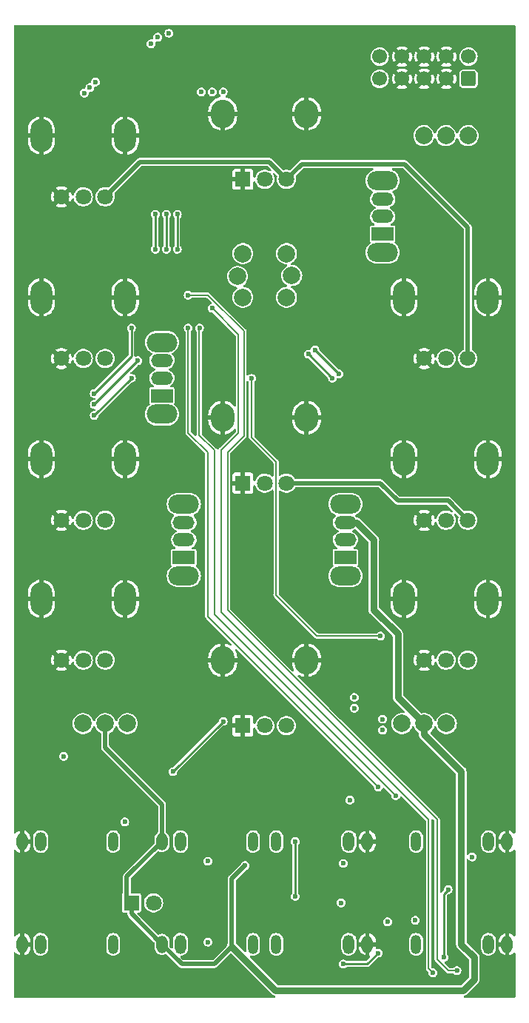
<source format=gtl>
%TF.GenerationSoftware,KiCad,Pcbnew,7.0.10*%
%TF.CreationDate,2024-02-19T01:53:30+05:30*%
%TF.ProjectId,Echo Cinematic,4563686f-2043-4696-9e65-6d617469632e,rev?*%
%TF.SameCoordinates,Original*%
%TF.FileFunction,Copper,L1,Top*%
%TF.FilePolarity,Positive*%
%FSLAX46Y46*%
G04 Gerber Fmt 4.6, Leading zero omitted, Abs format (unit mm)*
G04 Created by KiCad (PCBNEW 7.0.10) date 2024-02-19 01:53:30*
%MOMM*%
%LPD*%
G01*
G04 APERTURE LIST*
G04 Aperture macros list*
%AMRoundRect*
0 Rectangle with rounded corners*
0 $1 Rounding radius*
0 $2 $3 $4 $5 $6 $7 $8 $9 X,Y pos of 4 corners*
0 Add a 4 corners polygon primitive as box body*
4,1,4,$2,$3,$4,$5,$6,$7,$8,$9,$2,$3,0*
0 Add four circle primitives for the rounded corners*
1,1,$1+$1,$2,$3*
1,1,$1+$1,$4,$5*
1,1,$1+$1,$6,$7*
1,1,$1+$1,$8,$9*
0 Add four rect primitives between the rounded corners*
20,1,$1+$1,$2,$3,$4,$5,0*
20,1,$1+$1,$4,$5,$6,$7,0*
20,1,$1+$1,$6,$7,$8,$9,0*
20,1,$1+$1,$8,$9,$2,$3,0*%
G04 Aperture macros list end*
%TA.AperFunction,ComponentPad*%
%ADD10O,1.300000X2.200000*%
%TD*%
%TA.AperFunction,ComponentPad*%
%ADD11O,1.300000X2.000000*%
%TD*%
%TA.AperFunction,ComponentPad*%
%ADD12O,1.200000X2.200000*%
%TD*%
%TA.AperFunction,ComponentPad*%
%ADD13C,1.800000*%
%TD*%
%TA.AperFunction,ComponentPad*%
%ADD14O,2.500000X3.800000*%
%TD*%
%TA.AperFunction,ComponentPad*%
%ADD15C,2.000000*%
%TD*%
%TA.AperFunction,ComponentPad*%
%ADD16O,2.720000X3.240000*%
%TD*%
%TA.AperFunction,ComponentPad*%
%ADD17R,1.800000X1.800000*%
%TD*%
%TA.AperFunction,ComponentPad*%
%ADD18O,2.500000X1.500000*%
%TD*%
%TA.AperFunction,ComponentPad*%
%ADD19R,2.500000X1.500000*%
%TD*%
%TA.AperFunction,ComponentPad*%
%ADD20O,3.500000X2.200000*%
%TD*%
%TA.AperFunction,ComponentPad*%
%ADD21C,1.700000*%
%TD*%
%TA.AperFunction,ComponentPad*%
%ADD22RoundRect,0.250000X0.600000X-0.600000X0.600000X0.600000X-0.600000X0.600000X-0.600000X-0.600000X0*%
%TD*%
%TA.AperFunction,ViaPad*%
%ADD23C,0.600000*%
%TD*%
%TA.AperFunction,Conductor*%
%ADD24C,0.500000*%
%TD*%
%TA.AperFunction,Conductor*%
%ADD25C,0.800000*%
%TD*%
%TA.AperFunction,Conductor*%
%ADD26C,0.200000*%
%TD*%
%TA.AperFunction,Conductor*%
%ADD27C,0.250000*%
%TD*%
G04 APERTURE END LIST*
D10*
%TO.P,J9,R*%
%TO.N,Net-(J9-PadR)*%
X103630000Y-142250000D03*
D11*
%TO.P,J9,S*%
%TO.N,GNDA*%
X105750000Y-142250000D03*
D12*
%TO.P,J9,T*%
%TO.N,Net-(J9-PadT)*%
X95330000Y-142250000D03*
%TD*%
%TO.P,J7,T*%
%TO.N,Net-(J7-PadT)*%
X95330000Y-130500000D03*
D11*
%TO.P,J7,S*%
%TO.N,GNDA*%
X105750000Y-130500000D03*
D10*
%TO.P,J7,R*%
%TO.N,Net-(J7-PadR)*%
X103630000Y-130500000D03*
%TD*%
%TO.P,J2,TN*%
%TO.N,unconnected-(J2-PadTN)*%
X84370000Y-130500000D03*
D12*
%TO.P,J2,T*%
%TO.N,Net-(J2-PadT)*%
X92670000Y-130500000D03*
D11*
%TO.P,J2,S*%
%TO.N,GND*%
X82250000Y-130500000D03*
%TD*%
D10*
%TO.P,J5,TN*%
%TO.N,Net-(J5-PadTN)*%
X119630000Y-130500000D03*
D12*
%TO.P,J5,T*%
%TO.N,/AUDIO_OUT_1*%
X111330000Y-130500000D03*
D11*
%TO.P,J5,S*%
%TO.N,GNDA*%
X121750000Y-130500000D03*
%TD*%
%TO.P,J6,S*%
%TO.N,GNDA*%
X121750000Y-142250000D03*
D12*
%TO.P,J6,T*%
%TO.N,/AUDIO_OUT_2*%
X111330000Y-142250000D03*
D10*
%TO.P,J6,TN*%
%TO.N,Net-(J6-PadTN)*%
X119630000Y-142250000D03*
%TD*%
D13*
%TO.P,RV4,3,3*%
%TO.N,+3.3VA*%
X117250000Y-93750000D03*
%TO.P,RV4,2,2*%
%TO.N,Net-(R34-Pad1)*%
X114750000Y-93750000D03*
D14*
%TO.P,RV4,1,1*%
%TO.N,GNDA*%
X119550000Y-86750000D03*
D13*
X112250000Y-93750000D03*
D14*
X109950000Y-86750000D03*
%TD*%
D13*
%TO.P,RV2,3,3*%
%TO.N,+3.3VA*%
X117250000Y-75250000D03*
%TO.P,RV2,2,2*%
%TO.N,Net-(R36-Pad1)*%
X114750000Y-75250000D03*
D14*
%TO.P,RV2,1,1*%
%TO.N,GNDA*%
X119550000Y-68250000D03*
D13*
X112250000Y-75250000D03*
D14*
X109950000Y-68250000D03*
%TD*%
D13*
%TO.P,RV5,3,3*%
%TO.N,+3.3VA*%
X75750000Y-109750000D03*
%TO.P,RV5,2,2*%
%TO.N,Net-(R40-Pad1)*%
X73250000Y-109750000D03*
D14*
%TO.P,RV5,1,1*%
%TO.N,GNDA*%
X78050000Y-102750000D03*
D13*
X70750000Y-109750000D03*
D14*
X68450000Y-102750000D03*
%TD*%
D13*
%TO.P,RV6,3,3*%
%TO.N,+3.3VA*%
X75750000Y-75250000D03*
%TO.P,RV6,2,2*%
%TO.N,Net-(R44-Pad1)*%
X73250000Y-75250000D03*
D14*
%TO.P,RV6,1,1*%
%TO.N,GNDA*%
X78050000Y-68250000D03*
D13*
X70750000Y-75250000D03*
D14*
X68450000Y-68250000D03*
%TD*%
D13*
%TO.P,RV7,3,3*%
%TO.N,+3.3VA*%
X75750000Y-93750000D03*
%TO.P,RV7,2,2*%
%TO.N,Net-(R46-Pad1)*%
X73250000Y-93750000D03*
D14*
%TO.P,RV7,1,1*%
%TO.N,GNDA*%
X78050000Y-86750000D03*
D13*
X70750000Y-93750000D03*
D14*
X68450000Y-86750000D03*
%TD*%
D13*
%TO.P,RV8,3,3*%
%TO.N,+3.3VA*%
X117250000Y-109750000D03*
%TO.P,RV8,2,2*%
%TO.N,Net-(R48-Pad1)*%
X114750000Y-109750000D03*
D14*
%TO.P,RV8,1,1*%
%TO.N,GNDA*%
X119550000Y-102750000D03*
D13*
X112250000Y-109750000D03*
D14*
X109950000Y-102750000D03*
%TD*%
D15*
%TO.P,SW1,3,C*%
%TO.N,/FilterTypeA*%
X109710000Y-117000000D03*
%TO.P,SW1,2,B*%
%TO.N,GND*%
X112250000Y-117000000D03*
%TO.P,SW1,1,A*%
%TO.N,/FilterTypeB*%
X114790000Y-117000000D03*
%TD*%
%TO.P,SW2,3,C*%
%TO.N,/PatchpointA*%
X73210000Y-117000000D03*
%TO.P,SW2,2,B*%
%TO.N,GND*%
X75750000Y-117000000D03*
%TO.P,SW2,1,A*%
%TO.N,/PatchpointB*%
X78290000Y-117000000D03*
%TD*%
D13*
%TO.P,RV3,3,3*%
%TO.N,+3.3VA*%
X96500000Y-89500000D03*
%TO.P,RV3,2,2*%
%TO.N,Net-(R38-Pad1)*%
X94000000Y-89500000D03*
D16*
%TO.P,RV3,1,1*%
%TO.N,GNDA*%
X98800000Y-82000000D03*
X89200000Y-82000000D03*
D17*
X91500000Y-89500000D03*
%TD*%
D13*
%TO.P,RV1,3,3*%
%TO.N,+3.3VA*%
X75750000Y-56750000D03*
%TO.P,RV1,2,2*%
%TO.N,Net-(R32-Pad1)*%
X73250000Y-56750000D03*
D14*
%TO.P,RV1,1,1*%
%TO.N,GNDA*%
X78050000Y-49750000D03*
D13*
X70750000Y-56750000D03*
D14*
X68450000Y-49750000D03*
%TD*%
D10*
%TO.P,J8,TN*%
%TO.N,unconnected-(J8-PadTN)*%
X68370000Y-130500000D03*
D12*
%TO.P,J8,T*%
%TO.N,/AUDIO IN/AUDIO_IN_L*%
X76670000Y-130500000D03*
D11*
%TO.P,J8,S*%
%TO.N,GNDA*%
X66250000Y-130500000D03*
%TD*%
D15*
%TO.P,SW3,4,A*%
%TO.N,/TapButton*%
X91500000Y-63250000D03*
X96500000Y-63250000D03*
%TO.P,SW3,3,K*%
%TO.N,Net-(SW3-K)*%
X90900000Y-65850000D03*
%TO.P,SW3,2,2*%
%TO.N,GND*%
X97100000Y-65750000D03*
%TO.P,SW3,1,1*%
X91500000Y-68250000D03*
X96500000Y-68250000D03*
%TD*%
D13*
%TO.P,RV9,3,3*%
%TO.N,+3.3VA*%
X96500000Y-54750000D03*
%TO.P,RV9,2,2*%
%TO.N,Net-(R42-Pad1)*%
X94000000Y-54750000D03*
D16*
%TO.P,RV9,1,1*%
%TO.N,GNDA*%
X98800000Y-47250000D03*
X89200000Y-47250000D03*
D17*
X91500000Y-54750000D03*
%TD*%
D13*
%TO.P,RV10,3,3*%
%TO.N,+3.3VA*%
X96500000Y-117250000D03*
%TO.P,RV10,2,2*%
%TO.N,Net-(R9-Pad1)*%
X94000000Y-117250000D03*
D16*
%TO.P,RV10,1,1*%
%TO.N,GNDA*%
X98800000Y-109750000D03*
X89200000Y-109750000D03*
D17*
X91500000Y-117250000D03*
%TD*%
D10*
%TO.P,J4,TN*%
%TO.N,unconnected-(J4-PadTN)*%
X84370000Y-142250000D03*
D12*
%TO.P,J4,T*%
%TO.N,Net-(J4-PadT)*%
X92670000Y-142250000D03*
D11*
%TO.P,J4,S*%
%TO.N,GND*%
X82250000Y-142250000D03*
%TD*%
D18*
%TO.P,SW9,3,C*%
%TO.N,GND*%
X107500000Y-57000000D03*
%TO.P,SW9,2,B*%
%TO.N,/DecoupleSwitch*%
X107500000Y-59000000D03*
D19*
%TO.P,SW9,1,A*%
%TO.N,unconnected-(SW9-A-Pad1)*%
X107500000Y-61000000D03*
D20*
%TO.P,SW9,*%
%TO.N,*%
X107500000Y-54900000D03*
X107500000Y-63100000D03*
%TD*%
D10*
%TO.P,J16,TN*%
%TO.N,unconnected-(J16-PadTN)*%
X68370000Y-142250000D03*
D12*
%TO.P,J16,T*%
%TO.N,/AUDIO IN/AUDIO_IN_R*%
X76670000Y-142250000D03*
D11*
%TO.P,J16,S*%
%TO.N,GNDA*%
X66250000Y-142250000D03*
%TD*%
D18*
%TO.P,SW8,3,C*%
%TO.N,GND*%
X82250000Y-75500000D03*
%TO.P,SW8,2,B*%
%TO.N,/DepthOrSpeed*%
X82250000Y-77500000D03*
D19*
%TO.P,SW8,1,A*%
%TO.N,unconnected-(SW8-A-Pad1)*%
X82250000Y-79500000D03*
D20*
%TO.P,SW8,*%
%TO.N,*%
X82250000Y-73400000D03*
X82250000Y-81600000D03*
%TD*%
D13*
%TO.P,D3,2,A*%
%TO.N,Net-(D3-A)*%
X81290000Y-137500000D03*
D17*
%TO.P,D3,1,K*%
%TO.N,GND*%
X78750000Y-137500000D03*
%TD*%
D18*
%TO.P,SW6,3,C*%
%TO.N,GND*%
X103250000Y-94000000D03*
%TO.P,SW6,2,B*%
%TO.N,/PingPong*%
X103250000Y-96000000D03*
D19*
%TO.P,SW6,1,A*%
%TO.N,unconnected-(SW6-A-Pad1)*%
X103250000Y-98000000D03*
D20*
%TO.P,SW6,*%
%TO.N,*%
X103250000Y-91900000D03*
X103250000Y-100100000D03*
%TD*%
D18*
%TO.P,SW7,3,C*%
%TO.N,GND*%
X84750000Y-94000000D03*
%TO.P,SW7,2,B*%
%TO.N,/RecordProtect*%
X84750000Y-96000000D03*
D19*
%TO.P,SW7,1,A*%
%TO.N,unconnected-(SW7-A-Pad1)*%
X84750000Y-98000000D03*
D20*
%TO.P,SW7,*%
%TO.N,*%
X84750000Y-91900000D03*
X84750000Y-100100000D03*
%TD*%
D15*
%TO.P,SW10,3,C*%
%TO.N,/MultiplySwitchA*%
X112210000Y-49750000D03*
%TO.P,SW10,2,B*%
%TO.N,GND*%
X114750000Y-49750000D03*
%TO.P,SW10,1,A*%
%TO.N,/MultiplySwitchB*%
X117290000Y-49750000D03*
%TD*%
D21*
%TO.P,J1,10,Pin_10*%
%TO.N,Net-(J1-Pin_10)*%
X107170000Y-40712500D03*
%TO.P,J1,9,Pin_9*%
X107170000Y-43252500D03*
%TO.P,J1,8,Pin_8*%
%TO.N,GNDA*%
X109710000Y-40712500D03*
%TO.P,J1,7,Pin_7*%
X109710000Y-43252500D03*
%TO.P,J1,6,Pin_6*%
X112250000Y-40712500D03*
%TO.P,J1,5,Pin_5*%
X112250000Y-43252500D03*
%TO.P,J1,4,Pin_4*%
X114790000Y-40712500D03*
%TO.P,J1,3,Pin_3*%
X114790000Y-43252500D03*
%TO.P,J1,2,Pin_2*%
%TO.N,Net-(J1-Pin_1)*%
X117330000Y-40712500D03*
D22*
%TO.P,J1,1,Pin_1*%
X117330000Y-43252500D03*
%TD*%
D23*
%TO.N,GNDA*%
X121000000Y-79500000D03*
X113000000Y-61250000D03*
X121250000Y-54000000D03*
X121250000Y-39500000D03*
X105500000Y-45500000D03*
X75000000Y-53500000D03*
X82500000Y-45500000D03*
X99500000Y-56250000D03*
X85500000Y-63250000D03*
X72500000Y-96000000D03*
X71750000Y-113750000D03*
X81750000Y-109750000D03*
X95500000Y-106000000D03*
X95250000Y-123750000D03*
X74000000Y-124250000D03*
X81500000Y-134000000D03*
X83500000Y-138750000D03*
X121500000Y-147250000D03*
X108000000Y-142000000D03*
X109750000Y-145250000D03*
X96750000Y-143750000D03*
X80000000Y-145250000D03*
X68000000Y-146500000D03*
X72250000Y-143500000D03*
X74500000Y-140250000D03*
X75000000Y-137250000D03*
X82000000Y-121000000D03*
X84500000Y-124500000D03*
X87750000Y-123500000D03*
X117250000Y-119750000D03*
X109500000Y-121250000D03*
X108500000Y-115500000D03*
X113500000Y-113000000D03*
X102250000Y-103750000D03*
X104000000Y-87000000D03*
X101250000Y-95250000D03*
X98000000Y-101500000D03*
X92000000Y-98000000D03*
X92500000Y-92000000D03*
X71750000Y-78750000D03*
X71250000Y-60000000D03*
X78250000Y-60750000D03*
X80000000Y-57000000D03*
X87250000Y-57750000D03*
X98500000Y-70750000D03*
X78000000Y-114250000D03*
X92250000Y-41000000D03*
X91250000Y-40250000D03*
X90250000Y-41000000D03*
X89500000Y-40250000D03*
X88750000Y-41000000D03*
X87000000Y-41000000D03*
X86500000Y-41750000D03*
X86500000Y-40000000D03*
X83000000Y-41000000D03*
X82500000Y-41750000D03*
X82500000Y-40000000D03*
X83500000Y-40000000D03*
X83500000Y-41750000D03*
X107750000Y-146500000D03*
%TO.N,/DepthOrSpeed*%
X107250000Y-107000000D03*
X92500000Y-77500000D03*
%TO.N,GNDA*%
X98000000Y-125250000D03*
X99500000Y-125250000D03*
X98000000Y-123750000D03*
X98000000Y-122500000D03*
X99500000Y-123750000D03*
X101500000Y-123750000D03*
X103250000Y-122750000D03*
X99500000Y-122500000D03*
X74750000Y-120500000D03*
X70000000Y-128500000D03*
X74500000Y-128250000D03*
X80000000Y-127000000D03*
X106000000Y-126000000D03*
X121500000Y-128000000D03*
X110250000Y-135750000D03*
X121500000Y-138250000D03*
X121500000Y-136750000D03*
X119750000Y-134750000D03*
X117750000Y-134750000D03*
X108250000Y-133500000D03*
X107500000Y-136000000D03*
X98500000Y-137750000D03*
X96500000Y-139000000D03*
X96750000Y-134250000D03*
X102750000Y-135750000D03*
%TO.N,Net-(J5-PadTN)*%
X115000000Y-136000000D03*
X114500000Y-143750000D03*
%TO.N,/CVInB*%
X97500000Y-130500000D03*
X97500000Y-136750000D03*
%TO.N,GND*%
X91750000Y-133250000D03*
X90250000Y-142500000D03*
%TO.N,+12VA*%
X88000000Y-44750000D03*
X107500000Y-116500000D03*
X111250000Y-139500000D03*
X107500000Y-117750000D03*
X71000000Y-120750000D03*
X86750000Y-44750000D03*
X73375000Y-44875000D03*
X74625000Y-43625000D03*
X89250000Y-44750000D03*
X74000000Y-44250000D03*
%TO.N,/CV INPUTS/-10V_REF*%
X107000000Y-143250000D03*
X103000000Y-144500000D03*
%TO.N,-12VA*%
X78000000Y-128250000D03*
X83050000Y-38050000D03*
X108075000Y-139675000D03*
X117750000Y-132250000D03*
X81000000Y-39250000D03*
X81750000Y-38500000D03*
%TO.N,+3.3VA*%
X103000000Y-133000000D03*
%TO.N,+3.3V*%
X104250000Y-115250000D03*
X103750000Y-125750000D03*
X87500000Y-132750000D03*
X104250000Y-114000000D03*
X102750000Y-137500000D03*
X87500000Y-142000000D03*
%TO.N,/AUDIO_OUT_L+*%
X86540000Y-71750000D03*
X109000000Y-125250000D03*
%TO.N,/AUDIO_OUT_L-*%
X85250000Y-71750000D03*
X107000000Y-124250000D03*
%TO.N,/AUDIO_OUT_R+*%
X88000000Y-69500000D03*
X113250000Y-145500000D03*
%TO.N,/AUDIO_OUT_R-*%
X116000000Y-145250000D03*
X85250000Y-68000000D03*
%TO.N,/AUDIO_VCOM*%
X78750000Y-71750000D03*
X74500000Y-79250000D03*
%TO.N,/TapLED*%
X101750000Y-77500000D03*
X99000000Y-74750000D03*
%TO.N,/ClipLED*%
X89250000Y-116750000D03*
X83500000Y-122500000D03*
%TO.N,/TapButton*%
X102500000Y-77000000D03*
X99750000Y-74250000D03*
%TO.N,/DecoupleSwitch*%
X84000000Y-58750000D03*
X84000000Y-62750000D03*
%TO.N,/MultiplySwitchB*%
X81500000Y-58750000D03*
X81500000Y-62750000D03*
%TO.N,/MultiplySwitchA*%
X82750000Y-62750000D03*
X82750000Y-58750000D03*
%TO.N,/AudioInL*%
X74500000Y-81750000D03*
X78750000Y-77500000D03*
%TO.N,/AudioInR*%
X74500000Y-80500000D03*
X79500000Y-75500000D03*
%TD*%
D24*
%TO.N,GND*%
X78225000Y-134525000D02*
X82250000Y-130500000D01*
X78225000Y-136975000D02*
X78225000Y-134525000D01*
X78750000Y-138750000D02*
X82250000Y-142250000D01*
X78750000Y-137500000D02*
X78225000Y-136975000D01*
X78750000Y-137500000D02*
X78750000Y-138750000D01*
D25*
X106500000Y-96000000D02*
X104500000Y-94000000D01*
X106500000Y-104000000D02*
X106500000Y-96000000D01*
X109250000Y-114000000D02*
X109250000Y-106750000D01*
X109250000Y-106750000D02*
X106500000Y-104000000D01*
X104500000Y-94000000D02*
X103250000Y-94000000D01*
X112250000Y-117000000D02*
X109250000Y-114000000D01*
D26*
%TO.N,/DepthOrSpeed*%
X92500000Y-84250000D02*
X92500000Y-77500000D01*
X95300000Y-102300000D02*
X95300000Y-87050000D01*
X99980000Y-106980000D02*
X95300000Y-102300000D01*
X95300000Y-87050000D02*
X92500000Y-84250000D01*
X107250000Y-107000000D02*
X107230000Y-106980000D01*
X107230000Y-106980000D02*
X99980000Y-106980000D01*
D27*
%TO.N,Net-(J5-PadTN)*%
X114500000Y-136500000D02*
X115000000Y-136000000D01*
X114500000Y-143750000D02*
X114500000Y-136500000D01*
D26*
%TO.N,/AUDIO_OUT_R-*%
X115000000Y-145250000D02*
X116000000Y-145250000D01*
X113750000Y-128000000D02*
X113750000Y-144000000D01*
X113750000Y-144000000D02*
X115000000Y-145250000D01*
X91625000Y-84125000D02*
X89750000Y-86000000D01*
X89750000Y-104000000D02*
X113750000Y-128000000D01*
X91625000Y-72125000D02*
X91625000Y-84125000D01*
X87500000Y-68000000D02*
X91625000Y-72125000D01*
X85250000Y-68000000D02*
X87500000Y-68000000D01*
X89750000Y-86000000D02*
X89750000Y-104000000D01*
%TO.N,/AUDIO_OUT_R+*%
X91000000Y-72500000D02*
X88000000Y-69500000D01*
X89000000Y-85750000D02*
X91000000Y-83750000D01*
X89000000Y-104250000D02*
X89000000Y-85750000D01*
X112750000Y-145000000D02*
X112750000Y-128000000D01*
X112750000Y-128000000D02*
X89000000Y-104250000D01*
X113250000Y-145500000D02*
X112750000Y-145000000D01*
X91000000Y-83750000D02*
X91000000Y-72500000D01*
D27*
%TO.N,/CV INPUTS/-10V_REF*%
X107000000Y-143250000D02*
X105750000Y-144500000D01*
X105750000Y-144500000D02*
X103000000Y-144500000D01*
%TO.N,/CVInB*%
X97500000Y-130500000D02*
X97500000Y-136750000D01*
D25*
%TO.N,GND*%
X116500000Y-122500000D02*
X112250000Y-118250000D01*
D24*
X90250000Y-134750000D02*
X91750000Y-133250000D01*
X90250000Y-142500000D02*
X90250000Y-134750000D01*
X82250000Y-130500000D02*
X82250000Y-126250000D01*
D25*
X95250000Y-147500000D02*
X116750000Y-147500000D01*
X112250000Y-118250000D02*
X112250000Y-117000000D01*
X118000000Y-146250000D02*
X118000000Y-143750000D01*
D24*
X82250000Y-142250000D02*
X84500000Y-144500000D01*
X84500000Y-144500000D02*
X88250000Y-144500000D01*
X88250000Y-144500000D02*
X90250000Y-142500000D01*
X75750000Y-119750000D02*
X75750000Y-117000000D01*
D25*
X90250000Y-142500000D02*
X95250000Y-147500000D01*
D24*
X82250000Y-126250000D02*
X75750000Y-119750000D01*
D25*
X118000000Y-143750000D02*
X116500000Y-142250000D01*
X116500000Y-142250000D02*
X116500000Y-122500000D01*
X116750000Y-147500000D02*
X118000000Y-146250000D01*
D24*
%TO.N,+3.3VA*%
X94500000Y-52750000D02*
X96500000Y-54750000D01*
X79750000Y-52750000D02*
X94500000Y-52750000D01*
X109250000Y-91500000D02*
X115000000Y-91500000D01*
X110000000Y-53000000D02*
X98250000Y-53000000D01*
X96500000Y-89500000D02*
X107250000Y-89500000D01*
X107250000Y-89500000D02*
X109250000Y-91500000D01*
X117250000Y-75250000D02*
X117250000Y-60250000D01*
X75750000Y-56750000D02*
X79750000Y-52750000D01*
X117250000Y-60250000D02*
X110000000Y-53000000D01*
X98250000Y-53000000D02*
X96500000Y-54750000D01*
X115000000Y-91500000D02*
X117250000Y-93750000D01*
D26*
%TO.N,/AUDIO_OUT_L+*%
X86500000Y-84000000D02*
X86500000Y-71790000D01*
X88250000Y-104500000D02*
X88250000Y-85750000D01*
X109000000Y-125250000D02*
X88250000Y-104500000D01*
X86500000Y-71790000D02*
X86540000Y-71750000D01*
X88250000Y-85750000D02*
X86500000Y-84000000D01*
%TO.N,/AUDIO_OUT_L-*%
X85250000Y-83750000D02*
X85250000Y-71750000D01*
X87500000Y-86000000D02*
X85250000Y-83750000D01*
X87500000Y-104750000D02*
X87500000Y-86000000D01*
X107000000Y-124250000D02*
X87500000Y-104750000D01*
D27*
%TO.N,/AUDIO_VCOM*%
X78750000Y-75000000D02*
X74500000Y-79250000D01*
X78750000Y-71750000D02*
X78750000Y-75000000D01*
%TO.N,/TapLED*%
X99000000Y-74750000D02*
X101750000Y-77500000D01*
%TO.N,/ClipLED*%
X83500000Y-122500000D02*
X89250000Y-116750000D01*
%TO.N,/TapButton*%
X102500000Y-77000000D02*
X99750000Y-74250000D01*
%TO.N,/DecoupleSwitch*%
X84000000Y-58750000D02*
X84000000Y-62750000D01*
%TO.N,/MultiplySwitchB*%
X81500000Y-58750000D02*
X81500000Y-62750000D01*
%TO.N,/MultiplySwitchA*%
X82750000Y-58750000D02*
X82750000Y-62750000D01*
%TO.N,/AudioInL*%
X78750000Y-77500000D02*
X74500000Y-81750000D01*
%TO.N,/AudioInR*%
X79500000Y-75500000D02*
X74500000Y-80500000D01*
%TD*%
%TA.AperFunction,Conductor*%
%TO.N,GNDA*%
G36*
X122634539Y-37130185D02*
G01*
X122680294Y-37182989D01*
X122691500Y-37234500D01*
X122691500Y-129453448D01*
X122671815Y-129520487D01*
X122619011Y-129566242D01*
X122549853Y-129576186D01*
X122486297Y-129547161D01*
X122473414Y-129534218D01*
X122407892Y-129457894D01*
X122255109Y-129339631D01*
X122255105Y-129339629D01*
X122081642Y-129254542D01*
X122081643Y-129254542D01*
X122000000Y-129233403D01*
X122000000Y-129983889D01*
X121975543Y-129944390D01*
X121886038Y-129876799D01*
X121778160Y-129846105D01*
X121666479Y-129856454D01*
X121566078Y-129906448D01*
X121500000Y-129978930D01*
X121500000Y-129229528D01*
X121329472Y-129292685D01*
X121329468Y-129292687D01*
X121165496Y-129394892D01*
X121025465Y-129528002D01*
X121025464Y-129528003D01*
X120915086Y-129686586D01*
X120838893Y-129864137D01*
X120800000Y-130053393D01*
X120800000Y-130250000D01*
X121450000Y-130250000D01*
X121450000Y-130750000D01*
X120800000Y-130750000D01*
X120800000Y-130898176D01*
X120814647Y-131042221D01*
X120872484Y-131226561D01*
X120872489Y-131226571D01*
X120966251Y-131395498D01*
X120966256Y-131395505D01*
X121092107Y-131542105D01*
X121244890Y-131660368D01*
X121244894Y-131660370D01*
X121418363Y-131745460D01*
X121500000Y-131766596D01*
X121500000Y-131016110D01*
X121524457Y-131055610D01*
X121613962Y-131123201D01*
X121721840Y-131153895D01*
X121833521Y-131143546D01*
X121933922Y-131093552D01*
X122000000Y-131021069D01*
X122000000Y-131770470D01*
X122170524Y-131707315D01*
X122170531Y-131707312D01*
X122334503Y-131605107D01*
X122479095Y-131467663D01*
X122480244Y-131468872D01*
X122532003Y-131435262D01*
X122601872Y-131434932D01*
X122660828Y-131472428D01*
X122690153Y-131535846D01*
X122691500Y-131554073D01*
X122691500Y-141203448D01*
X122671815Y-141270487D01*
X122619011Y-141316242D01*
X122549853Y-141326186D01*
X122486297Y-141297161D01*
X122473414Y-141284218D01*
X122407892Y-141207894D01*
X122255109Y-141089631D01*
X122255105Y-141089629D01*
X122081642Y-141004542D01*
X122081643Y-141004542D01*
X122000000Y-140983403D01*
X122000000Y-141733889D01*
X121975543Y-141694390D01*
X121886038Y-141626799D01*
X121778160Y-141596105D01*
X121666479Y-141606454D01*
X121566078Y-141656448D01*
X121500000Y-141728930D01*
X121500000Y-140979528D01*
X121329472Y-141042685D01*
X121329468Y-141042687D01*
X121165496Y-141144892D01*
X121025465Y-141278002D01*
X121025464Y-141278003D01*
X120915086Y-141436586D01*
X120838893Y-141614137D01*
X120800000Y-141803393D01*
X120800000Y-142000000D01*
X121450000Y-142000000D01*
X121450000Y-142500000D01*
X120800000Y-142500000D01*
X120800000Y-142648176D01*
X120814647Y-142792221D01*
X120872484Y-142976561D01*
X120872489Y-142976571D01*
X120966251Y-143145498D01*
X120966256Y-143145505D01*
X121092107Y-143292105D01*
X121244890Y-143410368D01*
X121244894Y-143410370D01*
X121418363Y-143495460D01*
X121500000Y-143516596D01*
X121500000Y-142766110D01*
X121524457Y-142805610D01*
X121613962Y-142873201D01*
X121721840Y-142903895D01*
X121833521Y-142893546D01*
X121933922Y-142843552D01*
X122000000Y-142771069D01*
X122000000Y-143520470D01*
X122170524Y-143457315D01*
X122170531Y-143457312D01*
X122334503Y-143355107D01*
X122479095Y-143217663D01*
X122480244Y-143218872D01*
X122532003Y-143185262D01*
X122601872Y-143184932D01*
X122660828Y-143222428D01*
X122690153Y-143285846D01*
X122691500Y-143304073D01*
X122691500Y-148213500D01*
X122671815Y-148280539D01*
X122619011Y-148326294D01*
X122567500Y-148337500D01*
X116881041Y-148337500D01*
X116814002Y-148317815D01*
X116768247Y-148265011D01*
X116758303Y-148195853D01*
X116787328Y-148132297D01*
X116846106Y-148094523D01*
X116864853Y-148090561D01*
X116906762Y-148085044D01*
X117052841Y-148024536D01*
X117178282Y-147928282D01*
X117197509Y-147903223D01*
X117208190Y-147891043D01*
X118391043Y-146708190D01*
X118403223Y-146697509D01*
X118428282Y-146678282D01*
X118524536Y-146552841D01*
X118585044Y-146406762D01*
X118600500Y-146289361D01*
X118605682Y-146250000D01*
X118601561Y-146218697D01*
X118600500Y-146202512D01*
X118600500Y-143797487D01*
X118601561Y-143781301D01*
X118605682Y-143749999D01*
X118605682Y-143749998D01*
X118586927Y-143607543D01*
X118585044Y-143593238D01*
X118544250Y-143494752D01*
X118524538Y-143447163D01*
X118524534Y-143447155D01*
X118522302Y-143444247D01*
X118522299Y-143444244D01*
X118507019Y-143424330D01*
X118428282Y-143321718D01*
X118405287Y-143304073D01*
X118403228Y-143302493D01*
X118391034Y-143291799D01*
X117845351Y-142746116D01*
X118779500Y-142746116D01*
X118794486Y-142883911D01*
X118853557Y-143059223D01*
X118853558Y-143059225D01*
X118882630Y-143107543D01*
X118929391Y-143185262D01*
X118948931Y-143217737D01*
X118948932Y-143217738D01*
X119076149Y-143352040D01*
X119081785Y-143355861D01*
X119229270Y-143455858D01*
X119229273Y-143455859D01*
X119229276Y-143455861D01*
X119401122Y-143524330D01*
X119401125Y-143524331D01*
X119583683Y-143554260D01*
X119768407Y-143544245D01*
X119768411Y-143544244D01*
X119946656Y-143494755D01*
X119946656Y-143494754D01*
X119946659Y-143494754D01*
X120110104Y-143408100D01*
X120251100Y-143288337D01*
X120363054Y-143141064D01*
X120440732Y-142973167D01*
X120480500Y-142792497D01*
X120480500Y-141753887D01*
X120465514Y-141616090D01*
X120406444Y-141440779D01*
X120311070Y-141282264D01*
X120293686Y-141263912D01*
X120183850Y-141147959D01*
X120097818Y-141089629D01*
X120030730Y-141044142D01*
X120030727Y-141044140D01*
X120030723Y-141044138D01*
X119858877Y-140975669D01*
X119785851Y-140963697D01*
X119676317Y-140945740D01*
X119676314Y-140945740D01*
X119491593Y-140955755D01*
X119491588Y-140955755D01*
X119313343Y-141005244D01*
X119313337Y-141005247D01*
X119149897Y-141091898D01*
X119008900Y-141211662D01*
X118896946Y-141358936D01*
X118819268Y-141526832D01*
X118819266Y-141526836D01*
X118779500Y-141707502D01*
X118779500Y-142746116D01*
X117845351Y-142746116D01*
X117136819Y-142037584D01*
X117103334Y-141976261D01*
X117100500Y-141949903D01*
X117100500Y-132596936D01*
X117120185Y-132529897D01*
X117172989Y-132484142D01*
X117242147Y-132474198D01*
X117305703Y-132503223D01*
X117317980Y-132517393D01*
X117318815Y-132516670D01*
X117324622Y-132523372D01*
X117324623Y-132523373D01*
X117418872Y-132632143D01*
X117539947Y-132709953D01*
X117539950Y-132709954D01*
X117539949Y-132709954D01*
X117596737Y-132726628D01*
X117676336Y-132750000D01*
X117678036Y-132750499D01*
X117678038Y-132750500D01*
X117678039Y-132750500D01*
X117821962Y-132750500D01*
X117821962Y-132750499D01*
X117960053Y-132709953D01*
X118081128Y-132632143D01*
X118175377Y-132523373D01*
X118235165Y-132392457D01*
X118255647Y-132250000D01*
X118235165Y-132107543D01*
X118175377Y-131976627D01*
X118081128Y-131867857D01*
X117960053Y-131790047D01*
X117960051Y-131790046D01*
X117960049Y-131790045D01*
X117960050Y-131790045D01*
X117821963Y-131749500D01*
X117821961Y-131749500D01*
X117678039Y-131749500D01*
X117678036Y-131749500D01*
X117539949Y-131790045D01*
X117418873Y-131867856D01*
X117318815Y-131983330D01*
X117316187Y-131981053D01*
X117275971Y-132015876D01*
X117206809Y-132025795D01*
X117143264Y-131996747D01*
X117105510Y-131937956D01*
X117100500Y-131903063D01*
X117100500Y-130996116D01*
X118779500Y-130996116D01*
X118794486Y-131133911D01*
X118853557Y-131309223D01*
X118853558Y-131309225D01*
X118901739Y-131389303D01*
X118931241Y-131438337D01*
X118948931Y-131467737D01*
X118948932Y-131467738D01*
X119076149Y-131602040D01*
X119114430Y-131627995D01*
X119229270Y-131705858D01*
X119229273Y-131705859D01*
X119229276Y-131705861D01*
X119401122Y-131774330D01*
X119401125Y-131774331D01*
X119583683Y-131804260D01*
X119768407Y-131794245D01*
X119768411Y-131794244D01*
X119946656Y-131744755D01*
X119946656Y-131744754D01*
X119946659Y-131744754D01*
X120110104Y-131658100D01*
X120251100Y-131538337D01*
X120363054Y-131391064D01*
X120440732Y-131223167D01*
X120480500Y-131042497D01*
X120480500Y-130003887D01*
X120465514Y-129866090D01*
X120406444Y-129690779D01*
X120311070Y-129532264D01*
X120293686Y-129513912D01*
X120183850Y-129397959D01*
X120097818Y-129339629D01*
X120030730Y-129294142D01*
X120030727Y-129294140D01*
X120030723Y-129294138D01*
X119858877Y-129225669D01*
X119785851Y-129213697D01*
X119676317Y-129195740D01*
X119676314Y-129195740D01*
X119491593Y-129205755D01*
X119491588Y-129205755D01*
X119313343Y-129255244D01*
X119313337Y-129255247D01*
X119149897Y-129341898D01*
X119008900Y-129461662D01*
X118896946Y-129608936D01*
X118819268Y-129776832D01*
X118819266Y-129776836D01*
X118779500Y-129957502D01*
X118779500Y-130996116D01*
X117100500Y-130996116D01*
X117100500Y-122547487D01*
X117101561Y-122531301D01*
X117105682Y-122500000D01*
X117105682Y-122499998D01*
X117085044Y-122343239D01*
X117085044Y-122343238D01*
X117024536Y-122197159D01*
X116928282Y-122071718D01*
X116928280Y-122071716D01*
X116928279Y-122071715D01*
X116903228Y-122052493D01*
X116891034Y-122041799D01*
X112981969Y-118132734D01*
X112948484Y-118071411D01*
X112953468Y-118001719D01*
X112986106Y-117953422D01*
X113140981Y-117812236D01*
X113275058Y-117634689D01*
X113374229Y-117435528D01*
X113400734Y-117342371D01*
X113438013Y-117283278D01*
X113501323Y-117253721D01*
X113570562Y-117263083D01*
X113623749Y-117308393D01*
X113639266Y-117342372D01*
X113665769Y-117435523D01*
X113665775Y-117435538D01*
X113764938Y-117634683D01*
X113764943Y-117634691D01*
X113899020Y-117812238D01*
X114063437Y-117962123D01*
X114063439Y-117962125D01*
X114252595Y-118079245D01*
X114252596Y-118079245D01*
X114252599Y-118079247D01*
X114460060Y-118159618D01*
X114678757Y-118200500D01*
X114678759Y-118200500D01*
X114901241Y-118200500D01*
X114901243Y-118200500D01*
X115119940Y-118159618D01*
X115327401Y-118079247D01*
X115516562Y-117962124D01*
X115680981Y-117812236D01*
X115815058Y-117634689D01*
X115914229Y-117435528D01*
X115975115Y-117221536D01*
X115995643Y-117000000D01*
X115975115Y-116778464D01*
X115914229Y-116564472D01*
X115884825Y-116505421D01*
X115815061Y-116365316D01*
X115815056Y-116365308D01*
X115680979Y-116187761D01*
X115516562Y-116037876D01*
X115516560Y-116037874D01*
X115327404Y-115920754D01*
X115327398Y-115920752D01*
X115119940Y-115840382D01*
X114901243Y-115799500D01*
X114678757Y-115799500D01*
X114460060Y-115840382D01*
X114328864Y-115891207D01*
X114252601Y-115920752D01*
X114252595Y-115920754D01*
X114063439Y-116037874D01*
X114063437Y-116037876D01*
X113899020Y-116187761D01*
X113764943Y-116365308D01*
X113764938Y-116365316D01*
X113665775Y-116564461D01*
X113665769Y-116564476D01*
X113639266Y-116657627D01*
X113601987Y-116716721D01*
X113538677Y-116746278D01*
X113469438Y-116736916D01*
X113416251Y-116691606D01*
X113400734Y-116657627D01*
X113374230Y-116564476D01*
X113374229Y-116564472D01*
X113344825Y-116505421D01*
X113275061Y-116365316D01*
X113275056Y-116365308D01*
X113140979Y-116187761D01*
X112976562Y-116037876D01*
X112976560Y-116037874D01*
X112787404Y-115920754D01*
X112787398Y-115920752D01*
X112579940Y-115840382D01*
X112361243Y-115799500D01*
X112138757Y-115799500D01*
X112068734Y-115812589D01*
X112000783Y-115825291D01*
X111931268Y-115818259D01*
X111890318Y-115791083D01*
X109886819Y-113787584D01*
X109853334Y-113726261D01*
X109850500Y-113699903D01*
X109850500Y-109750000D01*
X111044859Y-109750000D01*
X111065378Y-109971439D01*
X111126240Y-110185350D01*
X111225369Y-110384428D01*
X111241137Y-110405308D01*
X111241138Y-110405308D01*
X111766923Y-109879523D01*
X111790507Y-109959844D01*
X111868239Y-110080798D01*
X111976900Y-110174952D01*
X112107685Y-110234680D01*
X112117466Y-110236086D01*
X111596672Y-110756879D01*
X111596672Y-110756880D01*
X111712821Y-110828797D01*
X111712822Y-110828798D01*
X111920195Y-110909134D01*
X112138807Y-110950000D01*
X112361193Y-110950000D01*
X112579809Y-110909133D01*
X112787168Y-110828801D01*
X112787181Y-110828795D01*
X112903326Y-110756879D01*
X112382534Y-110236086D01*
X112392315Y-110234680D01*
X112523100Y-110174952D01*
X112631761Y-110080798D01*
X112709493Y-109959844D01*
X112733076Y-109879523D01*
X113258861Y-110405308D01*
X113274631Y-110384425D01*
X113274633Y-110384422D01*
X113373760Y-110185349D01*
X113432457Y-109979047D01*
X113469736Y-109919953D01*
X113533046Y-109890395D01*
X113602285Y-109899757D01*
X113655472Y-109945066D01*
X113670989Y-109979044D01*
X113676952Y-110000000D01*
X113719417Y-110149247D01*
X113719422Y-110149260D01*
X113810327Y-110331821D01*
X113933237Y-110494581D01*
X114083958Y-110631980D01*
X114083960Y-110631982D01*
X114102658Y-110643559D01*
X114257363Y-110739348D01*
X114447544Y-110813024D01*
X114648024Y-110850500D01*
X114648026Y-110850500D01*
X114851974Y-110850500D01*
X114851976Y-110850500D01*
X115052456Y-110813024D01*
X115242637Y-110739348D01*
X115416041Y-110631981D01*
X115566764Y-110494579D01*
X115689673Y-110331821D01*
X115780582Y-110149250D01*
X115836397Y-109953083D01*
X115855215Y-109750000D01*
X116144785Y-109750000D01*
X116163602Y-109953082D01*
X116219417Y-110149247D01*
X116219422Y-110149260D01*
X116310327Y-110331821D01*
X116433237Y-110494581D01*
X116583958Y-110631980D01*
X116583960Y-110631982D01*
X116602658Y-110643559D01*
X116757363Y-110739348D01*
X116947544Y-110813024D01*
X117148024Y-110850500D01*
X117148026Y-110850500D01*
X117351974Y-110850500D01*
X117351976Y-110850500D01*
X117552456Y-110813024D01*
X117742637Y-110739348D01*
X117916041Y-110631981D01*
X118066764Y-110494579D01*
X118189673Y-110331821D01*
X118280582Y-110149250D01*
X118336397Y-109953083D01*
X118355215Y-109750000D01*
X118336397Y-109546917D01*
X118280582Y-109350750D01*
X118267463Y-109324404D01*
X118194971Y-109178819D01*
X118189673Y-109168179D01*
X118066764Y-109005421D01*
X118066762Y-109005418D01*
X117916041Y-108868019D01*
X117916039Y-108868017D01*
X117742642Y-108760655D01*
X117742635Y-108760651D01*
X117647546Y-108723814D01*
X117552456Y-108686976D01*
X117351976Y-108649500D01*
X117148024Y-108649500D01*
X116947544Y-108686976D01*
X116947541Y-108686976D01*
X116947541Y-108686977D01*
X116757364Y-108760651D01*
X116757357Y-108760655D01*
X116583960Y-108868017D01*
X116583958Y-108868019D01*
X116433237Y-109005418D01*
X116310327Y-109168178D01*
X116219422Y-109350739D01*
X116219417Y-109350752D01*
X116163602Y-109546917D01*
X116144785Y-109749999D01*
X116144785Y-109750000D01*
X115855215Y-109750000D01*
X115836397Y-109546917D01*
X115780582Y-109350750D01*
X115767463Y-109324404D01*
X115694971Y-109178819D01*
X115689673Y-109168179D01*
X115566764Y-109005421D01*
X115566762Y-109005418D01*
X115416041Y-108868019D01*
X115416039Y-108868017D01*
X115242642Y-108760655D01*
X115242635Y-108760651D01*
X115147546Y-108723814D01*
X115052456Y-108686976D01*
X114851976Y-108649500D01*
X114648024Y-108649500D01*
X114447544Y-108686976D01*
X114447541Y-108686976D01*
X114447541Y-108686977D01*
X114257364Y-108760651D01*
X114257357Y-108760655D01*
X114083960Y-108868017D01*
X114083958Y-108868019D01*
X113933237Y-109005418D01*
X113810327Y-109168178D01*
X113719422Y-109350739D01*
X113719417Y-109350752D01*
X113670990Y-109520954D01*
X113633710Y-109580047D01*
X113570401Y-109609604D01*
X113501161Y-109600242D01*
X113447975Y-109554932D01*
X113432457Y-109520953D01*
X113373759Y-109314649D01*
X113274635Y-109115580D01*
X113274630Y-109115572D01*
X113258860Y-109094690D01*
X112733076Y-109620474D01*
X112709493Y-109540156D01*
X112631761Y-109419202D01*
X112523100Y-109325048D01*
X112392315Y-109265320D01*
X112382533Y-109263913D01*
X112903327Y-108743119D01*
X112787178Y-108671202D01*
X112787177Y-108671201D01*
X112579804Y-108590865D01*
X112361193Y-108550000D01*
X112138807Y-108550000D01*
X111920195Y-108590865D01*
X111712824Y-108671200D01*
X111712823Y-108671201D01*
X111596671Y-108743119D01*
X112117466Y-109263913D01*
X112107685Y-109265320D01*
X111976900Y-109325048D01*
X111868239Y-109419202D01*
X111790507Y-109540156D01*
X111766923Y-109620476D01*
X111241138Y-109094691D01*
X111241137Y-109094691D01*
X111225368Y-109115574D01*
X111126240Y-109314649D01*
X111065378Y-109528560D01*
X111044859Y-109749999D01*
X111044859Y-109750000D01*
X109850500Y-109750000D01*
X109850500Y-106797487D01*
X109851561Y-106781301D01*
X109855682Y-106749999D01*
X109855682Y-106749998D01*
X109835044Y-106593239D01*
X109835042Y-106593234D01*
X109813011Y-106540047D01*
X109774536Y-106447159D01*
X109702450Y-106353215D01*
X109688761Y-106335375D01*
X109678281Y-106321716D01*
X109653229Y-106302494D01*
X109641034Y-106291799D01*
X107136819Y-103787584D01*
X107103334Y-103726261D01*
X107100500Y-103699903D01*
X107100500Y-103462479D01*
X108400000Y-103462479D01*
X108415093Y-103649445D01*
X108474984Y-103892429D01*
X108573077Y-104122661D01*
X108706835Y-104334184D01*
X108872781Y-104521499D01*
X109066635Y-104679774D01*
X109066641Y-104679778D01*
X109283363Y-104804903D01*
X109517362Y-104893647D01*
X109700000Y-104930932D01*
X109700000Y-104116966D01*
X109855406Y-104150000D01*
X110044594Y-104150000D01*
X110200000Y-104116966D01*
X110200000Y-104931028D01*
X110261045Y-104923617D01*
X110261052Y-104923616D01*
X110501423Y-104853990D01*
X110727521Y-104746706D01*
X110933480Y-104604543D01*
X110933481Y-104604542D01*
X111113966Y-104431182D01*
X111264308Y-104231114D01*
X111380605Y-104009530D01*
X111459857Y-103772140D01*
X111500000Y-103525131D01*
X111500000Y-103462479D01*
X118000000Y-103462479D01*
X118015093Y-103649445D01*
X118074984Y-103892429D01*
X118173077Y-104122661D01*
X118306835Y-104334184D01*
X118472781Y-104521499D01*
X118666635Y-104679774D01*
X118666641Y-104679778D01*
X118883363Y-104804903D01*
X119117362Y-104893647D01*
X119300000Y-104930932D01*
X119300000Y-104116966D01*
X119455406Y-104150000D01*
X119644594Y-104150000D01*
X119800000Y-104116966D01*
X119800000Y-104931028D01*
X119861045Y-104923617D01*
X119861052Y-104923616D01*
X120101423Y-104853990D01*
X120327521Y-104746706D01*
X120533480Y-104604543D01*
X120533481Y-104604542D01*
X120713966Y-104431182D01*
X120864308Y-104231114D01*
X120980605Y-104009530D01*
X121059857Y-103772140D01*
X121100000Y-103525131D01*
X121100000Y-103000000D01*
X120450000Y-103000000D01*
X120450000Y-102500000D01*
X121100000Y-102500000D01*
X121100000Y-102037539D01*
X121099999Y-102037520D01*
X121084906Y-101850554D01*
X121025015Y-101607570D01*
X120926922Y-101377338D01*
X120793164Y-101165815D01*
X120627218Y-100978500D01*
X120433364Y-100820225D01*
X120433358Y-100820221D01*
X120216636Y-100695096D01*
X119982649Y-100606356D01*
X119982637Y-100606352D01*
X119800000Y-100569066D01*
X119800000Y-101383033D01*
X119644594Y-101350000D01*
X119455406Y-101350000D01*
X119300000Y-101383033D01*
X119300000Y-100568970D01*
X119238947Y-100576384D01*
X118998579Y-100646008D01*
X118998576Y-100646009D01*
X118772478Y-100753293D01*
X118566519Y-100895456D01*
X118566518Y-100895457D01*
X118386033Y-101068817D01*
X118235691Y-101268885D01*
X118119394Y-101490469D01*
X118040142Y-101727859D01*
X118000000Y-101974868D01*
X118000000Y-102500000D01*
X118650000Y-102500000D01*
X118650000Y-103000000D01*
X118000000Y-103000000D01*
X118000000Y-103462479D01*
X111500000Y-103462479D01*
X111500000Y-103000000D01*
X110850000Y-103000000D01*
X110850000Y-102500000D01*
X111500000Y-102500000D01*
X111500000Y-102037539D01*
X111499999Y-102037520D01*
X111484906Y-101850554D01*
X111425015Y-101607570D01*
X111326922Y-101377338D01*
X111193164Y-101165815D01*
X111027218Y-100978500D01*
X110833364Y-100820225D01*
X110833358Y-100820221D01*
X110616636Y-100695096D01*
X110382649Y-100606356D01*
X110382637Y-100606352D01*
X110200000Y-100569066D01*
X110200000Y-101383033D01*
X110044594Y-101350000D01*
X109855406Y-101350000D01*
X109700000Y-101383033D01*
X109700000Y-100568970D01*
X109638947Y-100576384D01*
X109398579Y-100646008D01*
X109398576Y-100646009D01*
X109172478Y-100753293D01*
X108966519Y-100895456D01*
X108966518Y-100895457D01*
X108786033Y-101068817D01*
X108635691Y-101268885D01*
X108519394Y-101490469D01*
X108440142Y-101727859D01*
X108400000Y-101974868D01*
X108400000Y-102500000D01*
X109050000Y-102500000D01*
X109050000Y-103000000D01*
X108400000Y-103000000D01*
X108400000Y-103462479D01*
X107100500Y-103462479D01*
X107100500Y-96047487D01*
X107101561Y-96031301D01*
X107105682Y-95999999D01*
X107105682Y-95999998D01*
X107085044Y-95843239D01*
X107085042Y-95843234D01*
X107024538Y-95697163D01*
X107024535Y-95697158D01*
X106952451Y-95603216D01*
X106952450Y-95603215D01*
X106934055Y-95579242D01*
X106928281Y-95571716D01*
X106903229Y-95552494D01*
X106891034Y-95541799D01*
X104958199Y-93608964D01*
X104947504Y-93596769D01*
X104928283Y-93571719D01*
X104906406Y-93554932D01*
X104802841Y-93475464D01*
X104656762Y-93414956D01*
X104656760Y-93414955D01*
X104539361Y-93399500D01*
X104539353Y-93399499D01*
X104527084Y-93397883D01*
X104463189Y-93369613D01*
X104453402Y-93360376D01*
X104385466Y-93288906D01*
X104353546Y-93226754D01*
X104360295Y-93157211D01*
X104403570Y-93102357D01*
X104422930Y-93091096D01*
X104552734Y-93030568D01*
X104739139Y-92900047D01*
X104900047Y-92739139D01*
X105030568Y-92552734D01*
X105126739Y-92346496D01*
X105185635Y-92126692D01*
X105205468Y-91900000D01*
X105185635Y-91673308D01*
X105126739Y-91453504D01*
X105030568Y-91247266D01*
X104900047Y-91060861D01*
X104900045Y-91060858D01*
X104739141Y-90899954D01*
X104552734Y-90769432D01*
X104552732Y-90769431D01*
X104346497Y-90673261D01*
X104346488Y-90673258D01*
X104126697Y-90614366D01*
X104126687Y-90614364D01*
X103956785Y-90599500D01*
X103956784Y-90599500D01*
X102543216Y-90599500D01*
X102543215Y-90599500D01*
X102373312Y-90614364D01*
X102373302Y-90614366D01*
X102153511Y-90673258D01*
X102153502Y-90673261D01*
X101947267Y-90769431D01*
X101947265Y-90769432D01*
X101760858Y-90899954D01*
X101599954Y-91060858D01*
X101469432Y-91247265D01*
X101469431Y-91247267D01*
X101373261Y-91453502D01*
X101373258Y-91453511D01*
X101314366Y-91673302D01*
X101314364Y-91673313D01*
X101294532Y-91899998D01*
X101294532Y-91900001D01*
X101314364Y-92126686D01*
X101314366Y-92126697D01*
X101373258Y-92346488D01*
X101373261Y-92346497D01*
X101469431Y-92552732D01*
X101469432Y-92552734D01*
X101599954Y-92739141D01*
X101760858Y-92900045D01*
X101760861Y-92900047D01*
X101947266Y-93030568D01*
X102079390Y-93092178D01*
X102131827Y-93138349D01*
X102150979Y-93205543D01*
X102130763Y-93272424D01*
X102107754Y-93298644D01*
X102057534Y-93341757D01*
X102057531Y-93341759D01*
X101939205Y-93494624D01*
X101939203Y-93494628D01*
X101854068Y-93668187D01*
X101805616Y-93855317D01*
X101805615Y-93855323D01*
X101795824Y-94048390D01*
X101825095Y-94239466D01*
X101825098Y-94239478D01*
X101892234Y-94420748D01*
X101892238Y-94420757D01*
X101994488Y-94584803D01*
X101994489Y-94584804D01*
X101994491Y-94584807D01*
X102127677Y-94724919D01*
X102286342Y-94835353D01*
X102401253Y-94884665D01*
X102455097Y-94929192D01*
X102476320Y-94995760D01*
X102458185Y-95063235D01*
X102406449Y-95110194D01*
X102389477Y-95116928D01*
X102373241Y-95122022D01*
X102373225Y-95122029D01*
X102204211Y-95215839D01*
X102204206Y-95215842D01*
X102057533Y-95341758D01*
X102057531Y-95341759D01*
X101939205Y-95494624D01*
X101939203Y-95494628D01*
X101854068Y-95668187D01*
X101805616Y-95855317D01*
X101805615Y-95855323D01*
X101795824Y-96048390D01*
X101825095Y-96239466D01*
X101825098Y-96239478D01*
X101892234Y-96420748D01*
X101892238Y-96420757D01*
X101994488Y-96584803D01*
X101994489Y-96584804D01*
X101994491Y-96584807D01*
X102064294Y-96658240D01*
X102127677Y-96724919D01*
X102269636Y-96823725D01*
X102313415Y-96878179D01*
X102320803Y-96947657D01*
X102289457Y-97010100D01*
X102229327Y-97045683D01*
X102198799Y-97049500D01*
X101980247Y-97049500D01*
X101921770Y-97061131D01*
X101921769Y-97061132D01*
X101855447Y-97105447D01*
X101811132Y-97171769D01*
X101811131Y-97171770D01*
X101799500Y-97230247D01*
X101799500Y-98769752D01*
X101811131Y-98828229D01*
X101811132Y-98828230D01*
X101851394Y-98888486D01*
X101872272Y-98955163D01*
X101853788Y-99022544D01*
X101819416Y-99058951D01*
X101760860Y-99099952D01*
X101599954Y-99260858D01*
X101469432Y-99447265D01*
X101469431Y-99447267D01*
X101373261Y-99653502D01*
X101373258Y-99653511D01*
X101314366Y-99873302D01*
X101314364Y-99873313D01*
X101294532Y-100099998D01*
X101294532Y-100100001D01*
X101314364Y-100326686D01*
X101314366Y-100326697D01*
X101373258Y-100546488D01*
X101373261Y-100546497D01*
X101469431Y-100752732D01*
X101469432Y-100752734D01*
X101599954Y-100939141D01*
X101760858Y-101100045D01*
X101760861Y-101100047D01*
X101947266Y-101230568D01*
X102153504Y-101326739D01*
X102373308Y-101385635D01*
X102543214Y-101400499D01*
X102543215Y-101400500D01*
X102543216Y-101400500D01*
X103956785Y-101400500D01*
X103956785Y-101400499D01*
X104126692Y-101385635D01*
X104346496Y-101326739D01*
X104552734Y-101230568D01*
X104739139Y-101100047D01*
X104900047Y-100939139D01*
X105030568Y-100752734D01*
X105126739Y-100546496D01*
X105185635Y-100326692D01*
X105205468Y-100100000D01*
X105185635Y-99873308D01*
X105126739Y-99653504D01*
X105030568Y-99447266D01*
X104900047Y-99260861D01*
X104900045Y-99260858D01*
X104739140Y-99099953D01*
X104680584Y-99058952D01*
X104636959Y-99004375D01*
X104629765Y-98934877D01*
X104648606Y-98888485D01*
X104688867Y-98828231D01*
X104688868Y-98828229D01*
X104700499Y-98769752D01*
X104700500Y-98769750D01*
X104700500Y-97230249D01*
X104700499Y-97230247D01*
X104688868Y-97171770D01*
X104688867Y-97171769D01*
X104644552Y-97105447D01*
X104578230Y-97061132D01*
X104578229Y-97061131D01*
X104519752Y-97049500D01*
X104519748Y-97049500D01*
X104296654Y-97049500D01*
X104229615Y-97029815D01*
X104183860Y-96977011D01*
X104173916Y-96907853D01*
X104202941Y-96844297D01*
X104236477Y-96817081D01*
X104249713Y-96809734D01*
X104295791Y-96784159D01*
X104442468Y-96658240D01*
X104560796Y-96505373D01*
X104645930Y-96331816D01*
X104694385Y-96144674D01*
X104704176Y-95951610D01*
X104674903Y-95760526D01*
X104607764Y-95579247D01*
X104555020Y-95494627D01*
X104505511Y-95415196D01*
X104505510Y-95415195D01*
X104505509Y-95415193D01*
X104372323Y-95275081D01*
X104287211Y-95215841D01*
X104213657Y-95164646D01*
X104098746Y-95115334D01*
X104044902Y-95070807D01*
X104023679Y-95004238D01*
X104041814Y-94936763D01*
X104093551Y-94889805D01*
X104110529Y-94883069D01*
X104126759Y-94877977D01*
X104126760Y-94877976D01*
X104126768Y-94877974D01*
X104295791Y-94784159D01*
X104295790Y-94784159D01*
X104301290Y-94781107D01*
X104302388Y-94783086D01*
X104358922Y-94764190D01*
X104426644Y-94781382D01*
X104451189Y-94800424D01*
X105863181Y-96212416D01*
X105896666Y-96273739D01*
X105899500Y-96300097D01*
X105899500Y-103952512D01*
X105898439Y-103968697D01*
X105894318Y-103999998D01*
X105894318Y-104000000D01*
X105899500Y-104039360D01*
X105899500Y-104039361D01*
X105914955Y-104156760D01*
X105914956Y-104156762D01*
X105975464Y-104302841D01*
X106067485Y-104422765D01*
X106071719Y-104428283D01*
X106096769Y-104447504D01*
X106108964Y-104458199D01*
X108613181Y-106962416D01*
X108646666Y-107023739D01*
X108649500Y-107050097D01*
X108649500Y-113952512D01*
X108648439Y-113968697D01*
X108644318Y-113999998D01*
X108644318Y-114000000D01*
X108663073Y-114142456D01*
X108663074Y-114142462D01*
X108664955Y-114156758D01*
X108664957Y-114156764D01*
X108725462Y-114302838D01*
X108725463Y-114302840D01*
X108725464Y-114302841D01*
X108821718Y-114428282D01*
X108821719Y-114428283D01*
X108846769Y-114447504D01*
X108858964Y-114458199D01*
X110004256Y-115603492D01*
X110037741Y-115664815D01*
X110032757Y-115734507D01*
X109990885Y-115790440D01*
X109925421Y-115814857D01*
X109893793Y-115813062D01*
X109821243Y-115799500D01*
X109598757Y-115799500D01*
X109380060Y-115840382D01*
X109248864Y-115891207D01*
X109172601Y-115920752D01*
X109172595Y-115920754D01*
X108983439Y-116037874D01*
X108983437Y-116037876D01*
X108819020Y-116187761D01*
X108684943Y-116365308D01*
X108684938Y-116365316D01*
X108585775Y-116564461D01*
X108585769Y-116564476D01*
X108524885Y-116778462D01*
X108524884Y-116778464D01*
X108504357Y-116999999D01*
X108504357Y-117000000D01*
X108524884Y-117221535D01*
X108524885Y-117221537D01*
X108585769Y-117435523D01*
X108585775Y-117435538D01*
X108684938Y-117634683D01*
X108684943Y-117634691D01*
X108819020Y-117812238D01*
X108983437Y-117962123D01*
X108983439Y-117962125D01*
X109172595Y-118079245D01*
X109172596Y-118079245D01*
X109172599Y-118079247D01*
X109380060Y-118159618D01*
X109598757Y-118200500D01*
X109598759Y-118200500D01*
X109821241Y-118200500D01*
X109821243Y-118200500D01*
X110039940Y-118159618D01*
X110247401Y-118079247D01*
X110436562Y-117962124D01*
X110600981Y-117812236D01*
X110735058Y-117634689D01*
X110834229Y-117435528D01*
X110860734Y-117342371D01*
X110898013Y-117283278D01*
X110961323Y-117253721D01*
X111030562Y-117263083D01*
X111083749Y-117308393D01*
X111099266Y-117342372D01*
X111125769Y-117435523D01*
X111125775Y-117435538D01*
X111224938Y-117634683D01*
X111224943Y-117634691D01*
X111359020Y-117812238D01*
X111523433Y-117962120D01*
X111523435Y-117962121D01*
X111523438Y-117962124D01*
X111590778Y-118003818D01*
X111637412Y-118055843D01*
X111649500Y-118109244D01*
X111649500Y-118202512D01*
X111648439Y-118218697D01*
X111644318Y-118249998D01*
X111644318Y-118250000D01*
X111649500Y-118289360D01*
X111649500Y-118289361D01*
X111664955Y-118406760D01*
X111664956Y-118406762D01*
X111725464Y-118552841D01*
X111821718Y-118678282D01*
X111821719Y-118678283D01*
X111846769Y-118697504D01*
X111858964Y-118708199D01*
X115863181Y-122712416D01*
X115896666Y-122773739D01*
X115899500Y-122800097D01*
X115899500Y-142202512D01*
X115898439Y-142218697D01*
X115894318Y-142249998D01*
X115894318Y-142250000D01*
X115899500Y-142289360D01*
X115899500Y-142289361D01*
X115914955Y-142406760D01*
X115914956Y-142406762D01*
X115953576Y-142500000D01*
X115975464Y-142552841D01*
X116070541Y-142676748D01*
X116071719Y-142678283D01*
X116096769Y-142697504D01*
X116108964Y-142708199D01*
X117363181Y-143962416D01*
X117396666Y-144023739D01*
X117399500Y-144050097D01*
X117399500Y-145949903D01*
X117379815Y-146016942D01*
X117363181Y-146037584D01*
X116537584Y-146863181D01*
X116476261Y-146896666D01*
X116449903Y-146899500D01*
X95550097Y-146899500D01*
X95483058Y-146879815D01*
X95462416Y-146863181D01*
X93099235Y-144500000D01*
X102494353Y-144500000D01*
X102514834Y-144642456D01*
X102565407Y-144753194D01*
X102574623Y-144773373D01*
X102668872Y-144882143D01*
X102789947Y-144959953D01*
X102789950Y-144959954D01*
X102789949Y-144959954D01*
X102897107Y-144991417D01*
X102924633Y-144999500D01*
X102928036Y-145000499D01*
X102928038Y-145000500D01*
X102928039Y-145000500D01*
X103071962Y-145000500D01*
X103071962Y-145000499D01*
X103179121Y-144969035D01*
X103210050Y-144959954D01*
X103210050Y-144959953D01*
X103210053Y-144959953D01*
X103331128Y-144882143D01*
X103343126Y-144868296D01*
X103401903Y-144830523D01*
X103436838Y-144825500D01*
X105730372Y-144825500D01*
X105741180Y-144825971D01*
X105778807Y-144829264D01*
X105815319Y-144819479D01*
X105825830Y-144817149D01*
X105863045Y-144810588D01*
X105863050Y-144810584D01*
X105868099Y-144808747D01*
X105884824Y-144801819D01*
X105889681Y-144799554D01*
X105889684Y-144799554D01*
X105920625Y-144777887D01*
X105929744Y-144772079D01*
X105941892Y-144765066D01*
X105962455Y-144753194D01*
X105986738Y-144724253D01*
X105994036Y-144716288D01*
X106923507Y-143786819D01*
X106984830Y-143753334D01*
X107011188Y-143750500D01*
X107071962Y-143750500D01*
X107071962Y-143750499D01*
X107210053Y-143709953D01*
X107331128Y-143632143D01*
X107425377Y-143523373D01*
X107485165Y-143392457D01*
X107505647Y-143250000D01*
X107485165Y-143107543D01*
X107425377Y-142976627D01*
X107331128Y-142867857D01*
X107217698Y-142794960D01*
X110529500Y-142794960D01*
X110544630Y-142929249D01*
X110544631Y-142929254D01*
X110604211Y-143099523D01*
X110681167Y-143221997D01*
X110700184Y-143252262D01*
X110827738Y-143379816D01*
X110980478Y-143475789D01*
X111116460Y-143523371D01*
X111150745Y-143535368D01*
X111150750Y-143535369D01*
X111329996Y-143555565D01*
X111330000Y-143555565D01*
X111330004Y-143555565D01*
X111509249Y-143535369D01*
X111509252Y-143535368D01*
X111509255Y-143535368D01*
X111679522Y-143475789D01*
X111832262Y-143379816D01*
X111959816Y-143252262D01*
X112055789Y-143099522D01*
X112115368Y-142929255D01*
X112118226Y-142903895D01*
X112130499Y-142794960D01*
X112130500Y-142794956D01*
X112130500Y-141705043D01*
X112130499Y-141705039D01*
X112115369Y-141570750D01*
X112115368Y-141570745D01*
X112104626Y-141540045D01*
X112055789Y-141400478D01*
X112044344Y-141382264D01*
X111996157Y-141305574D01*
X111959816Y-141247738D01*
X111832262Y-141120184D01*
X111679523Y-141024211D01*
X111509254Y-140964631D01*
X111509249Y-140964630D01*
X111330004Y-140944435D01*
X111329996Y-140944435D01*
X111150750Y-140964630D01*
X111150745Y-140964631D01*
X110980476Y-141024211D01*
X110827737Y-141120184D01*
X110700184Y-141247737D01*
X110604211Y-141400476D01*
X110544631Y-141570745D01*
X110544630Y-141570750D01*
X110529500Y-141705039D01*
X110529500Y-142794960D01*
X107217698Y-142794960D01*
X107210053Y-142790047D01*
X107210051Y-142790046D01*
X107210049Y-142790045D01*
X107210050Y-142790045D01*
X107071963Y-142749500D01*
X107071961Y-142749500D01*
X106928039Y-142749500D01*
X106928036Y-142749500D01*
X106858934Y-142769790D01*
X106789064Y-142769790D01*
X106730287Y-142732015D01*
X106701262Y-142668459D01*
X106700000Y-142650813D01*
X106700000Y-142500000D01*
X106050000Y-142500000D01*
X106050000Y-142000000D01*
X106700000Y-142000000D01*
X106700000Y-141851823D01*
X106685352Y-141707778D01*
X106627515Y-141523438D01*
X106627510Y-141523428D01*
X106533748Y-141354501D01*
X106533743Y-141354494D01*
X106407892Y-141207894D01*
X106255109Y-141089631D01*
X106255105Y-141089629D01*
X106081642Y-141004542D01*
X106081643Y-141004542D01*
X106000000Y-140983403D01*
X106000000Y-141733889D01*
X105975543Y-141694390D01*
X105886038Y-141626799D01*
X105778160Y-141596105D01*
X105666479Y-141606454D01*
X105566078Y-141656448D01*
X105500000Y-141728930D01*
X105500000Y-140979528D01*
X105329472Y-141042685D01*
X105329468Y-141042687D01*
X105165496Y-141144892D01*
X105025465Y-141278002D01*
X105025464Y-141278003D01*
X104915086Y-141436586D01*
X104838893Y-141614137D01*
X104800000Y-141803393D01*
X104800000Y-142000000D01*
X105450000Y-142000000D01*
X105450000Y-142500000D01*
X104800000Y-142500000D01*
X104800000Y-142648176D01*
X104814647Y-142792221D01*
X104872484Y-142976561D01*
X104872489Y-142976571D01*
X104966251Y-143145498D01*
X104966256Y-143145505D01*
X105092107Y-143292105D01*
X105244890Y-143410368D01*
X105244894Y-143410370D01*
X105418363Y-143495460D01*
X105500000Y-143516596D01*
X105500000Y-142766110D01*
X105524457Y-142805610D01*
X105613962Y-142873201D01*
X105721840Y-142903895D01*
X105833521Y-142893546D01*
X105933922Y-142843552D01*
X106000000Y-142771069D01*
X106000000Y-143520470D01*
X106037089Y-143546285D01*
X106080867Y-143600739D01*
X106088255Y-143670217D01*
X106056908Y-143732660D01*
X106053932Y-143735740D01*
X105651493Y-144138181D01*
X105590170Y-144171666D01*
X105563812Y-144174500D01*
X103436838Y-144174500D01*
X103369799Y-144154815D01*
X103343127Y-144131704D01*
X103331128Y-144117857D01*
X103210053Y-144040047D01*
X103210051Y-144040046D01*
X103210049Y-144040045D01*
X103210050Y-144040045D01*
X103071963Y-143999500D01*
X103071961Y-143999500D01*
X102928039Y-143999500D01*
X102928036Y-143999500D01*
X102789949Y-144040045D01*
X102668873Y-144117856D01*
X102574623Y-144226626D01*
X102574622Y-144226628D01*
X102514834Y-144357543D01*
X102494353Y-144500000D01*
X93099235Y-144500000D01*
X92327062Y-143727827D01*
X92293577Y-143666504D01*
X92298561Y-143596812D01*
X92340433Y-143540879D01*
X92405897Y-143516462D01*
X92455699Y-143523105D01*
X92490740Y-143535367D01*
X92490750Y-143535369D01*
X92669996Y-143555565D01*
X92670000Y-143555565D01*
X92670004Y-143555565D01*
X92849249Y-143535369D01*
X92849252Y-143535368D01*
X92849255Y-143535368D01*
X93019522Y-143475789D01*
X93172262Y-143379816D01*
X93299816Y-143252262D01*
X93395789Y-143099522D01*
X93455368Y-142929255D01*
X93458226Y-142903895D01*
X93470499Y-142794960D01*
X94529500Y-142794960D01*
X94544630Y-142929249D01*
X94544631Y-142929254D01*
X94604211Y-143099523D01*
X94681167Y-143221997D01*
X94700184Y-143252262D01*
X94827738Y-143379816D01*
X94980478Y-143475789D01*
X95116460Y-143523371D01*
X95150745Y-143535368D01*
X95150750Y-143535369D01*
X95329996Y-143555565D01*
X95330000Y-143555565D01*
X95330004Y-143555565D01*
X95509249Y-143535369D01*
X95509252Y-143535368D01*
X95509255Y-143535368D01*
X95679522Y-143475789D01*
X95832262Y-143379816D01*
X95959816Y-143252262D01*
X96055789Y-143099522D01*
X96115368Y-142929255D01*
X96118226Y-142903895D01*
X96130499Y-142794960D01*
X96130500Y-142794956D01*
X96130500Y-142746116D01*
X102779500Y-142746116D01*
X102794486Y-142883911D01*
X102853557Y-143059223D01*
X102853558Y-143059225D01*
X102882630Y-143107543D01*
X102929391Y-143185262D01*
X102948931Y-143217737D01*
X102948932Y-143217738D01*
X103076149Y-143352040D01*
X103081785Y-143355861D01*
X103229270Y-143455858D01*
X103229273Y-143455859D01*
X103229276Y-143455861D01*
X103401122Y-143524330D01*
X103401125Y-143524331D01*
X103583683Y-143554260D01*
X103768407Y-143544245D01*
X103768411Y-143544244D01*
X103946656Y-143494755D01*
X103946656Y-143494754D01*
X103946659Y-143494754D01*
X104110104Y-143408100D01*
X104251100Y-143288337D01*
X104363054Y-143141064D01*
X104440732Y-142973167D01*
X104480500Y-142792497D01*
X104480500Y-141753887D01*
X104465514Y-141616090D01*
X104406444Y-141440779D01*
X104311070Y-141282264D01*
X104293686Y-141263912D01*
X104183850Y-141147959D01*
X104097818Y-141089629D01*
X104030730Y-141044142D01*
X104030727Y-141044140D01*
X104030723Y-141044138D01*
X103858877Y-140975669D01*
X103785851Y-140963697D01*
X103676317Y-140945740D01*
X103676314Y-140945740D01*
X103491593Y-140955755D01*
X103491588Y-140955755D01*
X103313343Y-141005244D01*
X103313337Y-141005247D01*
X103149897Y-141091898D01*
X103008900Y-141211662D01*
X102896946Y-141358936D01*
X102819268Y-141526832D01*
X102819266Y-141526836D01*
X102779500Y-141707502D01*
X102779500Y-142746116D01*
X96130500Y-142746116D01*
X96130500Y-141705043D01*
X96130499Y-141705039D01*
X96115369Y-141570750D01*
X96115368Y-141570745D01*
X96104626Y-141540045D01*
X96055789Y-141400478D01*
X96044344Y-141382264D01*
X95996157Y-141305574D01*
X95959816Y-141247738D01*
X95832262Y-141120184D01*
X95679523Y-141024211D01*
X95509254Y-140964631D01*
X95509249Y-140964630D01*
X95330004Y-140944435D01*
X95329996Y-140944435D01*
X95150750Y-140964630D01*
X95150745Y-140964631D01*
X94980476Y-141024211D01*
X94827737Y-141120184D01*
X94700184Y-141247737D01*
X94604211Y-141400476D01*
X94544631Y-141570745D01*
X94544630Y-141570750D01*
X94529500Y-141705039D01*
X94529500Y-142794960D01*
X93470499Y-142794960D01*
X93470500Y-142794956D01*
X93470500Y-141705043D01*
X93470499Y-141705039D01*
X93455369Y-141570750D01*
X93455368Y-141570745D01*
X93444626Y-141540045D01*
X93395789Y-141400478D01*
X93384344Y-141382264D01*
X93336157Y-141305574D01*
X93299816Y-141247738D01*
X93172262Y-141120184D01*
X93019523Y-141024211D01*
X92849254Y-140964631D01*
X92849249Y-140964630D01*
X92670004Y-140944435D01*
X92669996Y-140944435D01*
X92490750Y-140964630D01*
X92490745Y-140964631D01*
X92320476Y-141024211D01*
X92167737Y-141120184D01*
X92040184Y-141247737D01*
X91944211Y-141400476D01*
X91884631Y-141570745D01*
X91884630Y-141570750D01*
X91869500Y-141705039D01*
X91869500Y-142794960D01*
X91884630Y-142929249D01*
X91884632Y-142929257D01*
X91896895Y-142964302D01*
X91900456Y-143034081D01*
X91865727Y-143094708D01*
X91803734Y-143126935D01*
X91734158Y-143120530D01*
X91692172Y-143092937D01*
X90736819Y-142137584D01*
X90703334Y-142076261D01*
X90700500Y-142049903D01*
X90700500Y-139675000D01*
X107569353Y-139675000D01*
X107589834Y-139817456D01*
X107619376Y-139882143D01*
X107649623Y-139948373D01*
X107743872Y-140057143D01*
X107864947Y-140134953D01*
X107864950Y-140134954D01*
X107864949Y-140134954D01*
X108003036Y-140175499D01*
X108003038Y-140175500D01*
X108003039Y-140175500D01*
X108146962Y-140175500D01*
X108146962Y-140175499D01*
X108285053Y-140134953D01*
X108406128Y-140057143D01*
X108500377Y-139948373D01*
X108560165Y-139817457D01*
X108580647Y-139675000D01*
X108560165Y-139532543D01*
X108545303Y-139500000D01*
X110744353Y-139500000D01*
X110764834Y-139642456D01*
X110779697Y-139675000D01*
X110824623Y-139773373D01*
X110918872Y-139882143D01*
X111039947Y-139959953D01*
X111039950Y-139959954D01*
X111039949Y-139959954D01*
X111178036Y-140000499D01*
X111178038Y-140000500D01*
X111178039Y-140000500D01*
X111321962Y-140000500D01*
X111321962Y-140000499D01*
X111460053Y-139959953D01*
X111581128Y-139882143D01*
X111675377Y-139773373D01*
X111735165Y-139642457D01*
X111755647Y-139500000D01*
X111735165Y-139357543D01*
X111675377Y-139226627D01*
X111581128Y-139117857D01*
X111460053Y-139040047D01*
X111460051Y-139040046D01*
X111460049Y-139040045D01*
X111460050Y-139040045D01*
X111321963Y-138999500D01*
X111321961Y-138999500D01*
X111178039Y-138999500D01*
X111178036Y-138999500D01*
X111039949Y-139040045D01*
X110918873Y-139117856D01*
X110824623Y-139226626D01*
X110824622Y-139226628D01*
X110764834Y-139357543D01*
X110744353Y-139500000D01*
X108545303Y-139500000D01*
X108500377Y-139401627D01*
X108406128Y-139292857D01*
X108285053Y-139215047D01*
X108285051Y-139215046D01*
X108285049Y-139215045D01*
X108285050Y-139215045D01*
X108146963Y-139174500D01*
X108146961Y-139174500D01*
X108003039Y-139174500D01*
X108003036Y-139174500D01*
X107864949Y-139215045D01*
X107743873Y-139292856D01*
X107649623Y-139401626D01*
X107649622Y-139401628D01*
X107589834Y-139532543D01*
X107569353Y-139675000D01*
X90700500Y-139675000D01*
X90700500Y-137500000D01*
X102244353Y-137500000D01*
X102264834Y-137642456D01*
X102292522Y-137703083D01*
X102324623Y-137773373D01*
X102418872Y-137882143D01*
X102539947Y-137959953D01*
X102539950Y-137959954D01*
X102539949Y-137959954D01*
X102678036Y-138000499D01*
X102678038Y-138000500D01*
X102678039Y-138000500D01*
X102821962Y-138000500D01*
X102821962Y-138000499D01*
X102960053Y-137959953D01*
X103081128Y-137882143D01*
X103175377Y-137773373D01*
X103235165Y-137642457D01*
X103255647Y-137500000D01*
X103235165Y-137357543D01*
X103175377Y-137226627D01*
X103081128Y-137117857D01*
X102960053Y-137040047D01*
X102960051Y-137040046D01*
X102960049Y-137040045D01*
X102960050Y-137040045D01*
X102821963Y-136999500D01*
X102821961Y-136999500D01*
X102678039Y-136999500D01*
X102678036Y-136999500D01*
X102539949Y-137040045D01*
X102418873Y-137117856D01*
X102324623Y-137226626D01*
X102324622Y-137226628D01*
X102264834Y-137357543D01*
X102244353Y-137500000D01*
X90700500Y-137500000D01*
X90700500Y-136750000D01*
X96994353Y-136750000D01*
X97014834Y-136892456D01*
X97026582Y-136918179D01*
X97074623Y-137023373D01*
X97168872Y-137132143D01*
X97289947Y-137209953D01*
X97289950Y-137209954D01*
X97289949Y-137209954D01*
X97428036Y-137250499D01*
X97428038Y-137250500D01*
X97428039Y-137250500D01*
X97571962Y-137250500D01*
X97571962Y-137250499D01*
X97710053Y-137209953D01*
X97831128Y-137132143D01*
X97925377Y-137023373D01*
X97985165Y-136892457D01*
X98005647Y-136750000D01*
X97985165Y-136607543D01*
X97925377Y-136476627D01*
X97925375Y-136476625D01*
X97925374Y-136476622D01*
X97855787Y-136396314D01*
X97826762Y-136332758D01*
X97825500Y-136315112D01*
X97825500Y-133000000D01*
X102494353Y-133000000D01*
X102514834Y-133142456D01*
X102545660Y-133209954D01*
X102574623Y-133273373D01*
X102668872Y-133382143D01*
X102789947Y-133459953D01*
X102789950Y-133459954D01*
X102789949Y-133459954D01*
X102928036Y-133500499D01*
X102928038Y-133500500D01*
X102928039Y-133500500D01*
X103071962Y-133500500D01*
X103071962Y-133500499D01*
X103210053Y-133459953D01*
X103331128Y-133382143D01*
X103425377Y-133273373D01*
X103485165Y-133142457D01*
X103505647Y-133000000D01*
X103485165Y-132857543D01*
X103425377Y-132726627D01*
X103331128Y-132617857D01*
X103210053Y-132540047D01*
X103210051Y-132540046D01*
X103210049Y-132540045D01*
X103210050Y-132540045D01*
X103071963Y-132499500D01*
X103071961Y-132499500D01*
X102928039Y-132499500D01*
X102928036Y-132499500D01*
X102789949Y-132540045D01*
X102668873Y-132617856D01*
X102574623Y-132726626D01*
X102574622Y-132726628D01*
X102514834Y-132857543D01*
X102494353Y-133000000D01*
X97825500Y-133000000D01*
X97825500Y-130996116D01*
X102779500Y-130996116D01*
X102794486Y-131133911D01*
X102853557Y-131309223D01*
X102853558Y-131309225D01*
X102901739Y-131389303D01*
X102931241Y-131438337D01*
X102948931Y-131467737D01*
X102948932Y-131467738D01*
X103076149Y-131602040D01*
X103114430Y-131627995D01*
X103229270Y-131705858D01*
X103229273Y-131705859D01*
X103229276Y-131705861D01*
X103401122Y-131774330D01*
X103401125Y-131774331D01*
X103583683Y-131804260D01*
X103768407Y-131794245D01*
X103768411Y-131794244D01*
X103946656Y-131744755D01*
X103946656Y-131744754D01*
X103946659Y-131744754D01*
X104110104Y-131658100D01*
X104251100Y-131538337D01*
X104363054Y-131391064D01*
X104440732Y-131223167D01*
X104480500Y-131042497D01*
X104480500Y-130898176D01*
X104800000Y-130898176D01*
X104814647Y-131042221D01*
X104872484Y-131226561D01*
X104872489Y-131226571D01*
X104966251Y-131395498D01*
X104966256Y-131395505D01*
X105092107Y-131542105D01*
X105244890Y-131660368D01*
X105244894Y-131660370D01*
X105418363Y-131745460D01*
X105500000Y-131766596D01*
X105500000Y-131016110D01*
X105524457Y-131055610D01*
X105613962Y-131123201D01*
X105721840Y-131153895D01*
X105833521Y-131143546D01*
X105933922Y-131093552D01*
X106000000Y-131021069D01*
X106000000Y-131770470D01*
X106170524Y-131707315D01*
X106170531Y-131707312D01*
X106334503Y-131605107D01*
X106474534Y-131471997D01*
X106474535Y-131471996D01*
X106584913Y-131313413D01*
X106661106Y-131135862D01*
X106679787Y-131044960D01*
X110529500Y-131044960D01*
X110544630Y-131179249D01*
X110544631Y-131179254D01*
X110604211Y-131349523D01*
X110681167Y-131471997D01*
X110700184Y-131502262D01*
X110827738Y-131629816D01*
X110980478Y-131725789D01*
X111097098Y-131766596D01*
X111150745Y-131785368D01*
X111150750Y-131785369D01*
X111329996Y-131805565D01*
X111330000Y-131805565D01*
X111330004Y-131805565D01*
X111509249Y-131785369D01*
X111509252Y-131785368D01*
X111509255Y-131785368D01*
X111679522Y-131725789D01*
X111832262Y-131629816D01*
X111959816Y-131502262D01*
X112055789Y-131349522D01*
X112115368Y-131179255D01*
X112118226Y-131153895D01*
X112130499Y-131044960D01*
X112130500Y-131044956D01*
X112130500Y-129955043D01*
X112130499Y-129955039D01*
X112115369Y-129820750D01*
X112115368Y-129820745D01*
X112104881Y-129790774D01*
X112055789Y-129650478D01*
X112044344Y-129632264D01*
X111996157Y-129555574D01*
X111959816Y-129497738D01*
X111832262Y-129370184D01*
X111815076Y-129359385D01*
X111679523Y-129274211D01*
X111509254Y-129214631D01*
X111509249Y-129214630D01*
X111330004Y-129194435D01*
X111329996Y-129194435D01*
X111150750Y-129214630D01*
X111150745Y-129214631D01*
X110980476Y-129274211D01*
X110827737Y-129370184D01*
X110700184Y-129497737D01*
X110604211Y-129650476D01*
X110544631Y-129820745D01*
X110544630Y-129820750D01*
X110529500Y-129955039D01*
X110529500Y-131044960D01*
X106679787Y-131044960D01*
X106700000Y-130946606D01*
X106700000Y-130750000D01*
X106050000Y-130750000D01*
X106050000Y-130250000D01*
X106700000Y-130250000D01*
X106700000Y-130101823D01*
X106685352Y-129957778D01*
X106627515Y-129773438D01*
X106627510Y-129773428D01*
X106533748Y-129604501D01*
X106533743Y-129604494D01*
X106407892Y-129457894D01*
X106255109Y-129339631D01*
X106255105Y-129339629D01*
X106081642Y-129254542D01*
X106081643Y-129254542D01*
X106000000Y-129233403D01*
X106000000Y-129983889D01*
X105975543Y-129944390D01*
X105886038Y-129876799D01*
X105778160Y-129846105D01*
X105666479Y-129856454D01*
X105566078Y-129906448D01*
X105500000Y-129978930D01*
X105500000Y-129229528D01*
X105329472Y-129292685D01*
X105329468Y-129292687D01*
X105165496Y-129394892D01*
X105025465Y-129528002D01*
X105025464Y-129528003D01*
X104915086Y-129686586D01*
X104838893Y-129864137D01*
X104800000Y-130053393D01*
X104800000Y-130250000D01*
X105450000Y-130250000D01*
X105450000Y-130750000D01*
X104800000Y-130750000D01*
X104800000Y-130898176D01*
X104480500Y-130898176D01*
X104480500Y-130003887D01*
X104465514Y-129866090D01*
X104406444Y-129690779D01*
X104311070Y-129532264D01*
X104293686Y-129513912D01*
X104183850Y-129397959D01*
X104097818Y-129339629D01*
X104030730Y-129294142D01*
X104030727Y-129294140D01*
X104030723Y-129294138D01*
X103858877Y-129225669D01*
X103785851Y-129213697D01*
X103676317Y-129195740D01*
X103676314Y-129195740D01*
X103491593Y-129205755D01*
X103491588Y-129205755D01*
X103313343Y-129255244D01*
X103313337Y-129255247D01*
X103149897Y-129341898D01*
X103008900Y-129461662D01*
X102896946Y-129608936D01*
X102819268Y-129776832D01*
X102819266Y-129776836D01*
X102779500Y-129957502D01*
X102779500Y-130996116D01*
X97825500Y-130996116D01*
X97825500Y-130934887D01*
X97845185Y-130867848D01*
X97855782Y-130853689D01*
X97925377Y-130773373D01*
X97985165Y-130642457D01*
X98005647Y-130500000D01*
X97985165Y-130357543D01*
X97925377Y-130226627D01*
X97831128Y-130117857D01*
X97710053Y-130040047D01*
X97710051Y-130040046D01*
X97710049Y-130040045D01*
X97710050Y-130040045D01*
X97571963Y-129999500D01*
X97571961Y-129999500D01*
X97428039Y-129999500D01*
X97428036Y-129999500D01*
X97289949Y-130040045D01*
X97168873Y-130117856D01*
X97074623Y-130226626D01*
X97074622Y-130226628D01*
X97014834Y-130357543D01*
X96994353Y-130500000D01*
X97014834Y-130642456D01*
X97063949Y-130750000D01*
X97074623Y-130773373D01*
X97144213Y-130853685D01*
X97173238Y-130917240D01*
X97174500Y-130934887D01*
X97174500Y-136315112D01*
X97154815Y-136382151D01*
X97144213Y-136396314D01*
X97074625Y-136476622D01*
X97074622Y-136476628D01*
X97014834Y-136607543D01*
X96994353Y-136750000D01*
X90700500Y-136750000D01*
X90700500Y-134987965D01*
X90720185Y-134920926D01*
X90736814Y-134900288D01*
X91891095Y-133746007D01*
X91943844Y-133714712D01*
X91960053Y-133709953D01*
X92081128Y-133632143D01*
X92175377Y-133523373D01*
X92235165Y-133392457D01*
X92255647Y-133250000D01*
X92235165Y-133107543D01*
X92175377Y-132976627D01*
X92081128Y-132867857D01*
X91960053Y-132790047D01*
X91960051Y-132790046D01*
X91960049Y-132790045D01*
X91960050Y-132790045D01*
X91821963Y-132749500D01*
X91821961Y-132749500D01*
X91678039Y-132749500D01*
X91678036Y-132749500D01*
X91539949Y-132790045D01*
X91418873Y-132867856D01*
X91324623Y-132976626D01*
X91324621Y-132976629D01*
X91282095Y-133069745D01*
X91256983Y-133105912D01*
X89954263Y-134408632D01*
X89943898Y-134417895D01*
X89916033Y-134440117D01*
X89916030Y-134440121D01*
X89883823Y-134487357D01*
X89881144Y-134491132D01*
X89847206Y-134537118D01*
X89843216Y-134544667D01*
X89839528Y-134552325D01*
X89822673Y-134606967D01*
X89821225Y-134611368D01*
X89802353Y-134665304D01*
X89800771Y-134673659D01*
X89799500Y-134682100D01*
X89799500Y-134739260D01*
X89799413Y-134743897D01*
X89797275Y-134801009D01*
X89798316Y-134810243D01*
X89797485Y-134810336D01*
X89799500Y-134825635D01*
X89799500Y-142058580D01*
X89779815Y-142125619D01*
X89773876Y-142134066D01*
X89725464Y-142197157D01*
X89664956Y-142343238D01*
X89654575Y-142422084D01*
X89626308Y-142485980D01*
X89619317Y-142493578D01*
X88099716Y-144013181D01*
X88038393Y-144046666D01*
X88012035Y-144049500D01*
X84737965Y-144049500D01*
X84670926Y-144029815D01*
X84650284Y-144013181D01*
X84394625Y-143757522D01*
X84361140Y-143696199D01*
X84366124Y-143626507D01*
X84407996Y-143570574D01*
X84473460Y-143546157D01*
X84475492Y-143546029D01*
X84508407Y-143544245D01*
X84508411Y-143544244D01*
X84686656Y-143494755D01*
X84686656Y-143494754D01*
X84686659Y-143494754D01*
X84850104Y-143408100D01*
X84991100Y-143288337D01*
X85103054Y-143141064D01*
X85180732Y-142973167D01*
X85220500Y-142792497D01*
X85220500Y-142000000D01*
X86994353Y-142000000D01*
X87014834Y-142142456D01*
X87049653Y-142218697D01*
X87074623Y-142273373D01*
X87168872Y-142382143D01*
X87289947Y-142459953D01*
X87289950Y-142459954D01*
X87289949Y-142459954D01*
X87378588Y-142485980D01*
X87426336Y-142500000D01*
X87428036Y-142500499D01*
X87428038Y-142500500D01*
X87428039Y-142500500D01*
X87571962Y-142500500D01*
X87571962Y-142500499D01*
X87710053Y-142459953D01*
X87831128Y-142382143D01*
X87925377Y-142273373D01*
X87985165Y-142142457D01*
X88005647Y-142000000D01*
X87985165Y-141857543D01*
X87925377Y-141726627D01*
X87831128Y-141617857D01*
X87710053Y-141540047D01*
X87710051Y-141540046D01*
X87710049Y-141540045D01*
X87710050Y-141540045D01*
X87571963Y-141499500D01*
X87571961Y-141499500D01*
X87428039Y-141499500D01*
X87428036Y-141499500D01*
X87289949Y-141540045D01*
X87168873Y-141617856D01*
X87074623Y-141726626D01*
X87074622Y-141726628D01*
X87014834Y-141857543D01*
X86994353Y-142000000D01*
X85220500Y-142000000D01*
X85220500Y-141753887D01*
X85205514Y-141616090D01*
X85146444Y-141440779D01*
X85051070Y-141282264D01*
X85033686Y-141263912D01*
X84923850Y-141147959D01*
X84837818Y-141089629D01*
X84770730Y-141044142D01*
X84770727Y-141044140D01*
X84770723Y-141044138D01*
X84598877Y-140975669D01*
X84525851Y-140963697D01*
X84416317Y-140945740D01*
X84416314Y-140945740D01*
X84231593Y-140955755D01*
X84231588Y-140955755D01*
X84053343Y-141005244D01*
X84053337Y-141005247D01*
X83889897Y-141091898D01*
X83748900Y-141211662D01*
X83636946Y-141358936D01*
X83559268Y-141526832D01*
X83559266Y-141526836D01*
X83519500Y-141707502D01*
X83519500Y-142583035D01*
X83499815Y-142650074D01*
X83447011Y-142695829D01*
X83377853Y-142705773D01*
X83314297Y-142676748D01*
X83307819Y-142670716D01*
X83136819Y-142499716D01*
X83103334Y-142438393D01*
X83100500Y-142412035D01*
X83100500Y-141853893D01*
X83100500Y-141853887D01*
X83085514Y-141716090D01*
X83026444Y-141540779D01*
X82931070Y-141382264D01*
X82877199Y-141325393D01*
X82803850Y-141247959D01*
X82690962Y-141171420D01*
X82650730Y-141144142D01*
X82650727Y-141144140D01*
X82650723Y-141144138D01*
X82478877Y-141075669D01*
X82405851Y-141063697D01*
X82296317Y-141045740D01*
X82296314Y-141045740D01*
X82111593Y-141055755D01*
X82111588Y-141055755D01*
X81933346Y-141105243D01*
X81933339Y-141105246D01*
X81889484Y-141128496D01*
X81821033Y-141142505D01*
X81755875Y-141117282D01*
X81743723Y-141106620D01*
X79449284Y-138812181D01*
X79415799Y-138750858D01*
X79420783Y-138681166D01*
X79462655Y-138625233D01*
X79528119Y-138600816D01*
X79536965Y-138600500D01*
X79669750Y-138600500D01*
X79669751Y-138600499D01*
X79684568Y-138597552D01*
X79728229Y-138588868D01*
X79728229Y-138588867D01*
X79728231Y-138588867D01*
X79794552Y-138544552D01*
X79838867Y-138478231D01*
X79838867Y-138478229D01*
X79838868Y-138478229D01*
X79850499Y-138419752D01*
X79850500Y-138419750D01*
X79850500Y-137500000D01*
X80184785Y-137500000D01*
X80203602Y-137703082D01*
X80259417Y-137899247D01*
X80259422Y-137899260D01*
X80350327Y-138081821D01*
X80473237Y-138244581D01*
X80623958Y-138381980D01*
X80623960Y-138381982D01*
X80684955Y-138419748D01*
X80797363Y-138489348D01*
X80987544Y-138563024D01*
X81188024Y-138600500D01*
X81188026Y-138600500D01*
X81391974Y-138600500D01*
X81391976Y-138600500D01*
X81592456Y-138563024D01*
X81782637Y-138489348D01*
X81956041Y-138381981D01*
X82106764Y-138244579D01*
X82229673Y-138081821D01*
X82320582Y-137899250D01*
X82376397Y-137703083D01*
X82395215Y-137500000D01*
X82376397Y-137296917D01*
X82320582Y-137100750D01*
X82229673Y-136918179D01*
X82106764Y-136755421D01*
X82106762Y-136755418D01*
X81956041Y-136618019D01*
X81956039Y-136618017D01*
X81782642Y-136510655D01*
X81782635Y-136510651D01*
X81616088Y-136446131D01*
X81592456Y-136436976D01*
X81391976Y-136399500D01*
X81188024Y-136399500D01*
X80987544Y-136436976D01*
X80987541Y-136436976D01*
X80987541Y-136436977D01*
X80797364Y-136510651D01*
X80797357Y-136510655D01*
X80623960Y-136618017D01*
X80623958Y-136618019D01*
X80473237Y-136755418D01*
X80350327Y-136918178D01*
X80259422Y-137100739D01*
X80259417Y-137100752D01*
X80203602Y-137296917D01*
X80184785Y-137499999D01*
X80184785Y-137500000D01*
X79850500Y-137500000D01*
X79850500Y-136580249D01*
X79850499Y-136580247D01*
X79838868Y-136521770D01*
X79838867Y-136521769D01*
X79794552Y-136455447D01*
X79728230Y-136411132D01*
X79728229Y-136411131D01*
X79669752Y-136399500D01*
X79669748Y-136399500D01*
X78799500Y-136399500D01*
X78732461Y-136379815D01*
X78686706Y-136327011D01*
X78675500Y-136275500D01*
X78675500Y-134762965D01*
X78695185Y-134695926D01*
X78711819Y-134675284D01*
X80177150Y-133209953D01*
X80637103Y-132750000D01*
X86994353Y-132750000D01*
X87014834Y-132892456D01*
X87053275Y-132976628D01*
X87074623Y-133023373D01*
X87168872Y-133132143D01*
X87289947Y-133209953D01*
X87289950Y-133209954D01*
X87289949Y-133209954D01*
X87397107Y-133241417D01*
X87426336Y-133250000D01*
X87428036Y-133250499D01*
X87428038Y-133250500D01*
X87428039Y-133250500D01*
X87571962Y-133250500D01*
X87571962Y-133250499D01*
X87710053Y-133209953D01*
X87831128Y-133132143D01*
X87925377Y-133023373D01*
X87985165Y-132892457D01*
X88005647Y-132750000D01*
X87985165Y-132607543D01*
X87925377Y-132476627D01*
X87831128Y-132367857D01*
X87710053Y-132290047D01*
X87710051Y-132290046D01*
X87710049Y-132290045D01*
X87710050Y-132290045D01*
X87571963Y-132249500D01*
X87571961Y-132249500D01*
X87428039Y-132249500D01*
X87428036Y-132249500D01*
X87289949Y-132290045D01*
X87168873Y-132367856D01*
X87074623Y-132476626D01*
X87074622Y-132476628D01*
X87014834Y-132607543D01*
X86994353Y-132750000D01*
X80637103Y-132750000D01*
X81742896Y-131644206D01*
X81804217Y-131610723D01*
X81873909Y-131615707D01*
X81876454Y-131616689D01*
X81945522Y-131644208D01*
X81980390Y-131658101D01*
X82021125Y-131674331D01*
X82203683Y-131704260D01*
X82388407Y-131694245D01*
X82388411Y-131694244D01*
X82566656Y-131644755D01*
X82566656Y-131644754D01*
X82566659Y-131644754D01*
X82730104Y-131558100D01*
X82871100Y-131438337D01*
X82983054Y-131291064D01*
X83060732Y-131123167D01*
X83088698Y-130996116D01*
X83519500Y-130996116D01*
X83534486Y-131133911D01*
X83593557Y-131309223D01*
X83593558Y-131309225D01*
X83641739Y-131389303D01*
X83671241Y-131438337D01*
X83688931Y-131467737D01*
X83688932Y-131467738D01*
X83816149Y-131602040D01*
X83854430Y-131627995D01*
X83969270Y-131705858D01*
X83969273Y-131705859D01*
X83969276Y-131705861D01*
X84141122Y-131774330D01*
X84141125Y-131774331D01*
X84323683Y-131804260D01*
X84508407Y-131794245D01*
X84508411Y-131794244D01*
X84686656Y-131744755D01*
X84686656Y-131744754D01*
X84686659Y-131744754D01*
X84850104Y-131658100D01*
X84991100Y-131538337D01*
X85103054Y-131391064D01*
X85180732Y-131223167D01*
X85219958Y-131044960D01*
X91869500Y-131044960D01*
X91884630Y-131179249D01*
X91884631Y-131179254D01*
X91944211Y-131349523D01*
X92021167Y-131471997D01*
X92040184Y-131502262D01*
X92167738Y-131629816D01*
X92320478Y-131725789D01*
X92437098Y-131766596D01*
X92490745Y-131785368D01*
X92490750Y-131785369D01*
X92669996Y-131805565D01*
X92670000Y-131805565D01*
X92670004Y-131805565D01*
X92849249Y-131785369D01*
X92849252Y-131785368D01*
X92849255Y-131785368D01*
X93019522Y-131725789D01*
X93172262Y-131629816D01*
X93299816Y-131502262D01*
X93395789Y-131349522D01*
X93455368Y-131179255D01*
X93458226Y-131153895D01*
X93470499Y-131044960D01*
X94529500Y-131044960D01*
X94544630Y-131179249D01*
X94544631Y-131179254D01*
X94604211Y-131349523D01*
X94681167Y-131471997D01*
X94700184Y-131502262D01*
X94827738Y-131629816D01*
X94980478Y-131725789D01*
X95097098Y-131766596D01*
X95150745Y-131785368D01*
X95150750Y-131785369D01*
X95329996Y-131805565D01*
X95330000Y-131805565D01*
X95330004Y-131805565D01*
X95509249Y-131785369D01*
X95509252Y-131785368D01*
X95509255Y-131785368D01*
X95679522Y-131725789D01*
X95832262Y-131629816D01*
X95959816Y-131502262D01*
X96055789Y-131349522D01*
X96115368Y-131179255D01*
X96118226Y-131153895D01*
X96130499Y-131044960D01*
X96130500Y-131044956D01*
X96130500Y-129955043D01*
X96130499Y-129955039D01*
X96115369Y-129820750D01*
X96115368Y-129820745D01*
X96104881Y-129790774D01*
X96055789Y-129650478D01*
X96044344Y-129632264D01*
X95996157Y-129555574D01*
X95959816Y-129497738D01*
X95832262Y-129370184D01*
X95815076Y-129359385D01*
X95679523Y-129274211D01*
X95509254Y-129214631D01*
X95509249Y-129214630D01*
X95330004Y-129194435D01*
X95329996Y-129194435D01*
X95150750Y-129214630D01*
X95150745Y-129214631D01*
X94980476Y-129274211D01*
X94827737Y-129370184D01*
X94700184Y-129497737D01*
X94604211Y-129650476D01*
X94544631Y-129820745D01*
X94544630Y-129820750D01*
X94529500Y-129955039D01*
X94529500Y-131044960D01*
X93470499Y-131044960D01*
X93470500Y-131044956D01*
X93470500Y-129955043D01*
X93470499Y-129955039D01*
X93455369Y-129820750D01*
X93455368Y-129820745D01*
X93444881Y-129790774D01*
X93395789Y-129650478D01*
X93384344Y-129632264D01*
X93336157Y-129555574D01*
X93299816Y-129497738D01*
X93172262Y-129370184D01*
X93155076Y-129359385D01*
X93019523Y-129274211D01*
X92849254Y-129214631D01*
X92849249Y-129214630D01*
X92670004Y-129194435D01*
X92669996Y-129194435D01*
X92490750Y-129214630D01*
X92490745Y-129214631D01*
X92320476Y-129274211D01*
X92167737Y-129370184D01*
X92040184Y-129497737D01*
X91944211Y-129650476D01*
X91884631Y-129820745D01*
X91884630Y-129820750D01*
X91869500Y-129955039D01*
X91869500Y-131044960D01*
X85219958Y-131044960D01*
X85220500Y-131042497D01*
X85220500Y-130003887D01*
X85205514Y-129866090D01*
X85146444Y-129690779D01*
X85051070Y-129532264D01*
X85033686Y-129513912D01*
X84923850Y-129397959D01*
X84837818Y-129339629D01*
X84770730Y-129294142D01*
X84770727Y-129294140D01*
X84770723Y-129294138D01*
X84598877Y-129225669D01*
X84525851Y-129213697D01*
X84416317Y-129195740D01*
X84416314Y-129195740D01*
X84231593Y-129205755D01*
X84231588Y-129205755D01*
X84053343Y-129255244D01*
X84053337Y-129255247D01*
X83889897Y-129341898D01*
X83748900Y-129461662D01*
X83636946Y-129608936D01*
X83559268Y-129776832D01*
X83559266Y-129776836D01*
X83519500Y-129957502D01*
X83519500Y-130996116D01*
X83088698Y-130996116D01*
X83100500Y-130942497D01*
X83100500Y-130103887D01*
X83085514Y-129966090D01*
X83026444Y-129790779D01*
X82931070Y-129632264D01*
X82803849Y-129497959D01*
X82784347Y-129484736D01*
X82754911Y-129464777D01*
X82710471Y-129410862D01*
X82700500Y-129362145D01*
X82700500Y-126282261D01*
X82701280Y-126268376D01*
X82705270Y-126232966D01*
X82705270Y-126232965D01*
X82694633Y-126176753D01*
X82693864Y-126172219D01*
X82685348Y-126115715D01*
X82685348Y-126115713D01*
X82685346Y-126115709D01*
X82682836Y-126107571D01*
X82680024Y-126099534D01*
X82680023Y-126099528D01*
X82653285Y-126048941D01*
X82651223Y-126044854D01*
X82640878Y-126023371D01*
X82626425Y-125993358D01*
X82626423Y-125993356D01*
X82626423Y-125993355D01*
X82621642Y-125986342D01*
X82616566Y-125979465D01*
X82616565Y-125979462D01*
X82576165Y-125939062D01*
X82572947Y-125935721D01*
X82534060Y-125893809D01*
X82526792Y-125888014D01*
X82527312Y-125887361D01*
X82515067Y-125877964D01*
X82387103Y-125750000D01*
X103244353Y-125750000D01*
X103264834Y-125892456D01*
X103265451Y-125893806D01*
X103324623Y-126023373D01*
X103418872Y-126132143D01*
X103539947Y-126209953D01*
X103539950Y-126209954D01*
X103539949Y-126209954D01*
X103678036Y-126250499D01*
X103678038Y-126250500D01*
X103678039Y-126250500D01*
X103821962Y-126250500D01*
X103821962Y-126250499D01*
X103960053Y-126209953D01*
X104081128Y-126132143D01*
X104175377Y-126023373D01*
X104235165Y-125892457D01*
X104255647Y-125750000D01*
X104235165Y-125607543D01*
X104175377Y-125476627D01*
X104081128Y-125367857D01*
X103960053Y-125290047D01*
X103960051Y-125290046D01*
X103960049Y-125290045D01*
X103960050Y-125290045D01*
X103821963Y-125249500D01*
X103821961Y-125249500D01*
X103678039Y-125249500D01*
X103678036Y-125249500D01*
X103539949Y-125290045D01*
X103418873Y-125367856D01*
X103324623Y-125476626D01*
X103324622Y-125476628D01*
X103264834Y-125607543D01*
X103244353Y-125750000D01*
X82387103Y-125750000D01*
X79137103Y-122500000D01*
X82994353Y-122500000D01*
X83014834Y-122642456D01*
X83063371Y-122748735D01*
X83074623Y-122773373D01*
X83168872Y-122882143D01*
X83289947Y-122959953D01*
X83289950Y-122959954D01*
X83289949Y-122959954D01*
X83428036Y-123000499D01*
X83428038Y-123000500D01*
X83428039Y-123000500D01*
X83571962Y-123000500D01*
X83571962Y-123000499D01*
X83710053Y-122959953D01*
X83831128Y-122882143D01*
X83925377Y-122773373D01*
X83985165Y-122642457D01*
X84005647Y-122500000D01*
X84005647Y-122499998D01*
X84006909Y-122491221D01*
X84009873Y-122491647D01*
X84025332Y-122439001D01*
X84041966Y-122418359D01*
X89173507Y-117286819D01*
X89234830Y-117253334D01*
X89261188Y-117250500D01*
X89321962Y-117250500D01*
X89321962Y-117250499D01*
X89460053Y-117209953D01*
X89581128Y-117132143D01*
X89675377Y-117023373D01*
X89686051Y-117000000D01*
X90300000Y-117000000D01*
X91066314Y-117000000D01*
X91040507Y-117040156D01*
X91000000Y-117178111D01*
X91000000Y-117321889D01*
X91040507Y-117459844D01*
X91066314Y-117500000D01*
X90300001Y-117500000D01*
X90300001Y-118194785D01*
X90300002Y-118194808D01*
X90302908Y-118219869D01*
X90302909Y-118219873D01*
X90348211Y-118322474D01*
X90348214Y-118322479D01*
X90427520Y-118401785D01*
X90427525Y-118401788D01*
X90530123Y-118447089D01*
X90555206Y-118449999D01*
X91249999Y-118449999D01*
X91250000Y-118449998D01*
X91250000Y-117685501D01*
X91357685Y-117734680D01*
X91464237Y-117750000D01*
X91535763Y-117750000D01*
X91642315Y-117734680D01*
X91750000Y-117685501D01*
X91750000Y-118449999D01*
X92444786Y-118449999D01*
X92444808Y-118449997D01*
X92469869Y-118447091D01*
X92469873Y-118447090D01*
X92572474Y-118401788D01*
X92572479Y-118401785D01*
X92651785Y-118322479D01*
X92651788Y-118322474D01*
X92697089Y-118219877D01*
X92697089Y-118219875D01*
X92699999Y-118194794D01*
X92699999Y-117591269D01*
X92719683Y-117524230D01*
X92772487Y-117478475D01*
X92841646Y-117468531D01*
X92905202Y-117497556D01*
X92942976Y-117556334D01*
X92943265Y-117557334D01*
X92969417Y-117649247D01*
X92969422Y-117649260D01*
X93060327Y-117831821D01*
X93183237Y-117994581D01*
X93333958Y-118131980D01*
X93333960Y-118131982D01*
X93378594Y-118159618D01*
X93507363Y-118239348D01*
X93697544Y-118313024D01*
X93898024Y-118350500D01*
X93898026Y-118350500D01*
X94101974Y-118350500D01*
X94101976Y-118350500D01*
X94302456Y-118313024D01*
X94492637Y-118239348D01*
X94666041Y-118131981D01*
X94794122Y-118015219D01*
X94816762Y-117994581D01*
X94841272Y-117962125D01*
X94939673Y-117831821D01*
X95030582Y-117649250D01*
X95086397Y-117453083D01*
X95105215Y-117250000D01*
X95394785Y-117250000D01*
X95413602Y-117453082D01*
X95469417Y-117649247D01*
X95469422Y-117649260D01*
X95560327Y-117831821D01*
X95683237Y-117994581D01*
X95833958Y-118131980D01*
X95833960Y-118131982D01*
X95878594Y-118159618D01*
X96007363Y-118239348D01*
X96197544Y-118313024D01*
X96398024Y-118350500D01*
X96398026Y-118350500D01*
X96601974Y-118350500D01*
X96601976Y-118350500D01*
X96802456Y-118313024D01*
X96992637Y-118239348D01*
X97166041Y-118131981D01*
X97294122Y-118015219D01*
X97316762Y-117994581D01*
X97341272Y-117962125D01*
X97439673Y-117831821D01*
X97530582Y-117649250D01*
X97586397Y-117453083D01*
X97605215Y-117250000D01*
X97602577Y-117221536D01*
X97586397Y-117046917D01*
X97579698Y-117023373D01*
X97530582Y-116850750D01*
X97510787Y-116810997D01*
X97450263Y-116689447D01*
X97439673Y-116668179D01*
X97316764Y-116505421D01*
X97316762Y-116505418D01*
X97166041Y-116368019D01*
X97166039Y-116368017D01*
X96992642Y-116260655D01*
X96992635Y-116260651D01*
X96804482Y-116187761D01*
X96802456Y-116186976D01*
X96601976Y-116149500D01*
X96398024Y-116149500D01*
X96197544Y-116186976D01*
X96197541Y-116186976D01*
X96197541Y-116186977D01*
X96007364Y-116260651D01*
X96007357Y-116260655D01*
X95833960Y-116368017D01*
X95833958Y-116368019D01*
X95683237Y-116505418D01*
X95560327Y-116668178D01*
X95469422Y-116850739D01*
X95469417Y-116850752D01*
X95413602Y-117046917D01*
X95394785Y-117249999D01*
X95394785Y-117250000D01*
X95105215Y-117250000D01*
X95102577Y-117221536D01*
X95086397Y-117046917D01*
X95079698Y-117023373D01*
X95030582Y-116850750D01*
X95010787Y-116810997D01*
X94950263Y-116689447D01*
X94939673Y-116668179D01*
X94816764Y-116505421D01*
X94816762Y-116505418D01*
X94666041Y-116368019D01*
X94666039Y-116368017D01*
X94492642Y-116260655D01*
X94492635Y-116260651D01*
X94304482Y-116187761D01*
X94302456Y-116186976D01*
X94101976Y-116149500D01*
X93898024Y-116149500D01*
X93697544Y-116186976D01*
X93697541Y-116186976D01*
X93697541Y-116186977D01*
X93507364Y-116260651D01*
X93507357Y-116260655D01*
X93333960Y-116368017D01*
X93333958Y-116368019D01*
X93183237Y-116505418D01*
X93060327Y-116668178D01*
X92969422Y-116850739D01*
X92969417Y-116850752D01*
X92943265Y-116942667D01*
X92905985Y-117001760D01*
X92842675Y-117031317D01*
X92773436Y-117021955D01*
X92720250Y-116976645D01*
X92700003Y-116909773D01*
X92699999Y-116908732D01*
X92699999Y-116305214D01*
X92699997Y-116305191D01*
X92697091Y-116280130D01*
X92697090Y-116280126D01*
X92651788Y-116177525D01*
X92651785Y-116177520D01*
X92572479Y-116098214D01*
X92572474Y-116098211D01*
X92469876Y-116052910D01*
X92444794Y-116050000D01*
X91750000Y-116050000D01*
X91750000Y-116814498D01*
X91642315Y-116765320D01*
X91535763Y-116750000D01*
X91464237Y-116750000D01*
X91357685Y-116765320D01*
X91250000Y-116814498D01*
X91250000Y-116050000D01*
X90555214Y-116050000D01*
X90555191Y-116050002D01*
X90530130Y-116052908D01*
X90530126Y-116052909D01*
X90427525Y-116098211D01*
X90427520Y-116098214D01*
X90348214Y-116177520D01*
X90348211Y-116177525D01*
X90302910Y-116280122D01*
X90302910Y-116280124D01*
X90300000Y-116305205D01*
X90300000Y-117000000D01*
X89686051Y-117000000D01*
X89735165Y-116892457D01*
X89755647Y-116750000D01*
X89735165Y-116607543D01*
X89675377Y-116476627D01*
X89581128Y-116367857D01*
X89460053Y-116290047D01*
X89460051Y-116290046D01*
X89460049Y-116290045D01*
X89460050Y-116290045D01*
X89321963Y-116249500D01*
X89321961Y-116249500D01*
X89178039Y-116249500D01*
X89178036Y-116249500D01*
X89039949Y-116290045D01*
X88918873Y-116367856D01*
X88824623Y-116476626D01*
X88824622Y-116476628D01*
X88764834Y-116607543D01*
X88743091Y-116758779D01*
X88740126Y-116758352D01*
X88724668Y-116810997D01*
X88708034Y-116831639D01*
X83576493Y-121963181D01*
X83515170Y-121996666D01*
X83488812Y-121999500D01*
X83428036Y-121999500D01*
X83289949Y-122040045D01*
X83168873Y-122117856D01*
X83074623Y-122226626D01*
X83074622Y-122226628D01*
X83014834Y-122357543D01*
X82994353Y-122500000D01*
X79137103Y-122500000D01*
X76236819Y-119599716D01*
X76203334Y-119538393D01*
X76200500Y-119512035D01*
X76200500Y-118197854D01*
X76220185Y-118130815D01*
X76272989Y-118085060D01*
X76279692Y-118082233D01*
X76287401Y-118079247D01*
X76476562Y-117962124D01*
X76640981Y-117812236D01*
X76775058Y-117634689D01*
X76874229Y-117435528D01*
X76900734Y-117342371D01*
X76938013Y-117283278D01*
X77001323Y-117253721D01*
X77070562Y-117263083D01*
X77123749Y-117308393D01*
X77139266Y-117342372D01*
X77165769Y-117435523D01*
X77165775Y-117435538D01*
X77264938Y-117634683D01*
X77264943Y-117634691D01*
X77399020Y-117812238D01*
X77563437Y-117962123D01*
X77563439Y-117962125D01*
X77752595Y-118079245D01*
X77752596Y-118079245D01*
X77752599Y-118079247D01*
X77960060Y-118159618D01*
X78178757Y-118200500D01*
X78178759Y-118200500D01*
X78401241Y-118200500D01*
X78401243Y-118200500D01*
X78619940Y-118159618D01*
X78827401Y-118079247D01*
X79016562Y-117962124D01*
X79180981Y-117812236D01*
X79315058Y-117634689D01*
X79414229Y-117435528D01*
X79475115Y-117221536D01*
X79495643Y-117000000D01*
X79475115Y-116778464D01*
X79414229Y-116564472D01*
X79384825Y-116505421D01*
X79315061Y-116365316D01*
X79315056Y-116365308D01*
X79180979Y-116187761D01*
X79016562Y-116037876D01*
X79016560Y-116037874D01*
X78827404Y-115920754D01*
X78827398Y-115920752D01*
X78619940Y-115840382D01*
X78401243Y-115799500D01*
X78178757Y-115799500D01*
X77960060Y-115840382D01*
X77828864Y-115891207D01*
X77752601Y-115920752D01*
X77752595Y-115920754D01*
X77563439Y-116037874D01*
X77563437Y-116037876D01*
X77399020Y-116187761D01*
X77264943Y-116365308D01*
X77264938Y-116365316D01*
X77165775Y-116564461D01*
X77165769Y-116564476D01*
X77139266Y-116657627D01*
X77101987Y-116716721D01*
X77038677Y-116746278D01*
X76969438Y-116736916D01*
X76916251Y-116691606D01*
X76900734Y-116657627D01*
X76874230Y-116564476D01*
X76874229Y-116564472D01*
X76844825Y-116505421D01*
X76775061Y-116365316D01*
X76775056Y-116365308D01*
X76640979Y-116187761D01*
X76476562Y-116037876D01*
X76476560Y-116037874D01*
X76287404Y-115920754D01*
X76287398Y-115920752D01*
X76079940Y-115840382D01*
X75861243Y-115799500D01*
X75638757Y-115799500D01*
X75420060Y-115840382D01*
X75288864Y-115891207D01*
X75212601Y-115920752D01*
X75212595Y-115920754D01*
X75023439Y-116037874D01*
X75023437Y-116037876D01*
X74859020Y-116187761D01*
X74724943Y-116365308D01*
X74724938Y-116365316D01*
X74625775Y-116564461D01*
X74625769Y-116564476D01*
X74599266Y-116657627D01*
X74561987Y-116716721D01*
X74498677Y-116746278D01*
X74429438Y-116736916D01*
X74376251Y-116691606D01*
X74360734Y-116657627D01*
X74334230Y-116564476D01*
X74334229Y-116564472D01*
X74304825Y-116505421D01*
X74235061Y-116365316D01*
X74235056Y-116365308D01*
X74100979Y-116187761D01*
X73936562Y-116037876D01*
X73936560Y-116037874D01*
X73747404Y-115920754D01*
X73747398Y-115920752D01*
X73539940Y-115840382D01*
X73321243Y-115799500D01*
X73098757Y-115799500D01*
X72880060Y-115840382D01*
X72748864Y-115891207D01*
X72672601Y-115920752D01*
X72672595Y-115920754D01*
X72483439Y-116037874D01*
X72483437Y-116037876D01*
X72319020Y-116187761D01*
X72184943Y-116365308D01*
X72184938Y-116365316D01*
X72085775Y-116564461D01*
X72085769Y-116564476D01*
X72024885Y-116778462D01*
X72024884Y-116778464D01*
X72004357Y-116999999D01*
X72004357Y-117000000D01*
X72024884Y-117221535D01*
X72024885Y-117221537D01*
X72085769Y-117435523D01*
X72085775Y-117435538D01*
X72184938Y-117634683D01*
X72184943Y-117634691D01*
X72319020Y-117812238D01*
X72483437Y-117962123D01*
X72483439Y-117962125D01*
X72672595Y-118079245D01*
X72672596Y-118079245D01*
X72672599Y-118079247D01*
X72880060Y-118159618D01*
X73098757Y-118200500D01*
X73098759Y-118200500D01*
X73321241Y-118200500D01*
X73321243Y-118200500D01*
X73539940Y-118159618D01*
X73747401Y-118079247D01*
X73936562Y-117962124D01*
X74100981Y-117812236D01*
X74235058Y-117634689D01*
X74334229Y-117435528D01*
X74360734Y-117342371D01*
X74398013Y-117283278D01*
X74461323Y-117253721D01*
X74530562Y-117263083D01*
X74583749Y-117308393D01*
X74599266Y-117342372D01*
X74625769Y-117435523D01*
X74625775Y-117435538D01*
X74724938Y-117634683D01*
X74724943Y-117634691D01*
X74859020Y-117812238D01*
X75023437Y-117962123D01*
X75023439Y-117962125D01*
X75075855Y-117994579D01*
X75212599Y-118079247D01*
X75220289Y-118082226D01*
X75275692Y-118124795D01*
X75299285Y-118190561D01*
X75299500Y-118197854D01*
X75299500Y-119717738D01*
X75298720Y-119731623D01*
X75294729Y-119767036D01*
X75305355Y-119823196D01*
X75306132Y-119827765D01*
X75314652Y-119884291D01*
X75317162Y-119892427D01*
X75319976Y-119900470D01*
X75346688Y-119951011D01*
X75348776Y-119955149D01*
X75373574Y-120006641D01*
X75378362Y-120013665D01*
X75383431Y-120020532D01*
X75383434Y-120020538D01*
X75383438Y-120020542D01*
X75423847Y-120060951D01*
X75427064Y-120064290D01*
X75465947Y-120106196D01*
X75473210Y-120111988D01*
X75472689Y-120112641D01*
X75484930Y-120122034D01*
X81763181Y-126400284D01*
X81796666Y-126461607D01*
X81799500Y-126487965D01*
X81799500Y-129359385D01*
X81779815Y-129426424D01*
X81755776Y-129453893D01*
X81628900Y-129561662D01*
X81516946Y-129708936D01*
X81439268Y-129876832D01*
X81439266Y-129876836D01*
X81399500Y-130057502D01*
X81399500Y-130662034D01*
X81379815Y-130729073D01*
X81363181Y-130749715D01*
X77929263Y-134183632D01*
X77918898Y-134192895D01*
X77891033Y-134215117D01*
X77891030Y-134215121D01*
X77858823Y-134262357D01*
X77856144Y-134266132D01*
X77822206Y-134312118D01*
X77818216Y-134319667D01*
X77814528Y-134327325D01*
X77797673Y-134381967D01*
X77796225Y-134386368D01*
X77777353Y-134440304D01*
X77775771Y-134448659D01*
X77774500Y-134457100D01*
X77774500Y-134514260D01*
X77774413Y-134518897D01*
X77772275Y-134576009D01*
X77773316Y-134585243D01*
X77772485Y-134585336D01*
X77774500Y-134600635D01*
X77774500Y-136343029D01*
X77754815Y-136410068D01*
X77719391Y-136446131D01*
X77705447Y-136455447D01*
X77661132Y-136521769D01*
X77661131Y-136521770D01*
X77649500Y-136580247D01*
X77649500Y-138419752D01*
X77661131Y-138478229D01*
X77661132Y-138478230D01*
X77705447Y-138544552D01*
X77771769Y-138588867D01*
X77771770Y-138588868D01*
X77830247Y-138600499D01*
X77830250Y-138600500D01*
X77830252Y-138600500D01*
X78174738Y-138600500D01*
X78241777Y-138620185D01*
X78287532Y-138672989D01*
X78297958Y-138738384D01*
X78294729Y-138767035D01*
X78305355Y-138823196D01*
X78306132Y-138827765D01*
X78314652Y-138884291D01*
X78317162Y-138892427D01*
X78319976Y-138900470D01*
X78346688Y-138951011D01*
X78348776Y-138955149D01*
X78373574Y-139006641D01*
X78378362Y-139013665D01*
X78383431Y-139020532D01*
X78383434Y-139020538D01*
X78383438Y-139020542D01*
X78423847Y-139060951D01*
X78427064Y-139064290D01*
X78465947Y-139106196D01*
X78473210Y-139111988D01*
X78472689Y-139112641D01*
X78484930Y-139122034D01*
X81363181Y-142000285D01*
X81396666Y-142061608D01*
X81399500Y-142087966D01*
X81399500Y-142646116D01*
X81414486Y-142783911D01*
X81473557Y-142959223D01*
X81473558Y-142959225D01*
X81484029Y-142976628D01*
X81562797Y-143107543D01*
X81568931Y-143117737D01*
X81568932Y-143117738D01*
X81696149Y-143252040D01*
X81713692Y-143263934D01*
X81849270Y-143355858D01*
X81849273Y-143355859D01*
X81849276Y-143355861D01*
X81986080Y-143410368D01*
X82021125Y-143424331D01*
X82203683Y-143454260D01*
X82388407Y-143444245D01*
X82566659Y-143394754D01*
X82610512Y-143371503D01*
X82678957Y-143357493D01*
X82744117Y-143382712D01*
X82756274Y-143393378D01*
X84158630Y-144795733D01*
X84167895Y-144806100D01*
X84190121Y-144833970D01*
X84190123Y-144833972D01*
X84237363Y-144866180D01*
X84241141Y-144868860D01*
X84284984Y-144901218D01*
X84287118Y-144902793D01*
X84294654Y-144906776D01*
X84302319Y-144910467D01*
X84302327Y-144910472D01*
X84327188Y-144918140D01*
X84356980Y-144927330D01*
X84361371Y-144928774D01*
X84415301Y-144947646D01*
X84415305Y-144947646D01*
X84423698Y-144949234D01*
X84432095Y-144950500D01*
X84432098Y-144950500D01*
X84489245Y-144950500D01*
X84493883Y-144950587D01*
X84551009Y-144952725D01*
X84551009Y-144952724D01*
X84551010Y-144952725D01*
X84551010Y-144952724D01*
X84560242Y-144951685D01*
X84560335Y-144952513D01*
X84575639Y-144950500D01*
X88217738Y-144950500D01*
X88231620Y-144951279D01*
X88242565Y-144952513D01*
X88267033Y-144955270D01*
X88267033Y-144955269D01*
X88267035Y-144955270D01*
X88323236Y-144944635D01*
X88327726Y-144943872D01*
X88384287Y-144935348D01*
X88384291Y-144935345D01*
X88392447Y-144932830D01*
X88400469Y-144930024D01*
X88400470Y-144930023D01*
X88400472Y-144930023D01*
X88451088Y-144903270D01*
X88455093Y-144901248D01*
X88506642Y-144876425D01*
X88506643Y-144876423D01*
X88506645Y-144876423D01*
X88513695Y-144871616D01*
X88520534Y-144866567D01*
X88520538Y-144866566D01*
X88560974Y-144826128D01*
X88564260Y-144822962D01*
X88606194Y-144784055D01*
X88606196Y-144784050D01*
X88611987Y-144776790D01*
X88612643Y-144777313D01*
X88622032Y-144765070D01*
X90056253Y-143330850D01*
X90117576Y-143297365D01*
X90187268Y-143302349D01*
X90231615Y-143330850D01*
X94791799Y-147891034D01*
X94802493Y-147903228D01*
X94821715Y-147928279D01*
X94821716Y-147928280D01*
X94821718Y-147928282D01*
X94947159Y-148024536D01*
X95093238Y-148085044D01*
X95135145Y-148090561D01*
X95199041Y-148118828D01*
X95237512Y-148177152D01*
X95238343Y-148247017D01*
X95201271Y-148306240D01*
X95138065Y-148336019D01*
X95118959Y-148337500D01*
X65404500Y-148337500D01*
X65337461Y-148317815D01*
X65291706Y-148265011D01*
X65280500Y-148213500D01*
X65280500Y-143263934D01*
X65300185Y-143196895D01*
X65352989Y-143151140D01*
X65422147Y-143141196D01*
X65485703Y-143170221D01*
X65498587Y-143183165D01*
X65592108Y-143292106D01*
X65744890Y-143410368D01*
X65744894Y-143410370D01*
X65918363Y-143495460D01*
X66000000Y-143516596D01*
X66000000Y-142766110D01*
X66024457Y-142805610D01*
X66113962Y-142873201D01*
X66221840Y-142903895D01*
X66333521Y-142893546D01*
X66433922Y-142843552D01*
X66500000Y-142771069D01*
X66500000Y-143520470D01*
X66670524Y-143457315D01*
X66670531Y-143457312D01*
X66834503Y-143355107D01*
X66974534Y-143221997D01*
X66974535Y-143221996D01*
X67084913Y-143063413D01*
X67161106Y-142885862D01*
X67189825Y-142746116D01*
X67519500Y-142746116D01*
X67534486Y-142883911D01*
X67593557Y-143059223D01*
X67593558Y-143059225D01*
X67622630Y-143107543D01*
X67669391Y-143185262D01*
X67688931Y-143217737D01*
X67688932Y-143217738D01*
X67816149Y-143352040D01*
X67821785Y-143355861D01*
X67969270Y-143455858D01*
X67969273Y-143455859D01*
X67969276Y-143455861D01*
X68141122Y-143524330D01*
X68141125Y-143524331D01*
X68323683Y-143554260D01*
X68508407Y-143544245D01*
X68508411Y-143544244D01*
X68686656Y-143494755D01*
X68686656Y-143494754D01*
X68686659Y-143494754D01*
X68850104Y-143408100D01*
X68991100Y-143288337D01*
X69103054Y-143141064D01*
X69180732Y-142973167D01*
X69219958Y-142794960D01*
X75869500Y-142794960D01*
X75884630Y-142929249D01*
X75884631Y-142929254D01*
X75944211Y-143099523D01*
X76021167Y-143221997D01*
X76040184Y-143252262D01*
X76167738Y-143379816D01*
X76320478Y-143475789D01*
X76456460Y-143523371D01*
X76490745Y-143535368D01*
X76490750Y-143535369D01*
X76669996Y-143555565D01*
X76670000Y-143555565D01*
X76670004Y-143555565D01*
X76849249Y-143535369D01*
X76849252Y-143535368D01*
X76849255Y-143535368D01*
X77019522Y-143475789D01*
X77172262Y-143379816D01*
X77299816Y-143252262D01*
X77395789Y-143099522D01*
X77455368Y-142929255D01*
X77458226Y-142903895D01*
X77470499Y-142794960D01*
X77470500Y-142794956D01*
X77470500Y-141705043D01*
X77470499Y-141705039D01*
X77455369Y-141570750D01*
X77455368Y-141570745D01*
X77444626Y-141540045D01*
X77395789Y-141400478D01*
X77384344Y-141382264D01*
X77336157Y-141305574D01*
X77299816Y-141247738D01*
X77172262Y-141120184D01*
X77019523Y-141024211D01*
X76849254Y-140964631D01*
X76849249Y-140964630D01*
X76670004Y-140944435D01*
X76669996Y-140944435D01*
X76490750Y-140964630D01*
X76490745Y-140964631D01*
X76320476Y-141024211D01*
X76167737Y-141120184D01*
X76040184Y-141247737D01*
X75944211Y-141400476D01*
X75884631Y-141570745D01*
X75884630Y-141570750D01*
X75869500Y-141705039D01*
X75869500Y-142794960D01*
X69219958Y-142794960D01*
X69220500Y-142792497D01*
X69220500Y-141753887D01*
X69205514Y-141616090D01*
X69146444Y-141440779D01*
X69051070Y-141282264D01*
X69033686Y-141263912D01*
X68923850Y-141147959D01*
X68837818Y-141089629D01*
X68770730Y-141044142D01*
X68770727Y-141044140D01*
X68770723Y-141044138D01*
X68598877Y-140975669D01*
X68525851Y-140963697D01*
X68416317Y-140945740D01*
X68416314Y-140945740D01*
X68231593Y-140955755D01*
X68231588Y-140955755D01*
X68053343Y-141005244D01*
X68053337Y-141005247D01*
X67889897Y-141091898D01*
X67748900Y-141211662D01*
X67636946Y-141358936D01*
X67559268Y-141526832D01*
X67559266Y-141526836D01*
X67519500Y-141707502D01*
X67519500Y-142746116D01*
X67189825Y-142746116D01*
X67200000Y-142696606D01*
X67200000Y-142500000D01*
X66550000Y-142500000D01*
X66550000Y-142000000D01*
X67200000Y-142000000D01*
X67200000Y-141851823D01*
X67185352Y-141707778D01*
X67127515Y-141523438D01*
X67127510Y-141523428D01*
X67033748Y-141354501D01*
X67033743Y-141354494D01*
X66907892Y-141207894D01*
X66755109Y-141089631D01*
X66755105Y-141089629D01*
X66581642Y-141004542D01*
X66581643Y-141004542D01*
X66500000Y-140983403D01*
X66500000Y-141733889D01*
X66475543Y-141694390D01*
X66386038Y-141626799D01*
X66278160Y-141596105D01*
X66166479Y-141606454D01*
X66066078Y-141656448D01*
X66000000Y-141728930D01*
X66000000Y-140979528D01*
X65829472Y-141042685D01*
X65829468Y-141042687D01*
X65665496Y-141144892D01*
X65525465Y-141278002D01*
X65525462Y-141278005D01*
X65506274Y-141305574D01*
X65451820Y-141349352D01*
X65382342Y-141356740D01*
X65319899Y-141325393D01*
X65284316Y-141265263D01*
X65280500Y-141234736D01*
X65280500Y-131513934D01*
X65300185Y-131446895D01*
X65352989Y-131401140D01*
X65422147Y-131391196D01*
X65485703Y-131420221D01*
X65498587Y-131433165D01*
X65592108Y-131542106D01*
X65744890Y-131660368D01*
X65744894Y-131660370D01*
X65918363Y-131745460D01*
X66000000Y-131766596D01*
X66000000Y-131016110D01*
X66024457Y-131055610D01*
X66113962Y-131123201D01*
X66221840Y-131153895D01*
X66333521Y-131143546D01*
X66433922Y-131093552D01*
X66500000Y-131021069D01*
X66500000Y-131770470D01*
X66670524Y-131707315D01*
X66670531Y-131707312D01*
X66834503Y-131605107D01*
X66974534Y-131471997D01*
X66974535Y-131471996D01*
X67084913Y-131313413D01*
X67161106Y-131135862D01*
X67189825Y-130996116D01*
X67519500Y-130996116D01*
X67534486Y-131133911D01*
X67593557Y-131309223D01*
X67593558Y-131309225D01*
X67641739Y-131389303D01*
X67671241Y-131438337D01*
X67688931Y-131467737D01*
X67688932Y-131467738D01*
X67816149Y-131602040D01*
X67854430Y-131627995D01*
X67969270Y-131705858D01*
X67969273Y-131705859D01*
X67969276Y-131705861D01*
X68141122Y-131774330D01*
X68141125Y-131774331D01*
X68323683Y-131804260D01*
X68508407Y-131794245D01*
X68508411Y-131794244D01*
X68686656Y-131744755D01*
X68686656Y-131744754D01*
X68686659Y-131744754D01*
X68850104Y-131658100D01*
X68991100Y-131538337D01*
X69103054Y-131391064D01*
X69180732Y-131223167D01*
X69219958Y-131044960D01*
X75869500Y-131044960D01*
X75884630Y-131179249D01*
X75884631Y-131179254D01*
X75944211Y-131349523D01*
X76021167Y-131471997D01*
X76040184Y-131502262D01*
X76167738Y-131629816D01*
X76320478Y-131725789D01*
X76437098Y-131766596D01*
X76490745Y-131785368D01*
X76490750Y-131785369D01*
X76669996Y-131805565D01*
X76670000Y-131805565D01*
X76670004Y-131805565D01*
X76849249Y-131785369D01*
X76849252Y-131785368D01*
X76849255Y-131785368D01*
X77019522Y-131725789D01*
X77172262Y-131629816D01*
X77299816Y-131502262D01*
X77395789Y-131349522D01*
X77455368Y-131179255D01*
X77458226Y-131153895D01*
X77470499Y-131044960D01*
X77470500Y-131044956D01*
X77470500Y-129955043D01*
X77470499Y-129955039D01*
X77455369Y-129820750D01*
X77455368Y-129820745D01*
X77444881Y-129790774D01*
X77395789Y-129650478D01*
X77384344Y-129632264D01*
X77336157Y-129555574D01*
X77299816Y-129497738D01*
X77172262Y-129370184D01*
X77155076Y-129359385D01*
X77019523Y-129274211D01*
X76849254Y-129214631D01*
X76849249Y-129214630D01*
X76670004Y-129194435D01*
X76669996Y-129194435D01*
X76490750Y-129214630D01*
X76490745Y-129214631D01*
X76320476Y-129274211D01*
X76167737Y-129370184D01*
X76040184Y-129497737D01*
X75944211Y-129650476D01*
X75884631Y-129820745D01*
X75884630Y-129820750D01*
X75869500Y-129955039D01*
X75869500Y-131044960D01*
X69219958Y-131044960D01*
X69220500Y-131042497D01*
X69220500Y-130003887D01*
X69205514Y-129866090D01*
X69146444Y-129690779D01*
X69051070Y-129532264D01*
X69033686Y-129513912D01*
X68923850Y-129397959D01*
X68837818Y-129339629D01*
X68770730Y-129294142D01*
X68770727Y-129294140D01*
X68770723Y-129294138D01*
X68598877Y-129225669D01*
X68525851Y-129213697D01*
X68416317Y-129195740D01*
X68416314Y-129195740D01*
X68231593Y-129205755D01*
X68231588Y-129205755D01*
X68053343Y-129255244D01*
X68053337Y-129255247D01*
X67889897Y-129341898D01*
X67748900Y-129461662D01*
X67636946Y-129608936D01*
X67559268Y-129776832D01*
X67559266Y-129776836D01*
X67519500Y-129957502D01*
X67519500Y-130996116D01*
X67189825Y-130996116D01*
X67200000Y-130946606D01*
X67200000Y-130750000D01*
X66550000Y-130750000D01*
X66550000Y-130250000D01*
X67200000Y-130250000D01*
X67200000Y-130101823D01*
X67185352Y-129957778D01*
X67127515Y-129773438D01*
X67127510Y-129773428D01*
X67033748Y-129604501D01*
X67033743Y-129604494D01*
X66907892Y-129457894D01*
X66755109Y-129339631D01*
X66755105Y-129339629D01*
X66581642Y-129254542D01*
X66581643Y-129254542D01*
X66500000Y-129233403D01*
X66500000Y-129983889D01*
X66475543Y-129944390D01*
X66386038Y-129876799D01*
X66278160Y-129846105D01*
X66166479Y-129856454D01*
X66066078Y-129906448D01*
X66000000Y-129978930D01*
X66000000Y-129229528D01*
X65829472Y-129292685D01*
X65829468Y-129292687D01*
X65665496Y-129394892D01*
X65525465Y-129528002D01*
X65525462Y-129528005D01*
X65506274Y-129555574D01*
X65451820Y-129599352D01*
X65382342Y-129606740D01*
X65319899Y-129575393D01*
X65284316Y-129515263D01*
X65280500Y-129484736D01*
X65280500Y-128250000D01*
X77494353Y-128250000D01*
X77514834Y-128392456D01*
X77574622Y-128523371D01*
X77574623Y-128523373D01*
X77668872Y-128632143D01*
X77789947Y-128709953D01*
X77789950Y-128709954D01*
X77789949Y-128709954D01*
X77928036Y-128750499D01*
X77928038Y-128750500D01*
X77928039Y-128750500D01*
X78071962Y-128750500D01*
X78071962Y-128750499D01*
X78210053Y-128709953D01*
X78331128Y-128632143D01*
X78425377Y-128523373D01*
X78485165Y-128392457D01*
X78505647Y-128250000D01*
X78485165Y-128107543D01*
X78425377Y-127976627D01*
X78331128Y-127867857D01*
X78210053Y-127790047D01*
X78210051Y-127790046D01*
X78210049Y-127790045D01*
X78210050Y-127790045D01*
X78071963Y-127749500D01*
X78071961Y-127749500D01*
X77928039Y-127749500D01*
X77928036Y-127749500D01*
X77789949Y-127790045D01*
X77668873Y-127867856D01*
X77574623Y-127976626D01*
X77574622Y-127976628D01*
X77514834Y-128107543D01*
X77494353Y-128250000D01*
X65280500Y-128250000D01*
X65280500Y-120750000D01*
X70494353Y-120750000D01*
X70514834Y-120892456D01*
X70574622Y-121023371D01*
X70574623Y-121023373D01*
X70668872Y-121132143D01*
X70789947Y-121209953D01*
X70789950Y-121209954D01*
X70789949Y-121209954D01*
X70928036Y-121250499D01*
X70928038Y-121250500D01*
X70928039Y-121250500D01*
X71071962Y-121250500D01*
X71071962Y-121250499D01*
X71210053Y-121209953D01*
X71331128Y-121132143D01*
X71425377Y-121023373D01*
X71485165Y-120892457D01*
X71505647Y-120750000D01*
X71485165Y-120607543D01*
X71425377Y-120476627D01*
X71331128Y-120367857D01*
X71210053Y-120290047D01*
X71210051Y-120290046D01*
X71210049Y-120290045D01*
X71210050Y-120290045D01*
X71071963Y-120249500D01*
X71071961Y-120249500D01*
X70928039Y-120249500D01*
X70928036Y-120249500D01*
X70789949Y-120290045D01*
X70668873Y-120367856D01*
X70574623Y-120476626D01*
X70574622Y-120476628D01*
X70514834Y-120607543D01*
X70494353Y-120750000D01*
X65280500Y-120750000D01*
X65280500Y-109750000D01*
X69544859Y-109750000D01*
X69565378Y-109971439D01*
X69626240Y-110185350D01*
X69725369Y-110384428D01*
X69741137Y-110405308D01*
X69741138Y-110405308D01*
X70266923Y-109879523D01*
X70290507Y-109959844D01*
X70368239Y-110080798D01*
X70476900Y-110174952D01*
X70607685Y-110234680D01*
X70617466Y-110236086D01*
X70096672Y-110756879D01*
X70096672Y-110756880D01*
X70212821Y-110828797D01*
X70212822Y-110828798D01*
X70420195Y-110909134D01*
X70638807Y-110950000D01*
X70861193Y-110950000D01*
X71079809Y-110909133D01*
X71287168Y-110828801D01*
X71287181Y-110828795D01*
X71403326Y-110756879D01*
X70882534Y-110236086D01*
X70892315Y-110234680D01*
X71023100Y-110174952D01*
X71131761Y-110080798D01*
X71209493Y-109959844D01*
X71233076Y-109879523D01*
X71758861Y-110405308D01*
X71774631Y-110384425D01*
X71774633Y-110384422D01*
X71873760Y-110185349D01*
X71932457Y-109979047D01*
X71969736Y-109919953D01*
X72033046Y-109890395D01*
X72102285Y-109899757D01*
X72155472Y-109945066D01*
X72170989Y-109979044D01*
X72176952Y-110000000D01*
X72219417Y-110149247D01*
X72219422Y-110149260D01*
X72310327Y-110331821D01*
X72433237Y-110494581D01*
X72583958Y-110631980D01*
X72583960Y-110631982D01*
X72602658Y-110643559D01*
X72757363Y-110739348D01*
X72947544Y-110813024D01*
X73148024Y-110850500D01*
X73148026Y-110850500D01*
X73351974Y-110850500D01*
X73351976Y-110850500D01*
X73552456Y-110813024D01*
X73742637Y-110739348D01*
X73916041Y-110631981D01*
X74066764Y-110494579D01*
X74189673Y-110331821D01*
X74280582Y-110149250D01*
X74336397Y-109953083D01*
X74355215Y-109750000D01*
X74644785Y-109750000D01*
X74663602Y-109953082D01*
X74719417Y-110149247D01*
X74719422Y-110149260D01*
X74810327Y-110331821D01*
X74933237Y-110494581D01*
X75083958Y-110631980D01*
X75083960Y-110631982D01*
X75102658Y-110643559D01*
X75257363Y-110739348D01*
X75447544Y-110813024D01*
X75648024Y-110850500D01*
X75648026Y-110850500D01*
X75851974Y-110850500D01*
X75851976Y-110850500D01*
X76052456Y-110813024D01*
X76242637Y-110739348D01*
X76416041Y-110631981D01*
X76566764Y-110494579D01*
X76689673Y-110331821D01*
X76780582Y-110149250D01*
X76836397Y-109953083D01*
X76855215Y-109750000D01*
X76836397Y-109546917D01*
X76780582Y-109350750D01*
X76767463Y-109324404D01*
X76694971Y-109178819D01*
X76689673Y-109168179D01*
X76566764Y-109005421D01*
X76566762Y-109005418D01*
X76416041Y-108868019D01*
X76416039Y-108868017D01*
X76242642Y-108760655D01*
X76242635Y-108760651D01*
X76147546Y-108723814D01*
X76052456Y-108686976D01*
X75851976Y-108649500D01*
X75648024Y-108649500D01*
X75447544Y-108686976D01*
X75447541Y-108686976D01*
X75447541Y-108686977D01*
X75257364Y-108760651D01*
X75257357Y-108760655D01*
X75083960Y-108868017D01*
X75083958Y-108868019D01*
X74933237Y-109005418D01*
X74810327Y-109168178D01*
X74719422Y-109350739D01*
X74719417Y-109350752D01*
X74663602Y-109546917D01*
X74644785Y-109749999D01*
X74644785Y-109750000D01*
X74355215Y-109750000D01*
X74336397Y-109546917D01*
X74280582Y-109350750D01*
X74267463Y-109324404D01*
X74194971Y-109178819D01*
X74189673Y-109168179D01*
X74066764Y-109005421D01*
X74066762Y-109005418D01*
X73916041Y-108868019D01*
X73916039Y-108868017D01*
X73742642Y-108760655D01*
X73742635Y-108760651D01*
X73647546Y-108723814D01*
X73552456Y-108686976D01*
X73351976Y-108649500D01*
X73148024Y-108649500D01*
X72947544Y-108686976D01*
X72947541Y-108686976D01*
X72947541Y-108686977D01*
X72757364Y-108760651D01*
X72757357Y-108760655D01*
X72583960Y-108868017D01*
X72583958Y-108868019D01*
X72433237Y-109005418D01*
X72310327Y-109168178D01*
X72219422Y-109350739D01*
X72219417Y-109350752D01*
X72170990Y-109520954D01*
X72133710Y-109580047D01*
X72070401Y-109609604D01*
X72001161Y-109600242D01*
X71947975Y-109554932D01*
X71932457Y-109520953D01*
X71873759Y-109314649D01*
X71774635Y-109115580D01*
X71774630Y-109115572D01*
X71758860Y-109094690D01*
X71233076Y-109620474D01*
X71209493Y-109540156D01*
X71131761Y-109419202D01*
X71023100Y-109325048D01*
X70892315Y-109265320D01*
X70882533Y-109263913D01*
X71403327Y-108743119D01*
X71287178Y-108671202D01*
X71287177Y-108671201D01*
X71079804Y-108590865D01*
X70861193Y-108550000D01*
X70638807Y-108550000D01*
X70420195Y-108590865D01*
X70212824Y-108671200D01*
X70212823Y-108671201D01*
X70096671Y-108743119D01*
X70617466Y-109263913D01*
X70607685Y-109265320D01*
X70476900Y-109325048D01*
X70368239Y-109419202D01*
X70290507Y-109540156D01*
X70266923Y-109620476D01*
X69741138Y-109094691D01*
X69741137Y-109094691D01*
X69725368Y-109115574D01*
X69626240Y-109314649D01*
X69565378Y-109528560D01*
X69544859Y-109749999D01*
X69544859Y-109750000D01*
X65280500Y-109750000D01*
X65280500Y-103462479D01*
X66900000Y-103462479D01*
X66915093Y-103649445D01*
X66974984Y-103892429D01*
X67073077Y-104122661D01*
X67206835Y-104334184D01*
X67372781Y-104521499D01*
X67566635Y-104679774D01*
X67566641Y-104679778D01*
X67783363Y-104804903D01*
X68017362Y-104893647D01*
X68200000Y-104930932D01*
X68200000Y-104116966D01*
X68355406Y-104150000D01*
X68544594Y-104150000D01*
X68700000Y-104116966D01*
X68700000Y-104931028D01*
X68761045Y-104923617D01*
X68761052Y-104923616D01*
X69001423Y-104853990D01*
X69227521Y-104746706D01*
X69433480Y-104604543D01*
X69433481Y-104604542D01*
X69613966Y-104431182D01*
X69764308Y-104231114D01*
X69880605Y-104009530D01*
X69959857Y-103772140D01*
X70000000Y-103525131D01*
X70000000Y-103462479D01*
X76500000Y-103462479D01*
X76515093Y-103649445D01*
X76574984Y-103892429D01*
X76673077Y-104122661D01*
X76806835Y-104334184D01*
X76972781Y-104521499D01*
X77166635Y-104679774D01*
X77166641Y-104679778D01*
X77383363Y-104804903D01*
X77617362Y-104893647D01*
X77800000Y-104930932D01*
X77800000Y-104116966D01*
X77955406Y-104150000D01*
X78144594Y-104150000D01*
X78300000Y-104116966D01*
X78300000Y-104931028D01*
X78361045Y-104923617D01*
X78361052Y-104923616D01*
X78601423Y-104853990D01*
X78827521Y-104746706D01*
X79033480Y-104604543D01*
X79033481Y-104604542D01*
X79213966Y-104431182D01*
X79364308Y-104231114D01*
X79480605Y-104009530D01*
X79559857Y-103772140D01*
X79600000Y-103525131D01*
X79600000Y-103000000D01*
X78950000Y-103000000D01*
X78950000Y-102500000D01*
X79600000Y-102500000D01*
X79600000Y-102037539D01*
X79599999Y-102037520D01*
X79584906Y-101850554D01*
X79525015Y-101607570D01*
X79426922Y-101377338D01*
X79293164Y-101165815D01*
X79127218Y-100978500D01*
X78933364Y-100820225D01*
X78933358Y-100820221D01*
X78716636Y-100695096D01*
X78482649Y-100606356D01*
X78482637Y-100606352D01*
X78300000Y-100569066D01*
X78300000Y-101383033D01*
X78144594Y-101350000D01*
X77955406Y-101350000D01*
X77800000Y-101383033D01*
X77800000Y-100568970D01*
X77738947Y-100576384D01*
X77498579Y-100646008D01*
X77498576Y-100646009D01*
X77272478Y-100753293D01*
X77066519Y-100895456D01*
X77066518Y-100895457D01*
X76886033Y-101068817D01*
X76735691Y-101268885D01*
X76619394Y-101490469D01*
X76540142Y-101727859D01*
X76500000Y-101974868D01*
X76500000Y-102500000D01*
X77150000Y-102500000D01*
X77150000Y-103000000D01*
X76500000Y-103000000D01*
X76500000Y-103462479D01*
X70000000Y-103462479D01*
X70000000Y-103000000D01*
X69350000Y-103000000D01*
X69350000Y-102500000D01*
X70000000Y-102500000D01*
X70000000Y-102037539D01*
X69999999Y-102037520D01*
X69984906Y-101850554D01*
X69925015Y-101607570D01*
X69826922Y-101377338D01*
X69693164Y-101165815D01*
X69527218Y-100978500D01*
X69333364Y-100820225D01*
X69333358Y-100820221D01*
X69116636Y-100695096D01*
X68882649Y-100606356D01*
X68882637Y-100606352D01*
X68700000Y-100569066D01*
X68700000Y-101383033D01*
X68544594Y-101350000D01*
X68355406Y-101350000D01*
X68200000Y-101383033D01*
X68200000Y-100568970D01*
X68138947Y-100576384D01*
X67898579Y-100646008D01*
X67898576Y-100646009D01*
X67672478Y-100753293D01*
X67466519Y-100895456D01*
X67466518Y-100895457D01*
X67286033Y-101068817D01*
X67135691Y-101268885D01*
X67019394Y-101490469D01*
X66940142Y-101727859D01*
X66900000Y-101974868D01*
X66900000Y-102500000D01*
X67550000Y-102500000D01*
X67550000Y-103000000D01*
X66900000Y-103000000D01*
X66900000Y-103462479D01*
X65280500Y-103462479D01*
X65280500Y-100100001D01*
X82794532Y-100100001D01*
X82814364Y-100326686D01*
X82814366Y-100326697D01*
X82873258Y-100546488D01*
X82873261Y-100546497D01*
X82969431Y-100752732D01*
X82969432Y-100752734D01*
X83099954Y-100939141D01*
X83260858Y-101100045D01*
X83260861Y-101100047D01*
X83447266Y-101230568D01*
X83653504Y-101326739D01*
X83873308Y-101385635D01*
X84043214Y-101400499D01*
X84043215Y-101400500D01*
X84043216Y-101400500D01*
X85456785Y-101400500D01*
X85456785Y-101400499D01*
X85626692Y-101385635D01*
X85846496Y-101326739D01*
X86052734Y-101230568D01*
X86239139Y-101100047D01*
X86400047Y-100939139D01*
X86530568Y-100752734D01*
X86626739Y-100546496D01*
X86685635Y-100326692D01*
X86705468Y-100100000D01*
X86685635Y-99873308D01*
X86626739Y-99653504D01*
X86530568Y-99447266D01*
X86400047Y-99260861D01*
X86400045Y-99260858D01*
X86239140Y-99099953D01*
X86180584Y-99058952D01*
X86136959Y-99004375D01*
X86129765Y-98934877D01*
X86148606Y-98888485D01*
X86188867Y-98828231D01*
X86188868Y-98828229D01*
X86200499Y-98769752D01*
X86200500Y-98769750D01*
X86200500Y-97230249D01*
X86200499Y-97230247D01*
X86188868Y-97171770D01*
X86188867Y-97171769D01*
X86144552Y-97105447D01*
X86078230Y-97061132D01*
X86078229Y-97061131D01*
X86019752Y-97049500D01*
X86019748Y-97049500D01*
X85796654Y-97049500D01*
X85729615Y-97029815D01*
X85683860Y-96977011D01*
X85673916Y-96907853D01*
X85702941Y-96844297D01*
X85736477Y-96817081D01*
X85749713Y-96809734D01*
X85795791Y-96784159D01*
X85942468Y-96658240D01*
X86060796Y-96505373D01*
X86145930Y-96331816D01*
X86194385Y-96144674D01*
X86204176Y-95951610D01*
X86174903Y-95760526D01*
X86107764Y-95579247D01*
X86055020Y-95494627D01*
X86005511Y-95415196D01*
X86005510Y-95415195D01*
X86005509Y-95415193D01*
X85872323Y-95275081D01*
X85787211Y-95215841D01*
X85713657Y-95164646D01*
X85598746Y-95115334D01*
X85544902Y-95070807D01*
X85523679Y-95004238D01*
X85541814Y-94936763D01*
X85593551Y-94889805D01*
X85610529Y-94883069D01*
X85626759Y-94877977D01*
X85626760Y-94877976D01*
X85626768Y-94877974D01*
X85795791Y-94784159D01*
X85942468Y-94658240D01*
X86060796Y-94505373D01*
X86145930Y-94331816D01*
X86194385Y-94144674D01*
X86204176Y-93951610D01*
X86174903Y-93760526D01*
X86107764Y-93579247D01*
X86103071Y-93571718D01*
X86005511Y-93415196D01*
X86005507Y-93415191D01*
X85885466Y-93288906D01*
X85853546Y-93226754D01*
X85860295Y-93157211D01*
X85903570Y-93102357D01*
X85922930Y-93091096D01*
X86052734Y-93030568D01*
X86239139Y-92900047D01*
X86400047Y-92739139D01*
X86530568Y-92552734D01*
X86626739Y-92346496D01*
X86685635Y-92126692D01*
X86705468Y-91900000D01*
X86685635Y-91673308D01*
X86626739Y-91453504D01*
X86530568Y-91247266D01*
X86400047Y-91060861D01*
X86400045Y-91060858D01*
X86239141Y-90899954D01*
X86052734Y-90769432D01*
X86052732Y-90769431D01*
X85846497Y-90673261D01*
X85846488Y-90673258D01*
X85626697Y-90614366D01*
X85626687Y-90614364D01*
X85456785Y-90599500D01*
X85456784Y-90599500D01*
X84043216Y-90599500D01*
X84043215Y-90599500D01*
X83873312Y-90614364D01*
X83873302Y-90614366D01*
X83653511Y-90673258D01*
X83653502Y-90673261D01*
X83447267Y-90769431D01*
X83447265Y-90769432D01*
X83260858Y-90899954D01*
X83099954Y-91060858D01*
X82969432Y-91247265D01*
X82969431Y-91247267D01*
X82873261Y-91453502D01*
X82873258Y-91453511D01*
X82814366Y-91673302D01*
X82814364Y-91673313D01*
X82794532Y-91899998D01*
X82794532Y-91900001D01*
X82814364Y-92126686D01*
X82814366Y-92126697D01*
X82873258Y-92346488D01*
X82873261Y-92346497D01*
X82969431Y-92552732D01*
X82969432Y-92552734D01*
X83099954Y-92739141D01*
X83260858Y-92900045D01*
X83260861Y-92900047D01*
X83447266Y-93030568D01*
X83579390Y-93092178D01*
X83631827Y-93138349D01*
X83650979Y-93205543D01*
X83630763Y-93272424D01*
X83607754Y-93298644D01*
X83557534Y-93341757D01*
X83557531Y-93341759D01*
X83439205Y-93494624D01*
X83439203Y-93494628D01*
X83354068Y-93668187D01*
X83305616Y-93855317D01*
X83305615Y-93855323D01*
X83295824Y-94048390D01*
X83325095Y-94239466D01*
X83325098Y-94239478D01*
X83392234Y-94420748D01*
X83392238Y-94420757D01*
X83494488Y-94584803D01*
X83494489Y-94584804D01*
X83494491Y-94584807D01*
X83627677Y-94724919D01*
X83786342Y-94835353D01*
X83901253Y-94884665D01*
X83955097Y-94929192D01*
X83976320Y-94995760D01*
X83958185Y-95063235D01*
X83906449Y-95110194D01*
X83889477Y-95116928D01*
X83873241Y-95122022D01*
X83873225Y-95122029D01*
X83704211Y-95215839D01*
X83704206Y-95215842D01*
X83557533Y-95341758D01*
X83557531Y-95341759D01*
X83439205Y-95494624D01*
X83439203Y-95494628D01*
X83354068Y-95668187D01*
X83305616Y-95855317D01*
X83305615Y-95855323D01*
X83295824Y-96048390D01*
X83325095Y-96239466D01*
X83325098Y-96239478D01*
X83392234Y-96420748D01*
X83392238Y-96420757D01*
X83494488Y-96584803D01*
X83494489Y-96584804D01*
X83494491Y-96584807D01*
X83564294Y-96658240D01*
X83627677Y-96724919D01*
X83769636Y-96823725D01*
X83813415Y-96878179D01*
X83820803Y-96947657D01*
X83789457Y-97010100D01*
X83729327Y-97045683D01*
X83698799Y-97049500D01*
X83480247Y-97049500D01*
X83421770Y-97061131D01*
X83421769Y-97061132D01*
X83355447Y-97105447D01*
X83311132Y-97171769D01*
X83311131Y-97171770D01*
X83299500Y-97230247D01*
X83299500Y-98769752D01*
X83311131Y-98828229D01*
X83311132Y-98828230D01*
X83351394Y-98888486D01*
X83372272Y-98955163D01*
X83353788Y-99022544D01*
X83319416Y-99058951D01*
X83260860Y-99099952D01*
X83099954Y-99260858D01*
X82969432Y-99447265D01*
X82969431Y-99447267D01*
X82873261Y-99653502D01*
X82873258Y-99653511D01*
X82814366Y-99873302D01*
X82814364Y-99873313D01*
X82794532Y-100099998D01*
X82794532Y-100100001D01*
X65280500Y-100100001D01*
X65280500Y-93750000D01*
X69544859Y-93750000D01*
X69565378Y-93971439D01*
X69626240Y-94185350D01*
X69725369Y-94384428D01*
X69741137Y-94405308D01*
X69741138Y-94405308D01*
X70266923Y-93879523D01*
X70290507Y-93959844D01*
X70368239Y-94080798D01*
X70476900Y-94174952D01*
X70607685Y-94234680D01*
X70617466Y-94236086D01*
X70096672Y-94756879D01*
X70096672Y-94756880D01*
X70212821Y-94828797D01*
X70212822Y-94828798D01*
X70420195Y-94909134D01*
X70638807Y-94950000D01*
X70861193Y-94950000D01*
X71079809Y-94909133D01*
X71287168Y-94828801D01*
X71287181Y-94828795D01*
X71403326Y-94756879D01*
X70882534Y-94236086D01*
X70892315Y-94234680D01*
X71023100Y-94174952D01*
X71131761Y-94080798D01*
X71209493Y-93959844D01*
X71233076Y-93879523D01*
X71758861Y-94405308D01*
X71774631Y-94384425D01*
X71774633Y-94384422D01*
X71873760Y-94185349D01*
X71932457Y-93979047D01*
X71969736Y-93919953D01*
X72033046Y-93890395D01*
X72102285Y-93899757D01*
X72155472Y-93945066D01*
X72170989Y-93979044D01*
X72188726Y-94041382D01*
X72219417Y-94149247D01*
X72219422Y-94149260D01*
X72310327Y-94331821D01*
X72433237Y-94494581D01*
X72583958Y-94631980D01*
X72583960Y-94631982D01*
X72626370Y-94658241D01*
X72757363Y-94739348D01*
X72947544Y-94813024D01*
X73148024Y-94850500D01*
X73148026Y-94850500D01*
X73351974Y-94850500D01*
X73351976Y-94850500D01*
X73552456Y-94813024D01*
X73742637Y-94739348D01*
X73916041Y-94631981D01*
X74066764Y-94494579D01*
X74189673Y-94331821D01*
X74280582Y-94149250D01*
X74336397Y-93953083D01*
X74355215Y-93750000D01*
X74644785Y-93750000D01*
X74663602Y-93953082D01*
X74719417Y-94149247D01*
X74719422Y-94149260D01*
X74810327Y-94331821D01*
X74933237Y-94494581D01*
X75083958Y-94631980D01*
X75083960Y-94631982D01*
X75126370Y-94658241D01*
X75257363Y-94739348D01*
X75447544Y-94813024D01*
X75648024Y-94850500D01*
X75648026Y-94850500D01*
X75851974Y-94850500D01*
X75851976Y-94850500D01*
X76052456Y-94813024D01*
X76242637Y-94739348D01*
X76416041Y-94631981D01*
X76566764Y-94494579D01*
X76689673Y-94331821D01*
X76780582Y-94149250D01*
X76836397Y-93953083D01*
X76855215Y-93750000D01*
X76836397Y-93546917D01*
X76780582Y-93350750D01*
X76757161Y-93303715D01*
X76718840Y-93226754D01*
X76689673Y-93168179D01*
X76630704Y-93090091D01*
X76566762Y-93005418D01*
X76416041Y-92868019D01*
X76416039Y-92868017D01*
X76242642Y-92760655D01*
X76242635Y-92760651D01*
X76081230Y-92698123D01*
X76052456Y-92686976D01*
X75851976Y-92649500D01*
X75648024Y-92649500D01*
X75447544Y-92686976D01*
X75447541Y-92686976D01*
X75447541Y-92686977D01*
X75257364Y-92760651D01*
X75257357Y-92760655D01*
X75083960Y-92868017D01*
X75083958Y-92868019D01*
X74933237Y-93005418D01*
X74810327Y-93168178D01*
X74719422Y-93350739D01*
X74719417Y-93350752D01*
X74663602Y-93546917D01*
X74644785Y-93749999D01*
X74644785Y-93750000D01*
X74355215Y-93750000D01*
X74336397Y-93546917D01*
X74280582Y-93350750D01*
X74257161Y-93303715D01*
X74218840Y-93226754D01*
X74189673Y-93168179D01*
X74130704Y-93090091D01*
X74066762Y-93005418D01*
X73916041Y-92868019D01*
X73916039Y-92868017D01*
X73742642Y-92760655D01*
X73742635Y-92760651D01*
X73581230Y-92698123D01*
X73552456Y-92686976D01*
X73351976Y-92649500D01*
X73148024Y-92649500D01*
X72947544Y-92686976D01*
X72947541Y-92686976D01*
X72947541Y-92686977D01*
X72757364Y-92760651D01*
X72757357Y-92760655D01*
X72583960Y-92868017D01*
X72583958Y-92868019D01*
X72433237Y-93005418D01*
X72310327Y-93168178D01*
X72219422Y-93350739D01*
X72219417Y-93350752D01*
X72170990Y-93520954D01*
X72133710Y-93580047D01*
X72070401Y-93609604D01*
X72001161Y-93600242D01*
X71947975Y-93554932D01*
X71932457Y-93520953D01*
X71873759Y-93314649D01*
X71774635Y-93115580D01*
X71774630Y-93115572D01*
X71758860Y-93094690D01*
X71233076Y-93620474D01*
X71209493Y-93540156D01*
X71131761Y-93419202D01*
X71023100Y-93325048D01*
X70892315Y-93265320D01*
X70882533Y-93263913D01*
X71403327Y-92743119D01*
X71287178Y-92671202D01*
X71287177Y-92671201D01*
X71079804Y-92590865D01*
X70861193Y-92550000D01*
X70638807Y-92550000D01*
X70420195Y-92590865D01*
X70212824Y-92671200D01*
X70212823Y-92671201D01*
X70096671Y-92743119D01*
X70617466Y-93263913D01*
X70607685Y-93265320D01*
X70476900Y-93325048D01*
X70368239Y-93419202D01*
X70290507Y-93540156D01*
X70266923Y-93620476D01*
X69741138Y-93094691D01*
X69741137Y-93094691D01*
X69725368Y-93115574D01*
X69626240Y-93314649D01*
X69565378Y-93528560D01*
X69544859Y-93749999D01*
X69544859Y-93750000D01*
X65280500Y-93750000D01*
X65280500Y-87462479D01*
X66900000Y-87462479D01*
X66915093Y-87649445D01*
X66974984Y-87892429D01*
X67073077Y-88122661D01*
X67206835Y-88334184D01*
X67372781Y-88521499D01*
X67566635Y-88679774D01*
X67566641Y-88679778D01*
X67783363Y-88804903D01*
X68017362Y-88893647D01*
X68200000Y-88930932D01*
X68200000Y-88116966D01*
X68355406Y-88150000D01*
X68544594Y-88150000D01*
X68700000Y-88116966D01*
X68700000Y-88931028D01*
X68761045Y-88923617D01*
X68761052Y-88923616D01*
X69001423Y-88853990D01*
X69227521Y-88746706D01*
X69433480Y-88604543D01*
X69433481Y-88604542D01*
X69613966Y-88431182D01*
X69764308Y-88231114D01*
X69880605Y-88009530D01*
X69959857Y-87772140D01*
X70000000Y-87525131D01*
X70000000Y-87462479D01*
X76500000Y-87462479D01*
X76515093Y-87649445D01*
X76574984Y-87892429D01*
X76673077Y-88122661D01*
X76806835Y-88334184D01*
X76972781Y-88521499D01*
X77166635Y-88679774D01*
X77166641Y-88679778D01*
X77383363Y-88804903D01*
X77617362Y-88893647D01*
X77800000Y-88930932D01*
X77800000Y-88116966D01*
X77955406Y-88150000D01*
X78144594Y-88150000D01*
X78300000Y-88116966D01*
X78300000Y-88931028D01*
X78361045Y-88923617D01*
X78361052Y-88923616D01*
X78601423Y-88853990D01*
X78827521Y-88746706D01*
X79033480Y-88604543D01*
X79033481Y-88604542D01*
X79213966Y-88431182D01*
X79364308Y-88231114D01*
X79480605Y-88009530D01*
X79559857Y-87772140D01*
X79600000Y-87525131D01*
X79600000Y-87000000D01*
X78950000Y-87000000D01*
X78950000Y-86500000D01*
X79600000Y-86500000D01*
X79600000Y-86037539D01*
X79599999Y-86037520D01*
X79584906Y-85850554D01*
X79525015Y-85607570D01*
X79426922Y-85377338D01*
X79293164Y-85165815D01*
X79127218Y-84978500D01*
X78933364Y-84820225D01*
X78933358Y-84820221D01*
X78716636Y-84695096D01*
X78482649Y-84606356D01*
X78482637Y-84606352D01*
X78300000Y-84569066D01*
X78300000Y-85383033D01*
X78144594Y-85350000D01*
X77955406Y-85350000D01*
X77800000Y-85383033D01*
X77800000Y-84568970D01*
X77738947Y-84576384D01*
X77498579Y-84646008D01*
X77498576Y-84646009D01*
X77272478Y-84753293D01*
X77066519Y-84895456D01*
X77066518Y-84895457D01*
X76886033Y-85068817D01*
X76735691Y-85268885D01*
X76619394Y-85490469D01*
X76540142Y-85727859D01*
X76500000Y-85974868D01*
X76500000Y-86500000D01*
X77150000Y-86500000D01*
X77150000Y-87000000D01*
X76500000Y-87000000D01*
X76500000Y-87462479D01*
X70000000Y-87462479D01*
X70000000Y-87000000D01*
X69350000Y-87000000D01*
X69350000Y-86500000D01*
X70000000Y-86500000D01*
X70000000Y-86037539D01*
X69999999Y-86037520D01*
X69984906Y-85850554D01*
X69925015Y-85607570D01*
X69826922Y-85377338D01*
X69693164Y-85165815D01*
X69527218Y-84978500D01*
X69333364Y-84820225D01*
X69333358Y-84820221D01*
X69116636Y-84695096D01*
X68882649Y-84606356D01*
X68882637Y-84606352D01*
X68700000Y-84569066D01*
X68700000Y-85383033D01*
X68544594Y-85350000D01*
X68355406Y-85350000D01*
X68200000Y-85383033D01*
X68200000Y-84568970D01*
X68138947Y-84576384D01*
X67898579Y-84646008D01*
X67898576Y-84646009D01*
X67672478Y-84753293D01*
X67466519Y-84895456D01*
X67466518Y-84895457D01*
X67286033Y-85068817D01*
X67135691Y-85268885D01*
X67019394Y-85490469D01*
X66940142Y-85727859D01*
X66900000Y-85974868D01*
X66900000Y-86500000D01*
X67550000Y-86500000D01*
X67550000Y-87000000D01*
X66900000Y-87000000D01*
X66900000Y-87462479D01*
X65280500Y-87462479D01*
X65280500Y-81750000D01*
X73994353Y-81750000D01*
X74014834Y-81892456D01*
X74074622Y-82023371D01*
X74074623Y-82023373D01*
X74168872Y-82132143D01*
X74289947Y-82209953D01*
X74289950Y-82209954D01*
X74289949Y-82209954D01*
X74397107Y-82241417D01*
X74426336Y-82250000D01*
X74428036Y-82250499D01*
X74428038Y-82250500D01*
X74428039Y-82250500D01*
X74571962Y-82250500D01*
X74571962Y-82250499D01*
X74710053Y-82209953D01*
X74831128Y-82132143D01*
X74925377Y-82023373D01*
X74985165Y-81892457D01*
X75005647Y-81750000D01*
X75005646Y-81749999D01*
X75006909Y-81741221D01*
X75009873Y-81741647D01*
X75025332Y-81689001D01*
X75041966Y-81668359D01*
X75110324Y-81600001D01*
X80294532Y-81600001D01*
X80314364Y-81826686D01*
X80314366Y-81826697D01*
X80373258Y-82046488D01*
X80373261Y-82046497D01*
X80469431Y-82252732D01*
X80469432Y-82252734D01*
X80599954Y-82439141D01*
X80760858Y-82600045D01*
X80760861Y-82600047D01*
X80947266Y-82730568D01*
X81153504Y-82826739D01*
X81373308Y-82885635D01*
X81543214Y-82900499D01*
X81543215Y-82900500D01*
X81543216Y-82900500D01*
X82956785Y-82900500D01*
X82956785Y-82900499D01*
X83126692Y-82885635D01*
X83346496Y-82826739D01*
X83552734Y-82730568D01*
X83739139Y-82600047D01*
X83900047Y-82439139D01*
X84030568Y-82252734D01*
X84126739Y-82046496D01*
X84185635Y-81826692D01*
X84205468Y-81600000D01*
X84185635Y-81373308D01*
X84126739Y-81153504D01*
X84030568Y-80947266D01*
X83908807Y-80773371D01*
X83900045Y-80760858D01*
X83739140Y-80599953D01*
X83680584Y-80558952D01*
X83636959Y-80504375D01*
X83629765Y-80434877D01*
X83648606Y-80388485D01*
X83688867Y-80328231D01*
X83688868Y-80328229D01*
X83700499Y-80269752D01*
X83700500Y-80269750D01*
X83700500Y-78730249D01*
X83700499Y-78730247D01*
X83688868Y-78671770D01*
X83688867Y-78671769D01*
X83644552Y-78605447D01*
X83578230Y-78561132D01*
X83578229Y-78561131D01*
X83519752Y-78549500D01*
X83519748Y-78549500D01*
X83296654Y-78549500D01*
X83229615Y-78529815D01*
X83183860Y-78477011D01*
X83173916Y-78407853D01*
X83202941Y-78344297D01*
X83236477Y-78317081D01*
X83249713Y-78309734D01*
X83295791Y-78284159D01*
X83442468Y-78158240D01*
X83560796Y-78005373D01*
X83645930Y-77831816D01*
X83694385Y-77644674D01*
X83704176Y-77451610D01*
X83674903Y-77260526D01*
X83607764Y-77079247D01*
X83555020Y-76994627D01*
X83505511Y-76915196D01*
X83505510Y-76915195D01*
X83505509Y-76915193D01*
X83372323Y-76775081D01*
X83302708Y-76726627D01*
X83213657Y-76664646D01*
X83098746Y-76615334D01*
X83044902Y-76570807D01*
X83023679Y-76504238D01*
X83041814Y-76436763D01*
X83093551Y-76389805D01*
X83110529Y-76383069D01*
X83126759Y-76377977D01*
X83126760Y-76377976D01*
X83126768Y-76377974D01*
X83295791Y-76284159D01*
X83442468Y-76158240D01*
X83560796Y-76005373D01*
X83645930Y-75831816D01*
X83694385Y-75644674D01*
X83704176Y-75451610D01*
X83674903Y-75260526D01*
X83607764Y-75079247D01*
X83592706Y-75055088D01*
X83505511Y-74915196D01*
X83505507Y-74915191D01*
X83385466Y-74788906D01*
X83353546Y-74726754D01*
X83360295Y-74657211D01*
X83403570Y-74602357D01*
X83422930Y-74591096D01*
X83552734Y-74530568D01*
X83739139Y-74400047D01*
X83900047Y-74239139D01*
X84030568Y-74052734D01*
X84126739Y-73846496D01*
X84185635Y-73626692D01*
X84205468Y-73400000D01*
X84185635Y-73173308D01*
X84126739Y-72953504D01*
X84030568Y-72747266D01*
X83900047Y-72560861D01*
X83900045Y-72560858D01*
X83739141Y-72399954D01*
X83552734Y-72269432D01*
X83552732Y-72269431D01*
X83346497Y-72173261D01*
X83346488Y-72173258D01*
X83126697Y-72114366D01*
X83126687Y-72114364D01*
X82956785Y-72099500D01*
X82956784Y-72099500D01*
X81543216Y-72099500D01*
X81543215Y-72099500D01*
X81373312Y-72114364D01*
X81373302Y-72114366D01*
X81153511Y-72173258D01*
X81153502Y-72173261D01*
X80947267Y-72269431D01*
X80947265Y-72269432D01*
X80760858Y-72399954D01*
X80599954Y-72560858D01*
X80469432Y-72747265D01*
X80469431Y-72747267D01*
X80373261Y-72953502D01*
X80373258Y-72953511D01*
X80314366Y-73173302D01*
X80314364Y-73173313D01*
X80294532Y-73399998D01*
X80294532Y-73400001D01*
X80314364Y-73626686D01*
X80314366Y-73626697D01*
X80373258Y-73846488D01*
X80373261Y-73846497D01*
X80469431Y-74052732D01*
X80469432Y-74052734D01*
X80599954Y-74239141D01*
X80760858Y-74400045D01*
X80760861Y-74400047D01*
X80947266Y-74530568D01*
X81079390Y-74592178D01*
X81131827Y-74638349D01*
X81150979Y-74705543D01*
X81130763Y-74772424D01*
X81107754Y-74798644D01*
X81057534Y-74841757D01*
X81057531Y-74841759D01*
X80939205Y-74994624D01*
X80939203Y-74994628D01*
X80854068Y-75168187D01*
X80805616Y-75355317D01*
X80805615Y-75355323D01*
X80795824Y-75548390D01*
X80825095Y-75739466D01*
X80825098Y-75739478D01*
X80892234Y-75920748D01*
X80892238Y-75920757D01*
X80994488Y-76084803D01*
X80994489Y-76084804D01*
X80994491Y-76084807D01*
X81127677Y-76224919D01*
X81286342Y-76335353D01*
X81401253Y-76384665D01*
X81455097Y-76429192D01*
X81476320Y-76495760D01*
X81458185Y-76563235D01*
X81406449Y-76610194D01*
X81389477Y-76616928D01*
X81373241Y-76622022D01*
X81373225Y-76622029D01*
X81204211Y-76715839D01*
X81204206Y-76715842D01*
X81057533Y-76841758D01*
X81057531Y-76841759D01*
X80939205Y-76994624D01*
X80939203Y-76994628D01*
X80854068Y-77168187D01*
X80805616Y-77355317D01*
X80805615Y-77355323D01*
X80795824Y-77548390D01*
X80825095Y-77739466D01*
X80825098Y-77739478D01*
X80892234Y-77920748D01*
X80892238Y-77920757D01*
X80994488Y-78084803D01*
X80994489Y-78084804D01*
X80994491Y-78084807D01*
X81064294Y-78158240D01*
X81127677Y-78224919D01*
X81269636Y-78323725D01*
X81313415Y-78378179D01*
X81320803Y-78447657D01*
X81289457Y-78510100D01*
X81229327Y-78545683D01*
X81198799Y-78549500D01*
X80980247Y-78549500D01*
X80921770Y-78561131D01*
X80921769Y-78561132D01*
X80855447Y-78605447D01*
X80811132Y-78671769D01*
X80811131Y-78671770D01*
X80799500Y-78730247D01*
X80799500Y-80269752D01*
X80811131Y-80328229D01*
X80811132Y-80328230D01*
X80851394Y-80388486D01*
X80872272Y-80455163D01*
X80853788Y-80522544D01*
X80819416Y-80558951D01*
X80760860Y-80599952D01*
X80599954Y-80760858D01*
X80469432Y-80947265D01*
X80469431Y-80947267D01*
X80373261Y-81153502D01*
X80373258Y-81153511D01*
X80314366Y-81373302D01*
X80314364Y-81373313D01*
X80294532Y-81599998D01*
X80294532Y-81600001D01*
X75110324Y-81600001D01*
X78673507Y-78036819D01*
X78734830Y-78003334D01*
X78761188Y-78000500D01*
X78821962Y-78000500D01*
X78821962Y-78000499D01*
X78929121Y-77969035D01*
X78960050Y-77959954D01*
X78960050Y-77959953D01*
X78960053Y-77959953D01*
X79081128Y-77882143D01*
X79175377Y-77773373D01*
X79235165Y-77642457D01*
X79255647Y-77500000D01*
X79235165Y-77357543D01*
X79175377Y-77226627D01*
X79081128Y-77117857D01*
X78960053Y-77040047D01*
X78960051Y-77040046D01*
X78960049Y-77040045D01*
X78960050Y-77040045D01*
X78821963Y-76999500D01*
X78821961Y-76999500D01*
X78760188Y-76999500D01*
X78693149Y-76979815D01*
X78647394Y-76927011D01*
X78637450Y-76857853D01*
X78666475Y-76794297D01*
X78672507Y-76787819D01*
X79423507Y-76036819D01*
X79484830Y-76003334D01*
X79511188Y-76000500D01*
X79571962Y-76000500D01*
X79571962Y-76000499D01*
X79710053Y-75959953D01*
X79831128Y-75882143D01*
X79925377Y-75773373D01*
X79985165Y-75642457D01*
X80005647Y-75500000D01*
X79985165Y-75357543D01*
X79925377Y-75226627D01*
X79831128Y-75117857D01*
X79710053Y-75040047D01*
X79710051Y-75040046D01*
X79710049Y-75040045D01*
X79710050Y-75040045D01*
X79571963Y-74999500D01*
X79571961Y-74999500D01*
X79428039Y-74999500D01*
X79428036Y-74999500D01*
X79289949Y-75040045D01*
X79289945Y-75040047D01*
X79266538Y-75055090D01*
X79199498Y-75074774D01*
X79132459Y-75055088D01*
X79086705Y-75002284D01*
X79075500Y-74950774D01*
X79075500Y-72184887D01*
X79095185Y-72117848D01*
X79105782Y-72103689D01*
X79175377Y-72023373D01*
X79235165Y-71892457D01*
X79255647Y-71750000D01*
X84744353Y-71750000D01*
X84764834Y-71892456D01*
X84824622Y-72023371D01*
X84824623Y-72023373D01*
X84918872Y-72132143D01*
X84918875Y-72132144D01*
X84919213Y-72132535D01*
X84948238Y-72196091D01*
X84949500Y-72213738D01*
X84949500Y-83682861D01*
X84948312Y-83699988D01*
X84947227Y-83707765D01*
X84949368Y-83754079D01*
X84949500Y-83759804D01*
X84949500Y-83777842D01*
X84949947Y-83782671D01*
X84951181Y-83793305D01*
X84952415Y-83819992D01*
X84952416Y-83819997D01*
X84955214Y-83826334D01*
X84963664Y-83853620D01*
X84964937Y-83860429D01*
X84964937Y-83860430D01*
X84964939Y-83860433D01*
X84979001Y-83883146D01*
X84986997Y-83898315D01*
X84997794Y-83922765D01*
X84997795Y-83922766D01*
X84997796Y-83922768D01*
X85002689Y-83927661D01*
X85020435Y-83950065D01*
X85024077Y-83955948D01*
X85024079Y-83955950D01*
X85024080Y-83955951D01*
X85024081Y-83955952D01*
X85045396Y-83972048D01*
X85058350Y-83983321D01*
X87163181Y-86088152D01*
X87196666Y-86149475D01*
X87199500Y-86175833D01*
X87199500Y-104682861D01*
X87198312Y-104699988D01*
X87197227Y-104707765D01*
X87199368Y-104754079D01*
X87199500Y-104759804D01*
X87199500Y-104777842D01*
X87199947Y-104782671D01*
X87201181Y-104793305D01*
X87202415Y-104819992D01*
X87202416Y-104819997D01*
X87205214Y-104826334D01*
X87213664Y-104853620D01*
X87214937Y-104860429D01*
X87214937Y-104860430D01*
X87214939Y-104860433D01*
X87229001Y-104883146D01*
X87236997Y-104898315D01*
X87247794Y-104922765D01*
X87247795Y-104922766D01*
X87247796Y-104922768D01*
X87252689Y-104927661D01*
X87270435Y-104950065D01*
X87274077Y-104955948D01*
X87274079Y-104955950D01*
X87274080Y-104955951D01*
X87274081Y-104955952D01*
X87295396Y-104972048D01*
X87308350Y-104983321D01*
X90184744Y-107859715D01*
X90218229Y-107921038D01*
X90213245Y-107990730D01*
X90171373Y-108046663D01*
X90105909Y-108071080D01*
X90037636Y-108056228D01*
X90032273Y-108053124D01*
X89955950Y-108006353D01*
X89714556Y-107906365D01*
X89714544Y-107906361D01*
X89460488Y-107845368D01*
X89450000Y-107844542D01*
X89450000Y-108905147D01*
X89312953Y-108856441D01*
X89162114Y-108846123D01*
X89014085Y-108876884D01*
X88950000Y-108910090D01*
X88950000Y-107844542D01*
X88939511Y-107845368D01*
X88685455Y-107906361D01*
X88685443Y-107906365D01*
X88444044Y-108006355D01*
X88221263Y-108142875D01*
X88221261Y-108142876D01*
X88022573Y-108312573D01*
X87852876Y-108511261D01*
X87852875Y-108511263D01*
X87716355Y-108734044D01*
X87616365Y-108975443D01*
X87616361Y-108975455D01*
X87555369Y-109229512D01*
X87540000Y-109424777D01*
X87540000Y-109500000D01*
X88650000Y-109500000D01*
X88650000Y-110000000D01*
X87540000Y-110000000D01*
X87540000Y-110075222D01*
X87555369Y-110270487D01*
X87616361Y-110524544D01*
X87616365Y-110524556D01*
X87716355Y-110765955D01*
X87852875Y-110988736D01*
X87852876Y-110988738D01*
X88022573Y-111187426D01*
X88221261Y-111357123D01*
X88221263Y-111357124D01*
X88444044Y-111493644D01*
X88685443Y-111593634D01*
X88685455Y-111593638D01*
X88939520Y-111654632D01*
X88950000Y-111655457D01*
X88950000Y-110594852D01*
X89087047Y-110643559D01*
X89237886Y-110653877D01*
X89385915Y-110623116D01*
X89450000Y-110589909D01*
X89450000Y-111655456D01*
X89460479Y-111654632D01*
X89714544Y-111593638D01*
X89714556Y-111593634D01*
X89955955Y-111493644D01*
X90178736Y-111357124D01*
X90178738Y-111357123D01*
X90377426Y-111187426D01*
X90547123Y-110988738D01*
X90547124Y-110988736D01*
X90683644Y-110765955D01*
X90783634Y-110524556D01*
X90783638Y-110524544D01*
X90844630Y-110270487D01*
X90859999Y-110075222D01*
X90860000Y-110075212D01*
X90860000Y-110000000D01*
X89750000Y-110000000D01*
X89750000Y-109500000D01*
X90860000Y-109500000D01*
X90860000Y-109424787D01*
X90859999Y-109424777D01*
X90844630Y-109229512D01*
X90783638Y-108975455D01*
X90783634Y-108975443D01*
X90683644Y-108734044D01*
X90636876Y-108657726D01*
X90618631Y-108590280D01*
X90639747Y-108523678D01*
X90693519Y-108479064D01*
X90762875Y-108470604D01*
X90825794Y-108500984D01*
X90830284Y-108505255D01*
X106460604Y-124135575D01*
X106494089Y-124196898D01*
X106495661Y-124240902D01*
X106494353Y-124249999D01*
X106514834Y-124392456D01*
X106516190Y-124395425D01*
X106574623Y-124523373D01*
X106668872Y-124632143D01*
X106789947Y-124709953D01*
X106789950Y-124709954D01*
X106789949Y-124709954D01*
X106897107Y-124741417D01*
X106924633Y-124749500D01*
X106928036Y-124750499D01*
X106928038Y-124750500D01*
X106928039Y-124750500D01*
X107071962Y-124750500D01*
X107071962Y-124750499D01*
X107210053Y-124709953D01*
X107331128Y-124632143D01*
X107425377Y-124523373D01*
X107483811Y-124395421D01*
X107529563Y-124342621D01*
X107596603Y-124322936D01*
X107663642Y-124342620D01*
X107684284Y-124359255D01*
X108460604Y-125135575D01*
X108494089Y-125196898D01*
X108495661Y-125240902D01*
X108494353Y-125249999D01*
X108514834Y-125392456D01*
X108553275Y-125476628D01*
X108574623Y-125523373D01*
X108668872Y-125632143D01*
X108789947Y-125709953D01*
X108789950Y-125709954D01*
X108789949Y-125709954D01*
X108897107Y-125741417D01*
X108926336Y-125750000D01*
X108928036Y-125750499D01*
X108928038Y-125750500D01*
X108928039Y-125750500D01*
X109071962Y-125750500D01*
X109071962Y-125750499D01*
X109210053Y-125709953D01*
X109331128Y-125632143D01*
X109425377Y-125523373D01*
X109483811Y-125395421D01*
X109529563Y-125342621D01*
X109596603Y-125322936D01*
X109663642Y-125342620D01*
X109684284Y-125359255D01*
X112413181Y-128088152D01*
X112446666Y-128149475D01*
X112449500Y-128175833D01*
X112449500Y-144932861D01*
X112448312Y-144949988D01*
X112447227Y-144957765D01*
X112449368Y-145004079D01*
X112449500Y-145009804D01*
X112449500Y-145027842D01*
X112449947Y-145032671D01*
X112451181Y-145043305D01*
X112452415Y-145069992D01*
X112452416Y-145069997D01*
X112455214Y-145076334D01*
X112463664Y-145103620D01*
X112464937Y-145110429D01*
X112464937Y-145110430D01*
X112464939Y-145110433D01*
X112479001Y-145133146D01*
X112486997Y-145148315D01*
X112497794Y-145172765D01*
X112497795Y-145172766D01*
X112497796Y-145172768D01*
X112502689Y-145177661D01*
X112520435Y-145200065D01*
X112524077Y-145205948D01*
X112524079Y-145205950D01*
X112524080Y-145205951D01*
X112524081Y-145205952D01*
X112545396Y-145222048D01*
X112558350Y-145233321D01*
X112710604Y-145385575D01*
X112744089Y-145446898D01*
X112745661Y-145490902D01*
X112744353Y-145500000D01*
X112747297Y-145520481D01*
X112764834Y-145642456D01*
X112795660Y-145709954D01*
X112824623Y-145773373D01*
X112918872Y-145882143D01*
X113039947Y-145959953D01*
X113039950Y-145959954D01*
X113039949Y-145959954D01*
X113178036Y-146000499D01*
X113178038Y-146000500D01*
X113178039Y-146000500D01*
X113321962Y-146000500D01*
X113321962Y-146000499D01*
X113460053Y-145959953D01*
X113581128Y-145882143D01*
X113675377Y-145773373D01*
X113735165Y-145642457D01*
X113755647Y-145500000D01*
X113735165Y-145357543D01*
X113675377Y-145226627D01*
X113581128Y-145117857D01*
X113460053Y-145040047D01*
X113460051Y-145040046D01*
X113460049Y-145040045D01*
X113460050Y-145040045D01*
X113321963Y-144999500D01*
X113321961Y-144999500D01*
X113225833Y-144999500D01*
X113158794Y-144979815D01*
X113138152Y-144963181D01*
X113086819Y-144911848D01*
X113053334Y-144850525D01*
X113050500Y-144824167D01*
X113050500Y-128067136D01*
X113051689Y-128050005D01*
X113052772Y-128042238D01*
X113052771Y-128042237D01*
X113052773Y-128042235D01*
X113052310Y-128032235D01*
X113068878Y-127964361D01*
X113119512Y-127916216D01*
X113188137Y-127903089D01*
X113252966Y-127929148D01*
X113263859Y-127938830D01*
X113413181Y-128088152D01*
X113446666Y-128149475D01*
X113449500Y-128175833D01*
X113449500Y-143932861D01*
X113448312Y-143949988D01*
X113447227Y-143957765D01*
X113449368Y-144004079D01*
X113449500Y-144009804D01*
X113449500Y-144027842D01*
X113449947Y-144032671D01*
X113451181Y-144043305D01*
X113452415Y-144069992D01*
X113452416Y-144069997D01*
X113455214Y-144076334D01*
X113463664Y-144103620D01*
X113464937Y-144110429D01*
X113464937Y-144110430D01*
X113464939Y-144110433D01*
X113479001Y-144133146D01*
X113486997Y-144148315D01*
X113497794Y-144172765D01*
X113497795Y-144172766D01*
X113497796Y-144172768D01*
X113502689Y-144177661D01*
X113520435Y-144200065D01*
X113524077Y-144205948D01*
X113524079Y-144205950D01*
X113524080Y-144205951D01*
X113524081Y-144205952D01*
X113545396Y-144222048D01*
X113558350Y-144233321D01*
X114740039Y-145415010D01*
X114751310Y-145427962D01*
X114756039Y-145434225D01*
X114790317Y-145465474D01*
X114794458Y-145469429D01*
X114807203Y-145482174D01*
X114810931Y-145485270D01*
X114819324Y-145491918D01*
X114827575Y-145499440D01*
X114839065Y-145509915D01*
X114839066Y-145509915D01*
X114839067Y-145509916D01*
X114845521Y-145512416D01*
X114870806Y-145525744D01*
X114876518Y-145529657D01*
X114883743Y-145531356D01*
X114902521Y-145535772D01*
X114918909Y-145540846D01*
X114943827Y-145550500D01*
X114950752Y-145550500D01*
X114979140Y-145553793D01*
X114985881Y-145555379D01*
X115012333Y-145551689D01*
X115029464Y-145550500D01*
X115541499Y-145550500D01*
X115608538Y-145570185D01*
X115635211Y-145593296D01*
X115668872Y-145632143D01*
X115789947Y-145709953D01*
X115789950Y-145709954D01*
X115789949Y-145709954D01*
X115928036Y-145750499D01*
X115928038Y-145750500D01*
X115928039Y-145750500D01*
X116071962Y-145750500D01*
X116071962Y-145750499D01*
X116210053Y-145709953D01*
X116331128Y-145632143D01*
X116425377Y-145523373D01*
X116485165Y-145392457D01*
X116505647Y-145250000D01*
X116485165Y-145107543D01*
X116425377Y-144976627D01*
X116331128Y-144867857D01*
X116210053Y-144790047D01*
X116210051Y-144790046D01*
X116210049Y-144790045D01*
X116210050Y-144790045D01*
X116071963Y-144749500D01*
X116071961Y-144749500D01*
X115928039Y-144749500D01*
X115928036Y-144749500D01*
X115789949Y-144790045D01*
X115668873Y-144867856D01*
X115668872Y-144867856D01*
X115668872Y-144867857D01*
X115636143Y-144905629D01*
X115635212Y-144906703D01*
X115576433Y-144944477D01*
X115541499Y-144949500D01*
X115175833Y-144949500D01*
X115108794Y-144929815D01*
X115088152Y-144913181D01*
X114606500Y-144431529D01*
X114573015Y-144370206D01*
X114577999Y-144300514D01*
X114619871Y-144244581D01*
X114659245Y-144224871D01*
X114710053Y-144209953D01*
X114831128Y-144132143D01*
X114925377Y-144023373D01*
X114985165Y-143892457D01*
X115005647Y-143750000D01*
X114985165Y-143607543D01*
X114925377Y-143476627D01*
X114925375Y-143476625D01*
X114925374Y-143476622D01*
X114855787Y-143396314D01*
X114826762Y-143332758D01*
X114825500Y-143315112D01*
X114825500Y-136686188D01*
X114845185Y-136619149D01*
X114861819Y-136598507D01*
X114923507Y-136536819D01*
X114984830Y-136503334D01*
X115011188Y-136500500D01*
X115071962Y-136500500D01*
X115071962Y-136500499D01*
X115210053Y-136459953D01*
X115331128Y-136382143D01*
X115425377Y-136273373D01*
X115485165Y-136142457D01*
X115505647Y-136000000D01*
X115485165Y-135857543D01*
X115425377Y-135726627D01*
X115331128Y-135617857D01*
X115210053Y-135540047D01*
X115210051Y-135540046D01*
X115210049Y-135540045D01*
X115210050Y-135540045D01*
X115071963Y-135499500D01*
X115071961Y-135499500D01*
X114928039Y-135499500D01*
X114928036Y-135499500D01*
X114789949Y-135540045D01*
X114668873Y-135617856D01*
X114574623Y-135726626D01*
X114574622Y-135726628D01*
X114514834Y-135857543D01*
X114493091Y-136008779D01*
X114490126Y-136008352D01*
X114474668Y-136060997D01*
X114458034Y-136081639D01*
X114283715Y-136255957D01*
X114275742Y-136263264D01*
X114254208Y-136281334D01*
X114190200Y-136309348D01*
X114121208Y-136298310D01*
X114069136Y-136251724D01*
X114050500Y-136186346D01*
X114050500Y-128067136D01*
X114051689Y-128050005D01*
X114052772Y-128042238D01*
X114052773Y-128042235D01*
X114050632Y-127995920D01*
X114050500Y-127990195D01*
X114050500Y-127972159D01*
X114050046Y-127967266D01*
X114048817Y-127956680D01*
X114047585Y-127930008D01*
X114047205Y-127929148D01*
X114044787Y-127923671D01*
X114036333Y-127896373D01*
X114035061Y-127889567D01*
X114021002Y-127866862D01*
X114012998Y-127851676D01*
X114002206Y-127827235D01*
X114002206Y-127827234D01*
X113997309Y-127822337D01*
X113979561Y-127799931D01*
X113975919Y-127794048D01*
X113954606Y-127777953D01*
X113941653Y-127766681D01*
X103924972Y-117750000D01*
X106994353Y-117750000D01*
X107014834Y-117892456D01*
X107074622Y-118023371D01*
X107074623Y-118023373D01*
X107168872Y-118132143D01*
X107289947Y-118209953D01*
X107289950Y-118209954D01*
X107289949Y-118209954D01*
X107390045Y-118239344D01*
X107426336Y-118250000D01*
X107428036Y-118250499D01*
X107428038Y-118250500D01*
X107428039Y-118250500D01*
X107571962Y-118250500D01*
X107571962Y-118250499D01*
X107710053Y-118209953D01*
X107831128Y-118132143D01*
X107925377Y-118023373D01*
X107985165Y-117892457D01*
X108005647Y-117750000D01*
X107985165Y-117607543D01*
X107925377Y-117476627D01*
X107831128Y-117367857D01*
X107710053Y-117290047D01*
X107710051Y-117290046D01*
X107710049Y-117290045D01*
X107710050Y-117290045D01*
X107571963Y-117249500D01*
X107571961Y-117249500D01*
X107428039Y-117249500D01*
X107428036Y-117249500D01*
X107289949Y-117290045D01*
X107168873Y-117367856D01*
X107074623Y-117476626D01*
X107074622Y-117476628D01*
X107014834Y-117607543D01*
X106994353Y-117750000D01*
X103924972Y-117750000D01*
X102674972Y-116500000D01*
X106994353Y-116500000D01*
X107014834Y-116642456D01*
X107057973Y-116736916D01*
X107074623Y-116773373D01*
X107168872Y-116882143D01*
X107289947Y-116959953D01*
X107289950Y-116959954D01*
X107289949Y-116959954D01*
X107346795Y-116976645D01*
X107426336Y-117000000D01*
X107428036Y-117000499D01*
X107428038Y-117000500D01*
X107428039Y-117000500D01*
X107571962Y-117000500D01*
X107571962Y-117000499D01*
X107710053Y-116959953D01*
X107831128Y-116882143D01*
X107925377Y-116773373D01*
X107985165Y-116642457D01*
X108005647Y-116500000D01*
X107985165Y-116357543D01*
X107925377Y-116226627D01*
X107831128Y-116117857D01*
X107710053Y-116040047D01*
X107710051Y-116040046D01*
X107710049Y-116040045D01*
X107710050Y-116040045D01*
X107571963Y-115999500D01*
X107571961Y-115999500D01*
X107428039Y-115999500D01*
X107428036Y-115999500D01*
X107289949Y-116040045D01*
X107168873Y-116117856D01*
X107074623Y-116226626D01*
X107074622Y-116226628D01*
X107014834Y-116357543D01*
X106994353Y-116500000D01*
X102674972Y-116500000D01*
X101424972Y-115250000D01*
X103744353Y-115250000D01*
X103764834Y-115392456D01*
X103824622Y-115523371D01*
X103824623Y-115523373D01*
X103918872Y-115632143D01*
X104039947Y-115709953D01*
X104039950Y-115709954D01*
X104039949Y-115709954D01*
X104178036Y-115750499D01*
X104178038Y-115750500D01*
X104178039Y-115750500D01*
X104321962Y-115750500D01*
X104321962Y-115750499D01*
X104460053Y-115709953D01*
X104581128Y-115632143D01*
X104675377Y-115523373D01*
X104735165Y-115392457D01*
X104755647Y-115250000D01*
X104735165Y-115107543D01*
X104675377Y-114976627D01*
X104581128Y-114867857D01*
X104460053Y-114790047D01*
X104460051Y-114790046D01*
X104460049Y-114790045D01*
X104460050Y-114790045D01*
X104321963Y-114749500D01*
X104321961Y-114749500D01*
X104178039Y-114749500D01*
X104178036Y-114749500D01*
X104039949Y-114790045D01*
X103918873Y-114867856D01*
X103824623Y-114976626D01*
X103824622Y-114976628D01*
X103764834Y-115107543D01*
X103744353Y-115250000D01*
X101424972Y-115250000D01*
X100174972Y-114000000D01*
X103744353Y-114000000D01*
X103764834Y-114142456D01*
X103824622Y-114273371D01*
X103824623Y-114273373D01*
X103918872Y-114382143D01*
X104039947Y-114459953D01*
X104039950Y-114459954D01*
X104039949Y-114459954D01*
X104178036Y-114500499D01*
X104178038Y-114500500D01*
X104178039Y-114500500D01*
X104321962Y-114500500D01*
X104321962Y-114500499D01*
X104460053Y-114459953D01*
X104581128Y-114382143D01*
X104675377Y-114273373D01*
X104735165Y-114142457D01*
X104755647Y-114000000D01*
X104735165Y-113857543D01*
X104675377Y-113726627D01*
X104581128Y-113617857D01*
X104460053Y-113540047D01*
X104460051Y-113540046D01*
X104460049Y-113540045D01*
X104460050Y-113540045D01*
X104321963Y-113499500D01*
X104321961Y-113499500D01*
X104178039Y-113499500D01*
X104178036Y-113499500D01*
X104039949Y-113540045D01*
X103918873Y-113617856D01*
X103824623Y-113726626D01*
X103824622Y-113726628D01*
X103764834Y-113857543D01*
X103744353Y-114000000D01*
X100174972Y-114000000D01*
X97815258Y-111640286D01*
X97781773Y-111578963D01*
X97786757Y-111509271D01*
X97828629Y-111453338D01*
X97894093Y-111428921D01*
X97962366Y-111443773D01*
X97967729Y-111446878D01*
X98044044Y-111493644D01*
X98285443Y-111593634D01*
X98285455Y-111593638D01*
X98539520Y-111654632D01*
X98550000Y-111655457D01*
X98550000Y-110594852D01*
X98687047Y-110643559D01*
X98837886Y-110653877D01*
X98985915Y-110623116D01*
X99050000Y-110589909D01*
X99050000Y-111655456D01*
X99060479Y-111654632D01*
X99314544Y-111593638D01*
X99314556Y-111593634D01*
X99555955Y-111493644D01*
X99778736Y-111357124D01*
X99778738Y-111357123D01*
X99977426Y-111187426D01*
X100147123Y-110988738D01*
X100147124Y-110988736D01*
X100283644Y-110765955D01*
X100383634Y-110524556D01*
X100383638Y-110524544D01*
X100444630Y-110270487D01*
X100459999Y-110075222D01*
X100460000Y-110075212D01*
X100460000Y-110000000D01*
X99350000Y-110000000D01*
X99350000Y-109500000D01*
X100460000Y-109500000D01*
X100460000Y-109424787D01*
X100459999Y-109424777D01*
X100444630Y-109229512D01*
X100383638Y-108975455D01*
X100383634Y-108975443D01*
X100283644Y-108734044D01*
X100147124Y-108511263D01*
X100147123Y-108511261D01*
X99977426Y-108312573D01*
X99778738Y-108142876D01*
X99778736Y-108142875D01*
X99555955Y-108006355D01*
X99314556Y-107906365D01*
X99314544Y-107906361D01*
X99060488Y-107845368D01*
X99050000Y-107844542D01*
X99050000Y-108905147D01*
X98912953Y-108856441D01*
X98762114Y-108846123D01*
X98614085Y-108876884D01*
X98550000Y-108910090D01*
X98550000Y-107844542D01*
X98539511Y-107845368D01*
X98285455Y-107906361D01*
X98285443Y-107906365D01*
X98044044Y-108006355D01*
X97821263Y-108142875D01*
X97821261Y-108142876D01*
X97622573Y-108312573D01*
X97452876Y-108511261D01*
X97452875Y-108511263D01*
X97316355Y-108734044D01*
X97216365Y-108975443D01*
X97216361Y-108975455D01*
X97155369Y-109229512D01*
X97140000Y-109424777D01*
X97140000Y-109500000D01*
X98250000Y-109500000D01*
X98250000Y-110000000D01*
X97140000Y-110000000D01*
X97140000Y-110075222D01*
X97155369Y-110270487D01*
X97216361Y-110524544D01*
X97216365Y-110524556D01*
X97316354Y-110765953D01*
X97363122Y-110842271D01*
X97381366Y-110909716D01*
X97360249Y-110976319D01*
X97306477Y-111020932D01*
X97237122Y-111029392D01*
X97174202Y-110999012D01*
X97169713Y-110994741D01*
X90086819Y-103911847D01*
X90053334Y-103850524D01*
X90050500Y-103824166D01*
X90050500Y-86175832D01*
X90070185Y-86108793D01*
X90086814Y-86088156D01*
X91790011Y-84384958D01*
X91802963Y-84373688D01*
X91809223Y-84368960D01*
X91809228Y-84368958D01*
X91840488Y-84334666D01*
X91844402Y-84330567D01*
X91857174Y-84317797D01*
X91857175Y-84317796D01*
X91860282Y-84314054D01*
X91866916Y-84305676D01*
X91884916Y-84285933D01*
X91887416Y-84279478D01*
X91900749Y-84254182D01*
X91904656Y-84248481D01*
X91910770Y-84222481D01*
X91915846Y-84206089D01*
X91925500Y-84181173D01*
X91925500Y-84174248D01*
X91928795Y-84145855D01*
X91930378Y-84139123D01*
X91930379Y-84139119D01*
X91926689Y-84112665D01*
X91925500Y-84095535D01*
X91925500Y-77933733D01*
X91945185Y-77866694D01*
X91997989Y-77820939D01*
X92067147Y-77810995D01*
X92130703Y-77840020D01*
X92143208Y-77852525D01*
X92168872Y-77882143D01*
X92168874Y-77882144D01*
X92169212Y-77882534D01*
X92198238Y-77946090D01*
X92199500Y-77963738D01*
X92199500Y-84182861D01*
X92198312Y-84199988D01*
X92197227Y-84207765D01*
X92199368Y-84254079D01*
X92199500Y-84259804D01*
X92199500Y-84277842D01*
X92199947Y-84282671D01*
X92201181Y-84293305D01*
X92202415Y-84319992D01*
X92202416Y-84319997D01*
X92205214Y-84326334D01*
X92213664Y-84353620D01*
X92214937Y-84360429D01*
X92214937Y-84360430D01*
X92214939Y-84360433D01*
X92229001Y-84383146D01*
X92236997Y-84398315D01*
X92247794Y-84422765D01*
X92247795Y-84422766D01*
X92247796Y-84422768D01*
X92252689Y-84427661D01*
X92270435Y-84450065D01*
X92274077Y-84455948D01*
X92274079Y-84455950D01*
X92274080Y-84455951D01*
X92274081Y-84455952D01*
X92295396Y-84472048D01*
X92308350Y-84483321D01*
X94963181Y-87138152D01*
X94996666Y-87199475D01*
X94999500Y-87225833D01*
X94999500Y-88641173D01*
X94979815Y-88708212D01*
X94927011Y-88753967D01*
X94857853Y-88763911D01*
X94794297Y-88734886D01*
X94791962Y-88732810D01*
X94666042Y-88618019D01*
X94666039Y-88618017D01*
X94492642Y-88510655D01*
X94492635Y-88510651D01*
X94397546Y-88473814D01*
X94302456Y-88436976D01*
X94101976Y-88399500D01*
X93898024Y-88399500D01*
X93697544Y-88436976D01*
X93697541Y-88436976D01*
X93697541Y-88436977D01*
X93507364Y-88510651D01*
X93507357Y-88510655D01*
X93333960Y-88618017D01*
X93333958Y-88618019D01*
X93183237Y-88755418D01*
X93060327Y-88918178D01*
X92969422Y-89100739D01*
X92969417Y-89100752D01*
X92943265Y-89192667D01*
X92905985Y-89251760D01*
X92842675Y-89281317D01*
X92773436Y-89271955D01*
X92720250Y-89226645D01*
X92700003Y-89159773D01*
X92699999Y-89158732D01*
X92699999Y-88555214D01*
X92699997Y-88555191D01*
X92697091Y-88530130D01*
X92697090Y-88530126D01*
X92651788Y-88427525D01*
X92651785Y-88427520D01*
X92572479Y-88348214D01*
X92572474Y-88348211D01*
X92469876Y-88302910D01*
X92444794Y-88300000D01*
X91750000Y-88300000D01*
X91750000Y-89064498D01*
X91642315Y-89015320D01*
X91535763Y-89000000D01*
X91464237Y-89000000D01*
X91357685Y-89015320D01*
X91250000Y-89064498D01*
X91250000Y-88300000D01*
X90555214Y-88300000D01*
X90555191Y-88300002D01*
X90530130Y-88302908D01*
X90530126Y-88302909D01*
X90427525Y-88348211D01*
X90427520Y-88348214D01*
X90348214Y-88427520D01*
X90348211Y-88427525D01*
X90302910Y-88530122D01*
X90302910Y-88530124D01*
X90300000Y-88555205D01*
X90300000Y-89250000D01*
X91066314Y-89250000D01*
X91040507Y-89290156D01*
X91000000Y-89428111D01*
X91000000Y-89571889D01*
X91040507Y-89709844D01*
X91066314Y-89750000D01*
X90300001Y-89750000D01*
X90300001Y-90444785D01*
X90300002Y-90444808D01*
X90302908Y-90469869D01*
X90302909Y-90469873D01*
X90348211Y-90572474D01*
X90348214Y-90572479D01*
X90427520Y-90651785D01*
X90427525Y-90651788D01*
X90530123Y-90697089D01*
X90555206Y-90699999D01*
X91249999Y-90699999D01*
X91250000Y-90699998D01*
X91250000Y-89935501D01*
X91357685Y-89984680D01*
X91464237Y-90000000D01*
X91535763Y-90000000D01*
X91642315Y-89984680D01*
X91750000Y-89935501D01*
X91750000Y-90699999D01*
X92444786Y-90699999D01*
X92444808Y-90699997D01*
X92469869Y-90697091D01*
X92469873Y-90697090D01*
X92572474Y-90651788D01*
X92572479Y-90651785D01*
X92651785Y-90572479D01*
X92651788Y-90572474D01*
X92697089Y-90469877D01*
X92697089Y-90469875D01*
X92699999Y-90444794D01*
X92699999Y-89841269D01*
X92719683Y-89774230D01*
X92772487Y-89728475D01*
X92841646Y-89718531D01*
X92905202Y-89747556D01*
X92942976Y-89806334D01*
X92943265Y-89807334D01*
X92969417Y-89899247D01*
X92969422Y-89899260D01*
X93060327Y-90081821D01*
X93183237Y-90244581D01*
X93333958Y-90381980D01*
X93333960Y-90381982D01*
X93333962Y-90381983D01*
X93507363Y-90489348D01*
X93697544Y-90563024D01*
X93898024Y-90600500D01*
X93898026Y-90600500D01*
X94101974Y-90600500D01*
X94101976Y-90600500D01*
X94302456Y-90563024D01*
X94492637Y-90489348D01*
X94666041Y-90381981D01*
X94791962Y-90267189D01*
X94854766Y-90236572D01*
X94924153Y-90244769D01*
X94978093Y-90289179D01*
X94999461Y-90355701D01*
X94999500Y-90358826D01*
X94999500Y-102232861D01*
X94998312Y-102249988D01*
X94997227Y-102257765D01*
X94999368Y-102304079D01*
X94999500Y-102309804D01*
X94999500Y-102327842D01*
X94999947Y-102332671D01*
X95001181Y-102343305D01*
X95002415Y-102369992D01*
X95002416Y-102369997D01*
X95005214Y-102376334D01*
X95013664Y-102403620D01*
X95014937Y-102410429D01*
X95014937Y-102410430D01*
X95014939Y-102410433D01*
X95029001Y-102433146D01*
X95036997Y-102448315D01*
X95047794Y-102472765D01*
X95047795Y-102472766D01*
X95047796Y-102472768D01*
X95052689Y-102477661D01*
X95070435Y-102500065D01*
X95074077Y-102505948D01*
X95074079Y-102505950D01*
X95074080Y-102505951D01*
X95074081Y-102505952D01*
X95095396Y-102522048D01*
X95108350Y-102533321D01*
X99720039Y-107145010D01*
X99731310Y-107157962D01*
X99736039Y-107164225D01*
X99770317Y-107195474D01*
X99774458Y-107199429D01*
X99787203Y-107212174D01*
X99790931Y-107215270D01*
X99799324Y-107221918D01*
X99808124Y-107229940D01*
X99819064Y-107239914D01*
X99819065Y-107239914D01*
X99819067Y-107239916D01*
X99825530Y-107242419D01*
X99850807Y-107255743D01*
X99856519Y-107259656D01*
X99882514Y-107265769D01*
X99898910Y-107270846D01*
X99923827Y-107280500D01*
X99930751Y-107280500D01*
X99959141Y-107283793D01*
X99965881Y-107285379D01*
X99988655Y-107282201D01*
X99992334Y-107281689D01*
X100009464Y-107280500D01*
X106774170Y-107280500D01*
X106841209Y-107300185D01*
X106867884Y-107323299D01*
X106918869Y-107382141D01*
X106918871Y-107382142D01*
X106918872Y-107382143D01*
X107039947Y-107459953D01*
X107039950Y-107459954D01*
X107039949Y-107459954D01*
X107178036Y-107500499D01*
X107178038Y-107500500D01*
X107178039Y-107500500D01*
X107321962Y-107500500D01*
X107321962Y-107500499D01*
X107460053Y-107459953D01*
X107581128Y-107382143D01*
X107675377Y-107273373D01*
X107735165Y-107142457D01*
X107755647Y-107000000D01*
X107735165Y-106857543D01*
X107675377Y-106726627D01*
X107581128Y-106617857D01*
X107460053Y-106540047D01*
X107460051Y-106540046D01*
X107460049Y-106540045D01*
X107460050Y-106540045D01*
X107321963Y-106499500D01*
X107321961Y-106499500D01*
X107178039Y-106499500D01*
X107178036Y-106499500D01*
X107039949Y-106540045D01*
X106918872Y-106617856D01*
X106902541Y-106636704D01*
X106843762Y-106674478D01*
X106808829Y-106679500D01*
X100155834Y-106679500D01*
X100088795Y-106659815D01*
X100068153Y-106643181D01*
X95636819Y-102211847D01*
X95603334Y-102150524D01*
X95600500Y-102124166D01*
X95600500Y-90449988D01*
X95620185Y-90382949D01*
X95672989Y-90337194D01*
X95742147Y-90327250D01*
X95805703Y-90356275D01*
X95808002Y-90358318D01*
X95833959Y-90381981D01*
X96007363Y-90489348D01*
X96197544Y-90563024D01*
X96398024Y-90600500D01*
X96398026Y-90600500D01*
X96601974Y-90600500D01*
X96601976Y-90600500D01*
X96802456Y-90563024D01*
X96992637Y-90489348D01*
X97166041Y-90381981D01*
X97316764Y-90244579D01*
X97439673Y-90081821D01*
X97470841Y-90019226D01*
X97518342Y-89967992D01*
X97581840Y-89950500D01*
X107012034Y-89950500D01*
X107079073Y-89970185D01*
X107099715Y-89986819D01*
X108908630Y-91795733D01*
X108917895Y-91806100D01*
X108940121Y-91833970D01*
X108940123Y-91833972D01*
X108987363Y-91866180D01*
X108991145Y-91868863D01*
X109037118Y-91902793D01*
X109044654Y-91906776D01*
X109052319Y-91910467D01*
X109052327Y-91910472D01*
X109077188Y-91918140D01*
X109106980Y-91927330D01*
X109111371Y-91928774D01*
X109165301Y-91947646D01*
X109165305Y-91947646D01*
X109173679Y-91949230D01*
X109182096Y-91950499D01*
X109182098Y-91950500D01*
X109239262Y-91950500D01*
X109243898Y-91950586D01*
X109301010Y-91952724D01*
X109310244Y-91951684D01*
X109310337Y-91952513D01*
X109325636Y-91950500D01*
X114762034Y-91950500D01*
X114829073Y-91970185D01*
X114849715Y-91986819D01*
X115487093Y-92624197D01*
X115520578Y-92685520D01*
X115515594Y-92755212D01*
X115473722Y-92811145D01*
X115408258Y-92835562D01*
X115339985Y-92820710D01*
X115334149Y-92817313D01*
X115242637Y-92760652D01*
X115242635Y-92760651D01*
X115081230Y-92698123D01*
X115052456Y-92686976D01*
X114851976Y-92649500D01*
X114648024Y-92649500D01*
X114447544Y-92686976D01*
X114447541Y-92686976D01*
X114447541Y-92686977D01*
X114257364Y-92760651D01*
X114257357Y-92760655D01*
X114083960Y-92868017D01*
X114083958Y-92868019D01*
X113933237Y-93005418D01*
X113810327Y-93168178D01*
X113719422Y-93350739D01*
X113719417Y-93350752D01*
X113670990Y-93520954D01*
X113633710Y-93580047D01*
X113570401Y-93609604D01*
X113501161Y-93600242D01*
X113447975Y-93554932D01*
X113432457Y-93520953D01*
X113373759Y-93314649D01*
X113274635Y-93115580D01*
X113274630Y-93115572D01*
X113258860Y-93094690D01*
X112733076Y-93620474D01*
X112709493Y-93540156D01*
X112631761Y-93419202D01*
X112523100Y-93325048D01*
X112392315Y-93265320D01*
X112382533Y-93263913D01*
X112903327Y-92743119D01*
X112787178Y-92671202D01*
X112787177Y-92671201D01*
X112579804Y-92590865D01*
X112361193Y-92550000D01*
X112138807Y-92550000D01*
X111920195Y-92590865D01*
X111712824Y-92671200D01*
X111712823Y-92671201D01*
X111596671Y-92743119D01*
X112117466Y-93263913D01*
X112107685Y-93265320D01*
X111976900Y-93325048D01*
X111868239Y-93419202D01*
X111790507Y-93540156D01*
X111766923Y-93620476D01*
X111241138Y-93094691D01*
X111241137Y-93094691D01*
X111225368Y-93115574D01*
X111126240Y-93314649D01*
X111065378Y-93528560D01*
X111044859Y-93749999D01*
X111044859Y-93750000D01*
X111065378Y-93971439D01*
X111126240Y-94185350D01*
X111225369Y-94384428D01*
X111241137Y-94405308D01*
X111241138Y-94405308D01*
X111766923Y-93879523D01*
X111790507Y-93959844D01*
X111868239Y-94080798D01*
X111976900Y-94174952D01*
X112107685Y-94234680D01*
X112117466Y-94236086D01*
X111596672Y-94756879D01*
X111596672Y-94756880D01*
X111712821Y-94828797D01*
X111712822Y-94828798D01*
X111920195Y-94909134D01*
X112138807Y-94950000D01*
X112361193Y-94950000D01*
X112579809Y-94909133D01*
X112787168Y-94828801D01*
X112787181Y-94828795D01*
X112903326Y-94756879D01*
X112382534Y-94236086D01*
X112392315Y-94234680D01*
X112523100Y-94174952D01*
X112631761Y-94080798D01*
X112709493Y-93959844D01*
X112733076Y-93879523D01*
X113258861Y-94405308D01*
X113274631Y-94384425D01*
X113274633Y-94384422D01*
X113373760Y-94185349D01*
X113432457Y-93979047D01*
X113469736Y-93919953D01*
X113533046Y-93890395D01*
X113602285Y-93899757D01*
X113655472Y-93945066D01*
X113670989Y-93979044D01*
X113688726Y-94041382D01*
X113719417Y-94149247D01*
X113719422Y-94149260D01*
X113810327Y-94331821D01*
X113933237Y-94494581D01*
X114083958Y-94631980D01*
X114083960Y-94631982D01*
X114126370Y-94658241D01*
X114257363Y-94739348D01*
X114447544Y-94813024D01*
X114648024Y-94850500D01*
X114648026Y-94850500D01*
X114851974Y-94850500D01*
X114851976Y-94850500D01*
X115052456Y-94813024D01*
X115242637Y-94739348D01*
X115416041Y-94631981D01*
X115566764Y-94494579D01*
X115689673Y-94331821D01*
X115780582Y-94149250D01*
X115836397Y-93953083D01*
X115855215Y-93750000D01*
X115836397Y-93546917D01*
X115780582Y-93350750D01*
X115757161Y-93303715D01*
X115689902Y-93168639D01*
X115677641Y-93099853D01*
X115704514Y-93035358D01*
X115761990Y-92995631D01*
X115831820Y-92993283D01*
X115888583Y-93025686D01*
X116166612Y-93303715D01*
X116200097Y-93365038D01*
X116198197Y-93425330D01*
X116163603Y-93546915D01*
X116144785Y-93749999D01*
X116144785Y-93750000D01*
X116163602Y-93953082D01*
X116219417Y-94149247D01*
X116219422Y-94149260D01*
X116310327Y-94331821D01*
X116433237Y-94494581D01*
X116583958Y-94631980D01*
X116583960Y-94631982D01*
X116626370Y-94658241D01*
X116757363Y-94739348D01*
X116947544Y-94813024D01*
X117148024Y-94850500D01*
X117148026Y-94850500D01*
X117351974Y-94850500D01*
X117351976Y-94850500D01*
X117552456Y-94813024D01*
X117742637Y-94739348D01*
X117916041Y-94631981D01*
X118066764Y-94494579D01*
X118189673Y-94331821D01*
X118280582Y-94149250D01*
X118336397Y-93953083D01*
X118355215Y-93750000D01*
X118336397Y-93546917D01*
X118280582Y-93350750D01*
X118257161Y-93303715D01*
X118218840Y-93226754D01*
X118189673Y-93168179D01*
X118130704Y-93090091D01*
X118066762Y-93005418D01*
X117916041Y-92868019D01*
X117916039Y-92868017D01*
X117742642Y-92760655D01*
X117742635Y-92760651D01*
X117581230Y-92698123D01*
X117552456Y-92686976D01*
X117351976Y-92649500D01*
X117148024Y-92649500D01*
X117068760Y-92664317D01*
X116947542Y-92686976D01*
X116947537Y-92686978D01*
X116933889Y-92692265D01*
X116864266Y-92698123D01*
X116802527Y-92665411D01*
X116801420Y-92664317D01*
X115341368Y-91204265D01*
X115332102Y-91193897D01*
X115309877Y-91166028D01*
X115284350Y-91148624D01*
X115262633Y-91133818D01*
X115258869Y-91131147D01*
X115212886Y-91097209D01*
X115205297Y-91093198D01*
X115197675Y-91089528D01*
X115143049Y-91072679D01*
X115138644Y-91071230D01*
X115084695Y-91052352D01*
X115076326Y-91050768D01*
X115067904Y-91049500D01*
X115067902Y-91049500D01*
X115010738Y-91049500D01*
X115006101Y-91049413D01*
X115004085Y-91049337D01*
X114948989Y-91047275D01*
X114939756Y-91048316D01*
X114939662Y-91047486D01*
X114924364Y-91049500D01*
X109487965Y-91049500D01*
X109420926Y-91029815D01*
X109400284Y-91013181D01*
X107591368Y-89204265D01*
X107582102Y-89193897D01*
X107581121Y-89192667D01*
X107559879Y-89166030D01*
X107559878Y-89166029D01*
X107559877Y-89166028D01*
X107534350Y-89148624D01*
X107512633Y-89133818D01*
X107508869Y-89131147D01*
X107462886Y-89097209D01*
X107455297Y-89093198D01*
X107447675Y-89089528D01*
X107393049Y-89072679D01*
X107388644Y-89071230D01*
X107334695Y-89052352D01*
X107326326Y-89050768D01*
X107317904Y-89049500D01*
X107317902Y-89049500D01*
X107260738Y-89049500D01*
X107256101Y-89049413D01*
X107254085Y-89049337D01*
X107198989Y-89047275D01*
X107189756Y-89048316D01*
X107189662Y-89047486D01*
X107174364Y-89049500D01*
X97581840Y-89049500D01*
X97514801Y-89029815D01*
X97470841Y-88980773D01*
X97439673Y-88918179D01*
X97349393Y-88798629D01*
X97316762Y-88755418D01*
X97166041Y-88618019D01*
X97166039Y-88618017D01*
X96992642Y-88510655D01*
X96992635Y-88510651D01*
X96897546Y-88473814D01*
X96802456Y-88436976D01*
X96601976Y-88399500D01*
X96398024Y-88399500D01*
X96197544Y-88436976D01*
X96197541Y-88436976D01*
X96197541Y-88436977D01*
X96007364Y-88510651D01*
X96007357Y-88510655D01*
X95833960Y-88618017D01*
X95833958Y-88618019D01*
X95808037Y-88641649D01*
X95745232Y-88672266D01*
X95675845Y-88664067D01*
X95621906Y-88619656D01*
X95600539Y-88553134D01*
X95600500Y-88550011D01*
X95600500Y-87462479D01*
X108400000Y-87462479D01*
X108415093Y-87649445D01*
X108474984Y-87892429D01*
X108573077Y-88122661D01*
X108706835Y-88334184D01*
X108872781Y-88521499D01*
X109066635Y-88679774D01*
X109066641Y-88679778D01*
X109283363Y-88804903D01*
X109517362Y-88893647D01*
X109700000Y-88930932D01*
X109700000Y-88116966D01*
X109855406Y-88150000D01*
X110044594Y-88150000D01*
X110200000Y-88116966D01*
X110200000Y-88931028D01*
X110261045Y-88923617D01*
X110261052Y-88923616D01*
X110501423Y-88853990D01*
X110727521Y-88746706D01*
X110933480Y-88604543D01*
X110933481Y-88604542D01*
X111113966Y-88431182D01*
X111264308Y-88231114D01*
X111380605Y-88009530D01*
X111459857Y-87772140D01*
X111500000Y-87525131D01*
X111500000Y-87462479D01*
X118000000Y-87462479D01*
X118015093Y-87649445D01*
X118074984Y-87892429D01*
X118173077Y-88122661D01*
X118306835Y-88334184D01*
X118472781Y-88521499D01*
X118666635Y-88679774D01*
X118666641Y-88679778D01*
X118883363Y-88804903D01*
X119117362Y-88893647D01*
X119300000Y-88930932D01*
X119300000Y-88116966D01*
X119455406Y-88150000D01*
X119644594Y-88150000D01*
X119800000Y-88116966D01*
X119800000Y-88931028D01*
X119861045Y-88923617D01*
X119861052Y-88923616D01*
X120101423Y-88853990D01*
X120327521Y-88746706D01*
X120533480Y-88604543D01*
X120533481Y-88604542D01*
X120713966Y-88431182D01*
X120864308Y-88231114D01*
X120980605Y-88009530D01*
X121059857Y-87772140D01*
X121100000Y-87525131D01*
X121100000Y-87000000D01*
X120450000Y-87000000D01*
X120450000Y-86500000D01*
X121100000Y-86500000D01*
X121100000Y-86037539D01*
X121099999Y-86037520D01*
X121084906Y-85850554D01*
X121025015Y-85607570D01*
X120926922Y-85377338D01*
X120793164Y-85165815D01*
X120627218Y-84978500D01*
X120433364Y-84820225D01*
X120433358Y-84820221D01*
X120216636Y-84695096D01*
X119982649Y-84606356D01*
X119982637Y-84606352D01*
X119800000Y-84569066D01*
X119800000Y-85383033D01*
X119644594Y-85350000D01*
X119455406Y-85350000D01*
X119300000Y-85383033D01*
X119300000Y-84568970D01*
X119238947Y-84576384D01*
X118998579Y-84646008D01*
X118998576Y-84646009D01*
X118772478Y-84753293D01*
X118566519Y-84895456D01*
X118566518Y-84895457D01*
X118386033Y-85068817D01*
X118235691Y-85268885D01*
X118119394Y-85490469D01*
X118040142Y-85727859D01*
X118000000Y-85974868D01*
X118000000Y-86500000D01*
X118650000Y-86500000D01*
X118650000Y-87000000D01*
X118000000Y-87000000D01*
X118000000Y-87462479D01*
X111500000Y-87462479D01*
X111500000Y-87000000D01*
X110850000Y-87000000D01*
X110850000Y-86500000D01*
X111500000Y-86500000D01*
X111500000Y-86037539D01*
X111499999Y-86037520D01*
X111484906Y-85850554D01*
X111425015Y-85607570D01*
X111326922Y-85377338D01*
X111193164Y-85165815D01*
X111027218Y-84978500D01*
X110833364Y-84820225D01*
X110833358Y-84820221D01*
X110616636Y-84695096D01*
X110382649Y-84606356D01*
X110382637Y-84606352D01*
X110200000Y-84569066D01*
X110200000Y-85383033D01*
X110044594Y-85350000D01*
X109855406Y-85350000D01*
X109700000Y-85383033D01*
X109700000Y-84568970D01*
X109638947Y-84576384D01*
X109398579Y-84646008D01*
X109398576Y-84646009D01*
X109172478Y-84753293D01*
X108966519Y-84895456D01*
X108966518Y-84895457D01*
X108786033Y-85068817D01*
X108635691Y-85268885D01*
X108519394Y-85490469D01*
X108440142Y-85727859D01*
X108400000Y-85974868D01*
X108400000Y-86500000D01*
X109050000Y-86500000D01*
X109050000Y-87000000D01*
X108400000Y-87000000D01*
X108400000Y-87462479D01*
X95600500Y-87462479D01*
X95600500Y-87117137D01*
X95601689Y-87100006D01*
X95602771Y-87092240D01*
X95602773Y-87092236D01*
X95600632Y-87045920D01*
X95600500Y-87040195D01*
X95600500Y-87022159D01*
X95600046Y-87017266D01*
X95598817Y-87006680D01*
X95597585Y-86980008D01*
X95594788Y-86973675D01*
X95586332Y-86946368D01*
X95585061Y-86939567D01*
X95570999Y-86916856D01*
X95562998Y-86901678D01*
X95552206Y-86877235D01*
X95547309Y-86872338D01*
X95529563Y-86849934D01*
X95525918Y-86844047D01*
X95525917Y-86844046D01*
X95504602Y-86827950D01*
X95491648Y-86816677D01*
X92836819Y-84161848D01*
X92803334Y-84100525D01*
X92800500Y-84074167D01*
X92800500Y-82325222D01*
X97140000Y-82325222D01*
X97155369Y-82520487D01*
X97216361Y-82774544D01*
X97216365Y-82774556D01*
X97316355Y-83015955D01*
X97452875Y-83238736D01*
X97452876Y-83238738D01*
X97622573Y-83437426D01*
X97821261Y-83607123D01*
X97821263Y-83607124D01*
X98044044Y-83743644D01*
X98285443Y-83843634D01*
X98285455Y-83843638D01*
X98539520Y-83904632D01*
X98550000Y-83905457D01*
X98550000Y-82844852D01*
X98687047Y-82893559D01*
X98837886Y-82903877D01*
X98985915Y-82873116D01*
X99050000Y-82839909D01*
X99050000Y-83905456D01*
X99060479Y-83904632D01*
X99314544Y-83843638D01*
X99314556Y-83843634D01*
X99555955Y-83743644D01*
X99778736Y-83607124D01*
X99778738Y-83607123D01*
X99977426Y-83437426D01*
X100147123Y-83238738D01*
X100147124Y-83238736D01*
X100283644Y-83015955D01*
X100383634Y-82774556D01*
X100383638Y-82774544D01*
X100444630Y-82520487D01*
X100459999Y-82325222D01*
X100460000Y-82325212D01*
X100460000Y-82250000D01*
X99350000Y-82250000D01*
X99350000Y-81750000D01*
X100460000Y-81750000D01*
X100460000Y-81674787D01*
X100459999Y-81674777D01*
X100444630Y-81479512D01*
X100383638Y-81225455D01*
X100383634Y-81225443D01*
X100283644Y-80984044D01*
X100147124Y-80761263D01*
X100147123Y-80761261D01*
X99977426Y-80562573D01*
X99778738Y-80392876D01*
X99778736Y-80392875D01*
X99555955Y-80256355D01*
X99314556Y-80156365D01*
X99314544Y-80156361D01*
X99060488Y-80095368D01*
X99050000Y-80094542D01*
X99050000Y-81155147D01*
X98912953Y-81106441D01*
X98762114Y-81096123D01*
X98614085Y-81126884D01*
X98550000Y-81160090D01*
X98550000Y-80094542D01*
X98539511Y-80095368D01*
X98285455Y-80156361D01*
X98285443Y-80156365D01*
X98044044Y-80256355D01*
X97821263Y-80392875D01*
X97821261Y-80392876D01*
X97622573Y-80562573D01*
X97452876Y-80761261D01*
X97452875Y-80761263D01*
X97316355Y-80984044D01*
X97216365Y-81225443D01*
X97216361Y-81225455D01*
X97155369Y-81479512D01*
X97140000Y-81674777D01*
X97140000Y-81750000D01*
X98250000Y-81750000D01*
X98250000Y-82250000D01*
X97140000Y-82250000D01*
X97140000Y-82325222D01*
X92800500Y-82325222D01*
X92800500Y-77963738D01*
X92820185Y-77896699D01*
X92830787Y-77882535D01*
X92831124Y-77882144D01*
X92831128Y-77882143D01*
X92925377Y-77773373D01*
X92985165Y-77642457D01*
X93005647Y-77500000D01*
X92985165Y-77357543D01*
X92925377Y-77226627D01*
X92831128Y-77117857D01*
X92710053Y-77040047D01*
X92710051Y-77040046D01*
X92710049Y-77040045D01*
X92710050Y-77040045D01*
X92571963Y-76999500D01*
X92571961Y-76999500D01*
X92428039Y-76999500D01*
X92428036Y-76999500D01*
X92289949Y-77040045D01*
X92168872Y-77117856D01*
X92143212Y-77147470D01*
X92084433Y-77185244D01*
X92014564Y-77185243D01*
X91955786Y-77147468D01*
X91926762Y-77083912D01*
X91925500Y-77066266D01*
X91925500Y-74750000D01*
X98494353Y-74750000D01*
X98514834Y-74892456D01*
X98561495Y-74994627D01*
X98574623Y-75023373D01*
X98668872Y-75132143D01*
X98789947Y-75209953D01*
X98789950Y-75209954D01*
X98789949Y-75209954D01*
X98846737Y-75226628D01*
X98926336Y-75250000D01*
X98928036Y-75250499D01*
X98928038Y-75250500D01*
X98928039Y-75250500D01*
X98988812Y-75250500D01*
X99055851Y-75270185D01*
X99076492Y-75286818D01*
X101208035Y-77418362D01*
X101241519Y-77479683D01*
X101242764Y-77491268D01*
X101243091Y-77491222D01*
X101264834Y-77642456D01*
X101309143Y-77739478D01*
X101324623Y-77773373D01*
X101418872Y-77882143D01*
X101539947Y-77959953D01*
X101539950Y-77959954D01*
X101539949Y-77959954D01*
X101678036Y-78000499D01*
X101678038Y-78000500D01*
X101678039Y-78000500D01*
X101821962Y-78000500D01*
X101821962Y-78000499D01*
X101929121Y-77969035D01*
X101960050Y-77959954D01*
X101960050Y-77959953D01*
X101960053Y-77959953D01*
X102081128Y-77882143D01*
X102175377Y-77773373D01*
X102235165Y-77642457D01*
X102242195Y-77593557D01*
X102271219Y-77530003D01*
X102329997Y-77492228D01*
X102399863Y-77492227D01*
X102428039Y-77500500D01*
X102428040Y-77500500D01*
X102571962Y-77500500D01*
X102571962Y-77500499D01*
X102679121Y-77469035D01*
X102710050Y-77459954D01*
X102710050Y-77459953D01*
X102710053Y-77459953D01*
X102831128Y-77382143D01*
X102925377Y-77273373D01*
X102985165Y-77142457D01*
X103005647Y-77000000D01*
X102985165Y-76857543D01*
X102925377Y-76726627D01*
X102831128Y-76617857D01*
X102710053Y-76540047D01*
X102710051Y-76540046D01*
X102710049Y-76540045D01*
X102710050Y-76540045D01*
X102571963Y-76499500D01*
X102571961Y-76499500D01*
X102511189Y-76499500D01*
X102444150Y-76479815D01*
X102423508Y-76463181D01*
X101210327Y-75250000D01*
X111044859Y-75250000D01*
X111065378Y-75471439D01*
X111126240Y-75685350D01*
X111225369Y-75884428D01*
X111241137Y-75905308D01*
X111241138Y-75905308D01*
X111766923Y-75379523D01*
X111790507Y-75459844D01*
X111868239Y-75580798D01*
X111976900Y-75674952D01*
X112107685Y-75734680D01*
X112117466Y-75736086D01*
X111596672Y-76256879D01*
X111596672Y-76256880D01*
X111712821Y-76328797D01*
X111712822Y-76328798D01*
X111920195Y-76409134D01*
X112138807Y-76450000D01*
X112361193Y-76450000D01*
X112579809Y-76409133D01*
X112787168Y-76328801D01*
X112787181Y-76328795D01*
X112903326Y-76256879D01*
X112382534Y-75736086D01*
X112392315Y-75734680D01*
X112523100Y-75674952D01*
X112631761Y-75580798D01*
X112709493Y-75459844D01*
X112733076Y-75379523D01*
X113258861Y-75905308D01*
X113274631Y-75884425D01*
X113274633Y-75884422D01*
X113373760Y-75685349D01*
X113432457Y-75479047D01*
X113469736Y-75419953D01*
X113533046Y-75390395D01*
X113602285Y-75399757D01*
X113655472Y-75445066D01*
X113670989Y-75479044D01*
X113676952Y-75500000D01*
X113719417Y-75649247D01*
X113719422Y-75649260D01*
X113810327Y-75831821D01*
X113933237Y-75994581D01*
X114083958Y-76131980D01*
X114083960Y-76131982D01*
X114126370Y-76158241D01*
X114257363Y-76239348D01*
X114447544Y-76313024D01*
X114648024Y-76350500D01*
X114648026Y-76350500D01*
X114851974Y-76350500D01*
X114851976Y-76350500D01*
X115052456Y-76313024D01*
X115242637Y-76239348D01*
X115416041Y-76131981D01*
X115566764Y-75994579D01*
X115689673Y-75831821D01*
X115780582Y-75649250D01*
X115836397Y-75453083D01*
X115855215Y-75250000D01*
X115836397Y-75046917D01*
X115780582Y-74850750D01*
X115754636Y-74798644D01*
X115718840Y-74726754D01*
X115689673Y-74668179D01*
X115585754Y-74530568D01*
X115566762Y-74505418D01*
X115416041Y-74368019D01*
X115416039Y-74368017D01*
X115242642Y-74260655D01*
X115242635Y-74260651D01*
X115134844Y-74218893D01*
X115052456Y-74186976D01*
X114851976Y-74149500D01*
X114648024Y-74149500D01*
X114447544Y-74186976D01*
X114447541Y-74186976D01*
X114447541Y-74186977D01*
X114257364Y-74260651D01*
X114257357Y-74260655D01*
X114083960Y-74368017D01*
X114083958Y-74368019D01*
X113933237Y-74505418D01*
X113810327Y-74668178D01*
X113719422Y-74850739D01*
X113719417Y-74850752D01*
X113670990Y-75020954D01*
X113633710Y-75080047D01*
X113570401Y-75109604D01*
X113501161Y-75100242D01*
X113447975Y-75054932D01*
X113432457Y-75020953D01*
X113373759Y-74814649D01*
X113274635Y-74615580D01*
X113274630Y-74615572D01*
X113258860Y-74594690D01*
X112733076Y-75120474D01*
X112709493Y-75040156D01*
X112631761Y-74919202D01*
X112523100Y-74825048D01*
X112392315Y-74765320D01*
X112382533Y-74763913D01*
X112903327Y-74243119D01*
X112787178Y-74171202D01*
X112787177Y-74171201D01*
X112579804Y-74090865D01*
X112361193Y-74050000D01*
X112138807Y-74050000D01*
X111920195Y-74090865D01*
X111712824Y-74171200D01*
X111712823Y-74171201D01*
X111596671Y-74243119D01*
X112117466Y-74763913D01*
X112107685Y-74765320D01*
X111976900Y-74825048D01*
X111868239Y-74919202D01*
X111790507Y-75040156D01*
X111766923Y-75120476D01*
X111241138Y-74594691D01*
X111241137Y-74594691D01*
X111225368Y-74615574D01*
X111126240Y-74814649D01*
X111065378Y-75028560D01*
X111044859Y-75249999D01*
X111044859Y-75250000D01*
X101210327Y-75250000D01*
X100291966Y-74331639D01*
X100258481Y-74270316D01*
X100257235Y-74258732D01*
X100256909Y-74258779D01*
X100254657Y-74243119D01*
X100235165Y-74107543D01*
X100175377Y-73976627D01*
X100081128Y-73867857D01*
X99960053Y-73790047D01*
X99960051Y-73790046D01*
X99960049Y-73790045D01*
X99960050Y-73790045D01*
X99821963Y-73749500D01*
X99821961Y-73749500D01*
X99678039Y-73749500D01*
X99678036Y-73749500D01*
X99539949Y-73790045D01*
X99418873Y-73867856D01*
X99324623Y-73976626D01*
X99324622Y-73976628D01*
X99264834Y-74107543D01*
X99257804Y-74156442D01*
X99228778Y-74219997D01*
X99170000Y-74257771D01*
X99100132Y-74257771D01*
X99071963Y-74249500D01*
X99071961Y-74249500D01*
X98928039Y-74249500D01*
X98928036Y-74249500D01*
X98789949Y-74290045D01*
X98668873Y-74367856D01*
X98574623Y-74476626D01*
X98574622Y-74476628D01*
X98514834Y-74607543D01*
X98494353Y-74750000D01*
X91925500Y-74750000D01*
X91925500Y-72192137D01*
X91926689Y-72175006D01*
X91927771Y-72167240D01*
X91927773Y-72167236D01*
X91925632Y-72120920D01*
X91925500Y-72115195D01*
X91925500Y-72097159D01*
X91925046Y-72092266D01*
X91923817Y-72081680D01*
X91922585Y-72055008D01*
X91919788Y-72048675D01*
X91911332Y-72021368D01*
X91910061Y-72014567D01*
X91895999Y-71991856D01*
X91887998Y-71976678D01*
X91877206Y-71952235D01*
X91872309Y-71947338D01*
X91854563Y-71924934D01*
X91850918Y-71919047D01*
X91850917Y-71919046D01*
X91829602Y-71902950D01*
X91816648Y-71891677D01*
X87759962Y-67834991D01*
X87748687Y-67822035D01*
X87743955Y-67815768D01*
X87709683Y-67784525D01*
X87705560Y-67780589D01*
X87692797Y-67767826D01*
X87692796Y-67767825D01*
X87692794Y-67767823D01*
X87689077Y-67764737D01*
X87680679Y-67758084D01*
X87660933Y-67740084D01*
X87654470Y-67737580D01*
X87629192Y-67724256D01*
X87623481Y-67720344D01*
X87623478Y-67720343D01*
X87623479Y-67720343D01*
X87597483Y-67714228D01*
X87581089Y-67709151D01*
X87556174Y-67699500D01*
X87556173Y-67699500D01*
X87549249Y-67699500D01*
X87520858Y-67696206D01*
X87514119Y-67694621D01*
X87487666Y-67698311D01*
X87470536Y-67699500D01*
X85708501Y-67699500D01*
X85641462Y-67679815D01*
X85614788Y-67656703D01*
X85581128Y-67617857D01*
X85460053Y-67540047D01*
X85460051Y-67540046D01*
X85460049Y-67540045D01*
X85460050Y-67540045D01*
X85321963Y-67499500D01*
X85321961Y-67499500D01*
X85178039Y-67499500D01*
X85178036Y-67499500D01*
X85039949Y-67540045D01*
X84918873Y-67617856D01*
X84824623Y-67726626D01*
X84824622Y-67726628D01*
X84764834Y-67857543D01*
X84744353Y-68000000D01*
X84764834Y-68142456D01*
X84813948Y-68249999D01*
X84824623Y-68273373D01*
X84918872Y-68382143D01*
X85039947Y-68459953D01*
X85039950Y-68459954D01*
X85039949Y-68459954D01*
X85147107Y-68491417D01*
X85176336Y-68500000D01*
X85178036Y-68500499D01*
X85178038Y-68500500D01*
X85178039Y-68500500D01*
X85321962Y-68500500D01*
X85321962Y-68500499D01*
X85460053Y-68459953D01*
X85581128Y-68382143D01*
X85614788Y-68343296D01*
X85673567Y-68305523D01*
X85708501Y-68300500D01*
X87324167Y-68300500D01*
X87391206Y-68320185D01*
X87411848Y-68336819D01*
X87893499Y-68818470D01*
X87926984Y-68879793D01*
X87922000Y-68949485D01*
X87880128Y-69005418D01*
X87840754Y-69025128D01*
X87789948Y-69040046D01*
X87668873Y-69117856D01*
X87574623Y-69226626D01*
X87574622Y-69226628D01*
X87514834Y-69357543D01*
X87494353Y-69500000D01*
X87514834Y-69642456D01*
X87555324Y-69731114D01*
X87574623Y-69773373D01*
X87668872Y-69882143D01*
X87789947Y-69959953D01*
X87789950Y-69959954D01*
X87789949Y-69959954D01*
X87897107Y-69991417D01*
X87925280Y-69999690D01*
X87928036Y-70000499D01*
X87928038Y-70000500D01*
X88024167Y-70000500D01*
X88091206Y-70020185D01*
X88111848Y-70036819D01*
X90663181Y-72588152D01*
X90696666Y-72649475D01*
X90699500Y-72675833D01*
X90699500Y-80603555D01*
X90679815Y-80670594D01*
X90627011Y-80716349D01*
X90557853Y-80726293D01*
X90494297Y-80697268D01*
X90481210Y-80684087D01*
X90377426Y-80562573D01*
X90178738Y-80392876D01*
X90178736Y-80392875D01*
X89955955Y-80256355D01*
X89714556Y-80156365D01*
X89714544Y-80156361D01*
X89460488Y-80095368D01*
X89450000Y-80094542D01*
X89450000Y-81155147D01*
X89312953Y-81106441D01*
X89162114Y-81096123D01*
X89014085Y-81126884D01*
X88950000Y-81160090D01*
X88950000Y-80094542D01*
X88939511Y-80095368D01*
X88685455Y-80156361D01*
X88685443Y-80156365D01*
X88444044Y-80256355D01*
X88221263Y-80392875D01*
X88221261Y-80392876D01*
X88022573Y-80562573D01*
X87852876Y-80761261D01*
X87852875Y-80761263D01*
X87716355Y-80984044D01*
X87616365Y-81225443D01*
X87616361Y-81225455D01*
X87555369Y-81479512D01*
X87540000Y-81674777D01*
X87540000Y-81750000D01*
X88650000Y-81750000D01*
X88650000Y-82250000D01*
X87540000Y-82250000D01*
X87540000Y-82325222D01*
X87555369Y-82520487D01*
X87616361Y-82774544D01*
X87616365Y-82774556D01*
X87716355Y-83015955D01*
X87852875Y-83238736D01*
X87852876Y-83238738D01*
X88022573Y-83437426D01*
X88221261Y-83607123D01*
X88221263Y-83607124D01*
X88444044Y-83743644D01*
X88685443Y-83843634D01*
X88685455Y-83843638D01*
X88939520Y-83904632D01*
X88950000Y-83905457D01*
X88950000Y-82844852D01*
X89087047Y-82893559D01*
X89237886Y-82903877D01*
X89385915Y-82873116D01*
X89450000Y-82839909D01*
X89450000Y-83905456D01*
X89460479Y-83904632D01*
X89714544Y-83843638D01*
X89714556Y-83843634D01*
X89955955Y-83743644D01*
X90178736Y-83607124D01*
X90178738Y-83607123D01*
X90377426Y-83437426D01*
X90481210Y-83315912D01*
X90539716Y-83277719D01*
X90609584Y-83277220D01*
X90668631Y-83314574D01*
X90698109Y-83377921D01*
X90699500Y-83396444D01*
X90699500Y-83574166D01*
X90679815Y-83641205D01*
X90663181Y-83661847D01*
X88834986Y-85490041D01*
X88822035Y-85501312D01*
X88815767Y-85506044D01*
X88784522Y-85540318D01*
X88780574Y-85544453D01*
X88767827Y-85557200D01*
X88764746Y-85560911D01*
X88758085Y-85569319D01*
X88740083Y-85589066D01*
X88740082Y-85589068D01*
X88739493Y-85590590D01*
X88737679Y-85592950D01*
X88734036Y-85598834D01*
X88733440Y-85598465D01*
X88696916Y-85645988D01*
X88631148Y-85669573D01*
X88563068Y-85653857D01*
X88514293Y-85603830D01*
X88510435Y-85595871D01*
X88502208Y-85577239D01*
X88502207Y-85577237D01*
X88502206Y-85577235D01*
X88497309Y-85572338D01*
X88479563Y-85549934D01*
X88476169Y-85544453D01*
X88475919Y-85544048D01*
X88475918Y-85544047D01*
X88475917Y-85544046D01*
X88454602Y-85527950D01*
X88441648Y-85516677D01*
X86836819Y-83911848D01*
X86803334Y-83850525D01*
X86800500Y-83824167D01*
X86800500Y-72245241D01*
X86820185Y-72178202D01*
X86857463Y-72140924D01*
X86871128Y-72132143D01*
X86965377Y-72023373D01*
X87025165Y-71892457D01*
X87045647Y-71750000D01*
X87025165Y-71607543D01*
X86965377Y-71476627D01*
X86871128Y-71367857D01*
X86750053Y-71290047D01*
X86750051Y-71290046D01*
X86750049Y-71290045D01*
X86750050Y-71290045D01*
X86611963Y-71249500D01*
X86611961Y-71249500D01*
X86468039Y-71249500D01*
X86468036Y-71249500D01*
X86329949Y-71290045D01*
X86208873Y-71367856D01*
X86114623Y-71476626D01*
X86114622Y-71476628D01*
X86054834Y-71607543D01*
X86034353Y-71750000D01*
X86054834Y-71892456D01*
X86114622Y-72023371D01*
X86114625Y-72023377D01*
X86169212Y-72086372D01*
X86198238Y-72149927D01*
X86199500Y-72167575D01*
X86199500Y-83932861D01*
X86198312Y-83949988D01*
X86197227Y-83957767D01*
X86197689Y-83967766D01*
X86181119Y-84035642D01*
X86130483Y-84083785D01*
X86061857Y-84096909D01*
X85997029Y-84070848D01*
X85986140Y-84061169D01*
X85586819Y-83661848D01*
X85553334Y-83600525D01*
X85550500Y-83574167D01*
X85550500Y-72213738D01*
X85570185Y-72146699D01*
X85580787Y-72132535D01*
X85581124Y-72132144D01*
X85581128Y-72132143D01*
X85675377Y-72023373D01*
X85735165Y-71892457D01*
X85755647Y-71750000D01*
X85735165Y-71607543D01*
X85675377Y-71476627D01*
X85581128Y-71367857D01*
X85460053Y-71290047D01*
X85460051Y-71290046D01*
X85460049Y-71290045D01*
X85460050Y-71290045D01*
X85321963Y-71249500D01*
X85321961Y-71249500D01*
X85178039Y-71249500D01*
X85178036Y-71249500D01*
X85039949Y-71290045D01*
X84918873Y-71367856D01*
X84824623Y-71476626D01*
X84824622Y-71476628D01*
X84764834Y-71607543D01*
X84744353Y-71750000D01*
X79255647Y-71750000D01*
X79235165Y-71607543D01*
X79175377Y-71476627D01*
X79081128Y-71367857D01*
X78960053Y-71290047D01*
X78960051Y-71290046D01*
X78960049Y-71290045D01*
X78960050Y-71290045D01*
X78821963Y-71249500D01*
X78821961Y-71249500D01*
X78678039Y-71249500D01*
X78678036Y-71249500D01*
X78539949Y-71290045D01*
X78418873Y-71367856D01*
X78324623Y-71476626D01*
X78324622Y-71476628D01*
X78264834Y-71607543D01*
X78244353Y-71750000D01*
X78264834Y-71892456D01*
X78324622Y-72023371D01*
X78324623Y-72023373D01*
X78394213Y-72103685D01*
X78423238Y-72167240D01*
X78424500Y-72184887D01*
X78424500Y-74813812D01*
X78404815Y-74880851D01*
X78388181Y-74901493D01*
X74576493Y-78713181D01*
X74515170Y-78746666D01*
X74488812Y-78749500D01*
X74428036Y-78749500D01*
X74289949Y-78790045D01*
X74168873Y-78867856D01*
X74074623Y-78976626D01*
X74074622Y-78976628D01*
X74014834Y-79107543D01*
X73994353Y-79250000D01*
X74014834Y-79392456D01*
X74074622Y-79523371D01*
X74074623Y-79523373D01*
X74168872Y-79632143D01*
X74289947Y-79709953D01*
X74289950Y-79709954D01*
X74289949Y-79709954D01*
X74428036Y-79750499D01*
X74428038Y-79750500D01*
X74489812Y-79750500D01*
X74556851Y-79770185D01*
X74602606Y-79822989D01*
X74612550Y-79892147D01*
X74583525Y-79955703D01*
X74577493Y-79962181D01*
X74576493Y-79963181D01*
X74515170Y-79996666D01*
X74488812Y-79999500D01*
X74428036Y-79999500D01*
X74289949Y-80040045D01*
X74168873Y-80117856D01*
X74074623Y-80226626D01*
X74074622Y-80226628D01*
X74014834Y-80357543D01*
X73994353Y-80500000D01*
X74014834Y-80642456D01*
X74069092Y-80761263D01*
X74074623Y-80773373D01*
X74168872Y-80882143D01*
X74289947Y-80959953D01*
X74289950Y-80959954D01*
X74289949Y-80959954D01*
X74428036Y-81000499D01*
X74428038Y-81000500D01*
X74489812Y-81000500D01*
X74556851Y-81020185D01*
X74602606Y-81072989D01*
X74612550Y-81142147D01*
X74583525Y-81205703D01*
X74577493Y-81212181D01*
X74576493Y-81213181D01*
X74515170Y-81246666D01*
X74488812Y-81249500D01*
X74428036Y-81249500D01*
X74289949Y-81290045D01*
X74168873Y-81367856D01*
X74074623Y-81476626D01*
X74074622Y-81476628D01*
X74014834Y-81607543D01*
X73994353Y-81750000D01*
X65280500Y-81750000D01*
X65280500Y-75250000D01*
X69544859Y-75250000D01*
X69565378Y-75471439D01*
X69626240Y-75685350D01*
X69725369Y-75884428D01*
X69741137Y-75905308D01*
X69741138Y-75905308D01*
X70266923Y-75379523D01*
X70290507Y-75459844D01*
X70368239Y-75580798D01*
X70476900Y-75674952D01*
X70607685Y-75734680D01*
X70617466Y-75736086D01*
X70096672Y-76256879D01*
X70096672Y-76256880D01*
X70212821Y-76328797D01*
X70212822Y-76328798D01*
X70420195Y-76409134D01*
X70638807Y-76450000D01*
X70861193Y-76450000D01*
X71079809Y-76409133D01*
X71287168Y-76328801D01*
X71287181Y-76328795D01*
X71403326Y-76256879D01*
X70882534Y-75736086D01*
X70892315Y-75734680D01*
X71023100Y-75674952D01*
X71131761Y-75580798D01*
X71209493Y-75459844D01*
X71233076Y-75379523D01*
X71758861Y-75905308D01*
X71774631Y-75884425D01*
X71774633Y-75884422D01*
X71873760Y-75685349D01*
X71932457Y-75479047D01*
X71969736Y-75419953D01*
X72033046Y-75390395D01*
X72102285Y-75399757D01*
X72155472Y-75445066D01*
X72170989Y-75479044D01*
X72176952Y-75500000D01*
X72219417Y-75649247D01*
X72219422Y-75649260D01*
X72310327Y-75831821D01*
X72433237Y-75994581D01*
X72583958Y-76131980D01*
X72583960Y-76131982D01*
X72626370Y-76158241D01*
X72757363Y-76239348D01*
X72947544Y-76313024D01*
X73148024Y-76350500D01*
X73148026Y-76350500D01*
X73351974Y-76350500D01*
X73351976Y-76350500D01*
X73552456Y-76313024D01*
X73742637Y-76239348D01*
X73916041Y-76131981D01*
X74066764Y-75994579D01*
X74189673Y-75831821D01*
X74280582Y-75649250D01*
X74336397Y-75453083D01*
X74355215Y-75250000D01*
X74644785Y-75250000D01*
X74663602Y-75453082D01*
X74719417Y-75649247D01*
X74719422Y-75649260D01*
X74810327Y-75831821D01*
X74933237Y-75994581D01*
X75083958Y-76131980D01*
X75083960Y-76131982D01*
X75126370Y-76158241D01*
X75257363Y-76239348D01*
X75447544Y-76313024D01*
X75648024Y-76350500D01*
X75648026Y-76350500D01*
X75851974Y-76350500D01*
X75851976Y-76350500D01*
X76052456Y-76313024D01*
X76242637Y-76239348D01*
X76416041Y-76131981D01*
X76566764Y-75994579D01*
X76689673Y-75831821D01*
X76780582Y-75649250D01*
X76836397Y-75453083D01*
X76855215Y-75250000D01*
X76836397Y-75046917D01*
X76780582Y-74850750D01*
X76754636Y-74798644D01*
X76718840Y-74726754D01*
X76689673Y-74668179D01*
X76585754Y-74530568D01*
X76566762Y-74505418D01*
X76416041Y-74368019D01*
X76416039Y-74368017D01*
X76242642Y-74260655D01*
X76242635Y-74260651D01*
X76134844Y-74218893D01*
X76052456Y-74186976D01*
X75851976Y-74149500D01*
X75648024Y-74149500D01*
X75447544Y-74186976D01*
X75447541Y-74186976D01*
X75447541Y-74186977D01*
X75257364Y-74260651D01*
X75257357Y-74260655D01*
X75083960Y-74368017D01*
X75083958Y-74368019D01*
X74933237Y-74505418D01*
X74810327Y-74668178D01*
X74719422Y-74850739D01*
X74719417Y-74850752D01*
X74663602Y-75046917D01*
X74644785Y-75249999D01*
X74644785Y-75250000D01*
X74355215Y-75250000D01*
X74336397Y-75046917D01*
X74280582Y-74850750D01*
X74254636Y-74798644D01*
X74218840Y-74726754D01*
X74189673Y-74668179D01*
X74085754Y-74530568D01*
X74066762Y-74505418D01*
X73916041Y-74368019D01*
X73916039Y-74368017D01*
X73742642Y-74260655D01*
X73742635Y-74260651D01*
X73634844Y-74218893D01*
X73552456Y-74186976D01*
X73351976Y-74149500D01*
X73148024Y-74149500D01*
X72947544Y-74186976D01*
X72947541Y-74186976D01*
X72947541Y-74186977D01*
X72757364Y-74260651D01*
X72757357Y-74260655D01*
X72583960Y-74368017D01*
X72583958Y-74368019D01*
X72433237Y-74505418D01*
X72310327Y-74668178D01*
X72219422Y-74850739D01*
X72219417Y-74850752D01*
X72170990Y-75020954D01*
X72133710Y-75080047D01*
X72070401Y-75109604D01*
X72001161Y-75100242D01*
X71947975Y-75054932D01*
X71932457Y-75020953D01*
X71873759Y-74814649D01*
X71774635Y-74615580D01*
X71774630Y-74615572D01*
X71758860Y-74594690D01*
X71233076Y-75120474D01*
X71209493Y-75040156D01*
X71131761Y-74919202D01*
X71023100Y-74825048D01*
X70892315Y-74765320D01*
X70882533Y-74763913D01*
X71403327Y-74243119D01*
X71287178Y-74171202D01*
X71287177Y-74171201D01*
X71079804Y-74090865D01*
X70861193Y-74050000D01*
X70638807Y-74050000D01*
X70420195Y-74090865D01*
X70212824Y-74171200D01*
X70212823Y-74171201D01*
X70096671Y-74243119D01*
X70617466Y-74763913D01*
X70607685Y-74765320D01*
X70476900Y-74825048D01*
X70368239Y-74919202D01*
X70290507Y-75040156D01*
X70266923Y-75120476D01*
X69741138Y-74594691D01*
X69741137Y-74594691D01*
X69725368Y-74615574D01*
X69626240Y-74814649D01*
X69565378Y-75028560D01*
X69544859Y-75249999D01*
X69544859Y-75250000D01*
X65280500Y-75250000D01*
X65280500Y-68962479D01*
X66900000Y-68962479D01*
X66915093Y-69149445D01*
X66974984Y-69392429D01*
X67073077Y-69622661D01*
X67206835Y-69834184D01*
X67372781Y-70021499D01*
X67566635Y-70179774D01*
X67566641Y-70179778D01*
X67783363Y-70304903D01*
X68017362Y-70393647D01*
X68200000Y-70430932D01*
X68200000Y-69616966D01*
X68355406Y-69650000D01*
X68544594Y-69650000D01*
X68700000Y-69616966D01*
X68700000Y-70431028D01*
X68761045Y-70423617D01*
X68761052Y-70423616D01*
X69001423Y-70353990D01*
X69227521Y-70246706D01*
X69433480Y-70104543D01*
X69433481Y-70104542D01*
X69613966Y-69931182D01*
X69764308Y-69731114D01*
X69880605Y-69509530D01*
X69959857Y-69272140D01*
X70000000Y-69025131D01*
X70000000Y-68962479D01*
X76500000Y-68962479D01*
X76515093Y-69149445D01*
X76574984Y-69392429D01*
X76673077Y-69622661D01*
X76806835Y-69834184D01*
X76972781Y-70021499D01*
X77166635Y-70179774D01*
X77166641Y-70179778D01*
X77383363Y-70304903D01*
X77617362Y-70393647D01*
X77800000Y-70430932D01*
X77800000Y-69616966D01*
X77955406Y-69650000D01*
X78144594Y-69650000D01*
X78300000Y-69616966D01*
X78300000Y-70431028D01*
X78361045Y-70423617D01*
X78361052Y-70423616D01*
X78601423Y-70353990D01*
X78827521Y-70246706D01*
X79033480Y-70104543D01*
X79033481Y-70104542D01*
X79213966Y-69931182D01*
X79364308Y-69731114D01*
X79480605Y-69509530D01*
X79559857Y-69272140D01*
X79600000Y-69025131D01*
X79600000Y-68500000D01*
X78950000Y-68500000D01*
X78950000Y-68000000D01*
X79600000Y-68000000D01*
X79600000Y-67537539D01*
X79599999Y-67537520D01*
X79584906Y-67350554D01*
X79525015Y-67107570D01*
X79426922Y-66877338D01*
X79293164Y-66665815D01*
X79127218Y-66478500D01*
X78933364Y-66320225D01*
X78933358Y-66320221D01*
X78716636Y-66195096D01*
X78482649Y-66106356D01*
X78482637Y-66106352D01*
X78300000Y-66069066D01*
X78300000Y-66883033D01*
X78144594Y-66850000D01*
X77955406Y-66850000D01*
X77800000Y-66883033D01*
X77800000Y-66068970D01*
X77738947Y-66076384D01*
X77498579Y-66146008D01*
X77498576Y-66146009D01*
X77272478Y-66253293D01*
X77066519Y-66395456D01*
X77066518Y-66395457D01*
X76886033Y-66568817D01*
X76735691Y-66768885D01*
X76619394Y-66990469D01*
X76540142Y-67227859D01*
X76500000Y-67474868D01*
X76500000Y-68000000D01*
X77150000Y-68000000D01*
X77150000Y-68500000D01*
X76500000Y-68500000D01*
X76500000Y-68962479D01*
X70000000Y-68962479D01*
X70000000Y-68500000D01*
X69350000Y-68500000D01*
X69350000Y-68000000D01*
X70000000Y-68000000D01*
X70000000Y-67537539D01*
X69999999Y-67537520D01*
X69984906Y-67350554D01*
X69925015Y-67107570D01*
X69826922Y-66877338D01*
X69693164Y-66665815D01*
X69527218Y-66478500D01*
X69333364Y-66320225D01*
X69333358Y-66320221D01*
X69116636Y-66195096D01*
X68882649Y-66106356D01*
X68882637Y-66106352D01*
X68700000Y-66069066D01*
X68700000Y-66883033D01*
X68544594Y-66850000D01*
X68355406Y-66850000D01*
X68200000Y-66883033D01*
X68200000Y-66068970D01*
X68138947Y-66076384D01*
X67898579Y-66146008D01*
X67898576Y-66146009D01*
X67672478Y-66253293D01*
X67466519Y-66395456D01*
X67466518Y-66395457D01*
X67286033Y-66568817D01*
X67135691Y-66768885D01*
X67019394Y-66990469D01*
X66940142Y-67227859D01*
X66900000Y-67474868D01*
X66900000Y-68000000D01*
X67550000Y-68000000D01*
X67550000Y-68500000D01*
X66900000Y-68500000D01*
X66900000Y-68962479D01*
X65280500Y-68962479D01*
X65280500Y-65850000D01*
X89694357Y-65850000D01*
X89714884Y-66071535D01*
X89714885Y-66071537D01*
X89775769Y-66285523D01*
X89775775Y-66285538D01*
X89874938Y-66484683D01*
X89874943Y-66484691D01*
X90009020Y-66662238D01*
X90173437Y-66812123D01*
X90173439Y-66812125D01*
X90362595Y-66929245D01*
X90362596Y-66929245D01*
X90362599Y-66929247D01*
X90570060Y-67009618D01*
X90756835Y-67044532D01*
X90819113Y-67076199D01*
X90854386Y-67136511D01*
X90851452Y-67206320D01*
X90811243Y-67263460D01*
X90799326Y-67271846D01*
X90773438Y-67287875D01*
X90773437Y-67287876D01*
X90609020Y-67437761D01*
X90474943Y-67615308D01*
X90474938Y-67615316D01*
X90375775Y-67814461D01*
X90375769Y-67814476D01*
X90314885Y-68028462D01*
X90314884Y-68028464D01*
X90294357Y-68249999D01*
X90294357Y-68250000D01*
X90314884Y-68471535D01*
X90314885Y-68471537D01*
X90375769Y-68685523D01*
X90375775Y-68685538D01*
X90474938Y-68884683D01*
X90474943Y-68884691D01*
X90609020Y-69062238D01*
X90773437Y-69212123D01*
X90773439Y-69212125D01*
X90962595Y-69329245D01*
X90962596Y-69329245D01*
X90962599Y-69329247D01*
X91170060Y-69409618D01*
X91388757Y-69450500D01*
X91388759Y-69450500D01*
X91611241Y-69450500D01*
X91611243Y-69450500D01*
X91829940Y-69409618D01*
X92037401Y-69329247D01*
X92226562Y-69212124D01*
X92390981Y-69062236D01*
X92525058Y-68884689D01*
X92624229Y-68685528D01*
X92685115Y-68471536D01*
X92705643Y-68250000D01*
X95294357Y-68250000D01*
X95314884Y-68471535D01*
X95314885Y-68471537D01*
X95375769Y-68685523D01*
X95375775Y-68685538D01*
X95474938Y-68884683D01*
X95474943Y-68884691D01*
X95609020Y-69062238D01*
X95773437Y-69212123D01*
X95773439Y-69212125D01*
X95962595Y-69329245D01*
X95962596Y-69329245D01*
X95962599Y-69329247D01*
X96170060Y-69409618D01*
X96388757Y-69450500D01*
X96388759Y-69450500D01*
X96611241Y-69450500D01*
X96611243Y-69450500D01*
X96829940Y-69409618D01*
X97037401Y-69329247D01*
X97226562Y-69212124D01*
X97390981Y-69062236D01*
X97466314Y-68962479D01*
X108400000Y-68962479D01*
X108415093Y-69149445D01*
X108474984Y-69392429D01*
X108573077Y-69622661D01*
X108706835Y-69834184D01*
X108872781Y-70021499D01*
X109066635Y-70179774D01*
X109066641Y-70179778D01*
X109283363Y-70304903D01*
X109517362Y-70393647D01*
X109700000Y-70430932D01*
X109700000Y-69616966D01*
X109855406Y-69650000D01*
X110044594Y-69650000D01*
X110200000Y-69616966D01*
X110200000Y-70431028D01*
X110261045Y-70423617D01*
X110261052Y-70423616D01*
X110501423Y-70353990D01*
X110727521Y-70246706D01*
X110933480Y-70104543D01*
X110933481Y-70104542D01*
X111113966Y-69931182D01*
X111264308Y-69731114D01*
X111380605Y-69509530D01*
X111459857Y-69272140D01*
X111500000Y-69025131D01*
X111500000Y-68500000D01*
X110850000Y-68500000D01*
X110850000Y-68000000D01*
X111500000Y-68000000D01*
X111500000Y-67537539D01*
X111499999Y-67537520D01*
X111484906Y-67350554D01*
X111425015Y-67107570D01*
X111326922Y-66877338D01*
X111193164Y-66665815D01*
X111027218Y-66478500D01*
X110833364Y-66320225D01*
X110833358Y-66320221D01*
X110616636Y-66195096D01*
X110382649Y-66106356D01*
X110382637Y-66106352D01*
X110200000Y-66069066D01*
X110200000Y-66883033D01*
X110044594Y-66850000D01*
X109855406Y-66850000D01*
X109700000Y-66883033D01*
X109700000Y-66068970D01*
X109638947Y-66076384D01*
X109398579Y-66146008D01*
X109398576Y-66146009D01*
X109172478Y-66253293D01*
X108966519Y-66395456D01*
X108966518Y-66395457D01*
X108786033Y-66568817D01*
X108635691Y-66768885D01*
X108519394Y-66990469D01*
X108440142Y-67227859D01*
X108400000Y-67474868D01*
X108400000Y-68000000D01*
X109050000Y-68000000D01*
X109050000Y-68500000D01*
X108400000Y-68500000D01*
X108400000Y-68962479D01*
X97466314Y-68962479D01*
X97525058Y-68884689D01*
X97624229Y-68685528D01*
X97685115Y-68471536D01*
X97705643Y-68250000D01*
X97685115Y-68028464D01*
X97624229Y-67814472D01*
X97624224Y-67814461D01*
X97525061Y-67615316D01*
X97525056Y-67615308D01*
X97390979Y-67437761D01*
X97226562Y-67287876D01*
X97226560Y-67287874D01*
X97052218Y-67179927D01*
X97005582Y-67127899D01*
X96994478Y-67058918D01*
X97022431Y-66994883D01*
X97080566Y-66956127D01*
X97117495Y-66950500D01*
X972112
... [69233 chars truncated]
</source>
